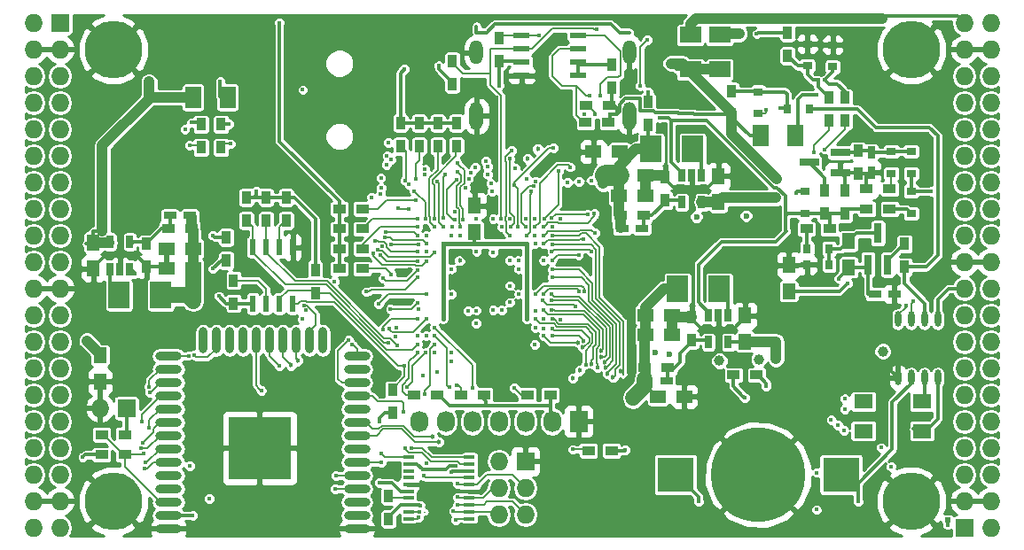
<source format=gbl>
G04 #@! TF.FileFunction,Copper,L4,Bot,Signal*
%FSLAX46Y46*%
G04 Gerber Fmt 4.6, Leading zero omitted, Abs format (unit mm)*
G04 Created by KiCad (PCBNEW 4.0.7+dfsg1-1) date Tue Oct  3 00:54:53 2017*
%MOMM*%
%LPD*%
G01*
G04 APERTURE LIST*
%ADD10C,0.100000*%
%ADD11R,0.900000X1.200000*%
%ADD12R,2.032000X1.524000*%
%ADD13R,2.000000X2.500000*%
%ADD14R,0.700000X1.200000*%
%ADD15R,1.250000X1.500000*%
%ADD16R,1.500000X1.250000*%
%ADD17R,1.524000X2.032000*%
%ADD18O,0.609600X1.473200*%
%ADD19R,0.800000X0.900000*%
%ADD20R,0.900000X0.800000*%
%ADD21R,0.800000X1.900000*%
%ADD22R,1.900000X0.800000*%
%ADD23R,1.200000X0.750000*%
%ADD24R,0.750000X1.200000*%
%ADD25R,1.200000X0.900000*%
%ADD26R,0.600000X1.550000*%
%ADD27R,1.550000X0.600000*%
%ADD28O,2.500000X0.900000*%
%ADD29O,0.900000X2.500000*%
%ADD30R,6.000000X6.000000*%
%ADD31R,1.727200X1.727200*%
%ADD32O,1.727200X1.727200*%
%ADD33C,5.500000*%
%ADD34R,1.000000X0.400000*%
%ADD35R,0.500000X0.500000*%
%ADD36R,1.727200X2.032000*%
%ADD37O,1.727200X2.032000*%
%ADD38R,3.500000X3.300000*%
%ADD39C,9.000000*%
%ADD40O,1.300000X2.700000*%
%ADD41O,1.300000X2.300000*%
%ADD42R,1.800000X1.400000*%
%ADD43C,0.400000*%
%ADD44C,1.000000*%
%ADD45C,0.600000*%
%ADD46C,0.454000*%
%ADD47C,0.300000*%
%ADD48C,0.190000*%
%ADD49C,1.000000*%
%ADD50C,2.000000*%
%ADD51C,1.500000*%
%ADD52C,0.400000*%
%ADD53C,0.200000*%
%ADD54C,0.254000*%
G04 APERTURE END LIST*
D10*
D11*
X154044000Y-72426000D03*
X154044000Y-70226000D03*
D12*
X160902000Y-63833000D03*
X160902000Y-67135000D03*
X158108000Y-67135000D03*
X158108000Y-63833000D03*
D13*
X160870000Y-88090000D03*
X156870000Y-88090000D03*
D14*
X159825000Y-90600000D03*
X160775000Y-90600000D03*
X161725000Y-90600000D03*
X161725000Y-93200000D03*
X159825000Y-93200000D03*
D13*
X158330000Y-74755000D03*
X154330000Y-74755000D03*
D14*
X157285000Y-77235000D03*
X158235000Y-77235000D03*
X159185000Y-77235000D03*
X159185000Y-79835000D03*
X157285000Y-79835000D03*
D13*
X103530000Y-88725000D03*
X107530000Y-88725000D03*
D14*
X104575000Y-86215000D03*
X103625000Y-86215000D03*
X102675000Y-86215000D03*
X102675000Y-83615000D03*
X104575000Y-83615000D03*
D15*
X101085000Y-83665000D03*
X101085000Y-86165000D03*
D16*
X153810000Y-90630000D03*
X156310000Y-90630000D03*
X153810000Y-92535000D03*
X156310000Y-92535000D03*
D15*
X163315000Y-93150000D03*
X163315000Y-90650000D03*
D16*
X151270000Y-79200000D03*
X153770000Y-79200000D03*
X151270000Y-77295000D03*
X153770000Y-77295000D03*
D15*
X160775000Y-79815000D03*
X160775000Y-77315000D03*
D16*
X110590000Y-84280000D03*
X108090000Y-84280000D03*
X110590000Y-86185000D03*
X108090000Y-86185000D03*
D17*
X110610000Y-69802000D03*
X113912000Y-69802000D03*
X168141000Y-73485000D03*
X164839000Y-73485000D03*
D18*
X181730000Y-96599000D03*
X180460000Y-96599000D03*
X179190000Y-96599000D03*
X177920000Y-96599000D03*
X177920000Y-91011000D03*
X179190000Y-91011000D03*
X180460000Y-91011000D03*
X181730000Y-91011000D03*
D15*
X173221000Y-86038000D03*
X173221000Y-83538000D03*
D19*
X169250000Y-84280000D03*
X171350000Y-84280000D03*
D20*
X179190000Y-80885000D03*
X179190000Y-78785000D03*
X177285000Y-74975000D03*
X177285000Y-77075000D03*
X169030000Y-80885000D03*
X169030000Y-78785000D03*
D21*
X176965000Y-85780000D03*
X175065000Y-85780000D03*
X176015000Y-82780000D03*
D22*
X172435000Y-75075000D03*
X172435000Y-76975000D03*
X169435000Y-76025000D03*
D23*
X153910000Y-96910000D03*
X155810000Y-96910000D03*
X151570000Y-82375000D03*
X153470000Y-82375000D03*
X110290000Y-81105000D03*
X108390000Y-81105000D03*
D24*
X175380000Y-75075000D03*
X175380000Y-76975000D03*
D25*
X169200000Y-82375000D03*
X171400000Y-82375000D03*
D11*
X172840000Y-80935000D03*
X172840000Y-78735000D03*
D25*
X177115000Y-80470000D03*
X174915000Y-80470000D03*
D11*
X174110000Y-74925000D03*
X174110000Y-77125000D03*
X178555000Y-83815000D03*
X178555000Y-86015000D03*
X113785000Y-83180000D03*
X113785000Y-85380000D03*
X170935000Y-80935000D03*
X170935000Y-78735000D03*
X129280000Y-107900000D03*
X129280000Y-110100000D03*
D25*
X150572000Y-103584000D03*
X148372000Y-103584000D03*
X177115000Y-78565000D03*
X174915000Y-78565000D03*
X153760000Y-95640000D03*
X155960000Y-95640000D03*
X110440000Y-82375000D03*
X108240000Y-82375000D03*
X151420000Y-81105000D03*
X153620000Y-81105000D03*
D11*
X158235000Y-90800000D03*
X158235000Y-93000000D03*
X106165000Y-86015000D03*
X106165000Y-83815000D03*
X155695000Y-77465000D03*
X155695000Y-79665000D03*
D25*
X126782000Y-86185000D03*
X124582000Y-86185000D03*
X126782000Y-84279000D03*
X124582000Y-84279000D03*
X126782000Y-82375000D03*
X124582000Y-82375000D03*
X126782000Y-80470000D03*
X124582000Y-80470000D03*
D11*
X130422000Y-74458000D03*
X130422000Y-72258000D03*
X132200000Y-74458000D03*
X132200000Y-72258000D03*
X133978000Y-74458000D03*
X133978000Y-72258000D03*
X135756000Y-74458000D03*
X135756000Y-72258000D03*
D26*
X116325000Y-84120000D03*
X117595000Y-84120000D03*
X118865000Y-84120000D03*
X120135000Y-84120000D03*
X120135000Y-89520000D03*
X118865000Y-89520000D03*
X117595000Y-89520000D03*
X116325000Y-89520000D03*
D23*
X175700000Y-88598000D03*
X177600000Y-88598000D03*
D27*
X141980000Y-67705000D03*
X141980000Y-66435000D03*
X141980000Y-65165000D03*
X141980000Y-63895000D03*
X147380000Y-63895000D03*
X147380000Y-65165000D03*
X147380000Y-66435000D03*
X147380000Y-67705000D03*
D19*
X171350000Y-85804000D03*
X169250000Y-85804000D03*
D20*
X179190000Y-77075000D03*
X179190000Y-74975000D03*
D28*
X126260434Y-111030338D03*
X126260434Y-109760338D03*
X126260434Y-108490338D03*
X126260434Y-107220338D03*
X126260434Y-105950338D03*
X126260434Y-104680338D03*
X126260434Y-103410338D03*
X126260434Y-102140338D03*
X126260434Y-100870338D03*
X126260434Y-99600338D03*
X126260434Y-98330338D03*
X126260434Y-97060338D03*
X126260434Y-95790338D03*
X126260434Y-94520338D03*
D29*
X122975434Y-93030338D03*
X121705434Y-93030338D03*
X120435434Y-93030338D03*
X119165434Y-93030338D03*
X117895434Y-93030338D03*
X116625434Y-93030338D03*
X115355434Y-93030338D03*
X114085434Y-93030338D03*
X112815434Y-93030338D03*
X111545434Y-93030338D03*
D28*
X108260434Y-94520338D03*
X108260434Y-95790338D03*
X108260434Y-97060338D03*
X108260434Y-98330338D03*
X108260434Y-99600338D03*
X108260434Y-100870338D03*
X108260434Y-102140338D03*
X108260434Y-103410338D03*
X108260434Y-104680338D03*
X108260434Y-105950338D03*
X108260434Y-107220338D03*
X108260434Y-108490338D03*
X108260434Y-109760338D03*
X108260434Y-111030338D03*
D30*
X116960434Y-103330338D03*
D31*
X97910000Y-62690000D03*
D32*
X95370000Y-62690000D03*
X97910000Y-65230000D03*
X95370000Y-65230000D03*
X97910000Y-67770000D03*
X95370000Y-67770000D03*
X97910000Y-70310000D03*
X95370000Y-70310000D03*
X97910000Y-72850000D03*
X95370000Y-72850000D03*
X97910000Y-75390000D03*
X95370000Y-75390000D03*
X97910000Y-77930000D03*
X95370000Y-77930000D03*
X97910000Y-80470000D03*
X95370000Y-80470000D03*
X97910000Y-83010000D03*
X95370000Y-83010000D03*
X97910000Y-85550000D03*
X95370000Y-85550000D03*
X97910000Y-88090000D03*
X95370000Y-88090000D03*
X97910000Y-90630000D03*
X95370000Y-90630000D03*
X97910000Y-93170000D03*
X95370000Y-93170000D03*
X97910000Y-95710000D03*
X95370000Y-95710000D03*
X97910000Y-98250000D03*
X95370000Y-98250000D03*
X97910000Y-100790000D03*
X95370000Y-100790000D03*
X97910000Y-103330000D03*
X95370000Y-103330000D03*
X97910000Y-105870000D03*
X95370000Y-105870000D03*
X97910000Y-108410000D03*
X95370000Y-108410000D03*
X97910000Y-110950000D03*
X95370000Y-110950000D03*
D31*
X184270000Y-110950000D03*
D32*
X186810000Y-110950000D03*
X184270000Y-108410000D03*
X186810000Y-108410000D03*
X184270000Y-105870000D03*
X186810000Y-105870000D03*
X184270000Y-103330000D03*
X186810000Y-103330000D03*
X184270000Y-100790000D03*
X186810000Y-100790000D03*
X184270000Y-98250000D03*
X186810000Y-98250000D03*
X184270000Y-95710000D03*
X186810000Y-95710000D03*
X184270000Y-93170000D03*
X186810000Y-93170000D03*
X184270000Y-90630000D03*
X186810000Y-90630000D03*
X184270000Y-88090000D03*
X186810000Y-88090000D03*
X184270000Y-85550000D03*
X186810000Y-85550000D03*
X184270000Y-83010000D03*
X186810000Y-83010000D03*
X184270000Y-80470000D03*
X186810000Y-80470000D03*
X184270000Y-77930000D03*
X186810000Y-77930000D03*
X184270000Y-75390000D03*
X186810000Y-75390000D03*
X184270000Y-72850000D03*
X186810000Y-72850000D03*
X184270000Y-70310000D03*
X186810000Y-70310000D03*
X184270000Y-67770000D03*
X186810000Y-67770000D03*
X184270000Y-65230000D03*
X186810000Y-65230000D03*
X184270000Y-62690000D03*
X186810000Y-62690000D03*
D33*
X102990000Y-108410000D03*
X179190000Y-108410000D03*
X179190000Y-65230000D03*
X102990000Y-65230000D03*
D19*
X167345000Y-70945000D03*
X169445000Y-70945000D03*
D20*
X164585000Y-69260000D03*
X164585000Y-71360000D03*
D11*
X162045000Y-71410000D03*
X162045000Y-69210000D03*
X139820000Y-66330000D03*
X139820000Y-64130000D03*
X135375000Y-68532000D03*
X135375000Y-66332000D03*
X150615000Y-68870000D03*
X150615000Y-66670000D03*
D25*
X150275000Y-72215000D03*
X148075000Y-72215000D03*
X150380000Y-70600000D03*
X148180000Y-70600000D03*
D34*
X137005000Y-104215000D03*
X137005000Y-104865000D03*
X137005000Y-105515000D03*
X137005000Y-106165000D03*
X137005000Y-106815000D03*
X137005000Y-107465000D03*
X137005000Y-108115000D03*
X137005000Y-108765000D03*
X137005000Y-109415000D03*
X137005000Y-110065000D03*
X131205000Y-110065000D03*
X131205000Y-109415000D03*
X131205000Y-108765000D03*
X131205000Y-108115000D03*
X131205000Y-107465000D03*
X131205000Y-106815000D03*
X131205000Y-106165000D03*
X131205000Y-105515000D03*
X131205000Y-104865000D03*
X131205000Y-104215000D03*
D11*
X119500000Y-79370000D03*
X119500000Y-81570000D03*
X114480000Y-89500000D03*
X114480000Y-87300000D03*
X129660000Y-99985000D03*
X129660000Y-97785000D03*
X117595000Y-79370000D03*
X117595000Y-81570000D03*
X122280000Y-86300000D03*
X122280000Y-88500000D03*
X115690000Y-79370000D03*
X115690000Y-81570000D03*
D25*
X144730000Y-98250000D03*
X142530000Y-98250000D03*
X138380000Y-98250000D03*
X136180000Y-98250000D03*
X133935000Y-98250000D03*
X131735000Y-98250000D03*
X101890000Y-103965000D03*
X104090000Y-103965000D03*
D31*
X104260000Y-99520000D03*
D32*
X101720000Y-99520000D03*
D25*
X101890000Y-102060000D03*
X104090000Y-102060000D03*
D15*
X167506000Y-88324000D03*
X167506000Y-85824000D03*
D25*
X164415000Y-96345000D03*
X162215000Y-96345000D03*
D11*
X167379000Y-65822000D03*
X167379000Y-63622000D03*
D31*
X142360000Y-104600000D03*
D32*
X139820000Y-104600000D03*
X142360000Y-107140000D03*
X139820000Y-107140000D03*
X142360000Y-109680000D03*
X139820000Y-109680000D03*
D16*
X155030000Y-98400000D03*
X157530000Y-98400000D03*
D15*
X137480000Y-82650000D03*
X137480000Y-80150000D03*
D16*
X151330000Y-75000000D03*
X148830000Y-75000000D03*
D15*
X101720000Y-94460000D03*
X101720000Y-96960000D03*
D11*
X113277000Y-74585000D03*
X113277000Y-72385000D03*
X111372000Y-74585000D03*
X111372000Y-72385000D03*
D20*
X169284000Y-66788000D03*
X169284000Y-64688000D03*
X171697000Y-66881000D03*
X171697000Y-64781000D03*
D11*
X172840000Y-72045000D03*
X172840000Y-69845000D03*
X171316000Y-72045000D03*
X171316000Y-69845000D03*
D35*
X182680000Y-110200000D03*
D36*
X147440000Y-100790000D03*
D37*
X144900000Y-100790000D03*
X142360000Y-100790000D03*
X139820000Y-100790000D03*
X137280000Y-100790000D03*
X134740000Y-100790000D03*
X132200000Y-100790000D03*
D38*
X172485000Y-105870000D03*
X156685000Y-105870000D03*
D39*
X164585000Y-105870000D03*
D40*
X152280000Y-71550000D03*
X137680000Y-71550000D03*
D41*
X137680000Y-65500000D03*
X152280000Y-65500000D03*
D42*
X180212000Y-98882000D03*
X174612000Y-98882000D03*
X174612000Y-101682000D03*
X180212000Y-101682000D03*
D43*
X175495631Y-71457432D03*
D44*
X116676077Y-65372157D03*
D43*
X139575609Y-69792857D03*
X146468970Y-70993942D03*
X144978424Y-71024054D03*
X143480350Y-71016526D03*
X142000564Y-71008511D03*
X113273209Y-99681387D03*
D44*
X165541128Y-65538825D03*
X175041608Y-65589748D03*
X107072473Y-65519920D03*
D43*
X147987361Y-71377791D03*
X144102010Y-84600000D03*
X132880424Y-84561218D03*
X135567436Y-80702302D03*
X132810347Y-82177990D03*
X145713035Y-91022010D03*
X145680000Y-94177990D03*
X177285000Y-95710000D03*
D44*
X177229911Y-82281349D03*
D43*
X170046000Y-85804000D03*
D45*
X164741832Y-81130572D03*
D43*
X120770000Y-72215000D03*
X133216000Y-109934000D03*
D45*
X161067993Y-81216119D03*
D44*
X158233687Y-94852616D03*
X162992748Y-94820185D03*
D45*
X156280000Y-81210838D03*
D43*
X131254529Y-86251357D03*
X140880000Y-81400000D03*
X136085174Y-89394826D03*
X145680000Y-81400000D03*
X120430000Y-97050000D03*
X150080000Y-81600000D03*
X131280000Y-89400000D03*
X133690245Y-94180159D03*
D46*
X139312644Y-91359700D03*
D43*
X140874194Y-91433353D03*
X145680000Y-85422010D03*
X135280000Y-95000000D03*
X135280000Y-94200000D03*
X142480000Y-94200000D03*
X140880000Y-93400000D03*
X139280000Y-93400000D03*
X137680000Y-93400000D03*
X136080000Y-93400000D03*
X136880000Y-92600000D03*
X135280000Y-92600000D03*
X132880000Y-91800000D03*
X132880000Y-93400000D03*
D46*
X141042859Y-86994997D03*
X139280000Y-87000000D03*
X136110990Y-86995403D03*
X139280000Y-88600000D03*
X137680000Y-87000000D03*
X136080000Y-84600000D03*
D44*
X166321614Y-77572282D03*
X166248957Y-79408030D03*
X156235582Y-66548363D03*
X101932065Y-82585048D03*
X106417803Y-68312483D03*
X166280000Y-94800000D03*
D43*
X112134000Y-108156000D03*
X128390000Y-106632000D03*
X150457224Y-71377791D03*
X172289562Y-87124051D03*
D44*
X162787481Y-63718486D03*
D43*
X172834633Y-99599920D03*
X172879922Y-98618650D03*
X176305593Y-103279812D03*
X165349214Y-97422919D03*
D44*
X160875897Y-94988750D03*
D43*
X164433885Y-63737451D03*
X139820000Y-68665673D03*
X148639876Y-77729346D03*
D44*
X149751640Y-78029346D03*
D43*
X134079160Y-66786153D03*
X109828000Y-72830000D03*
X116654336Y-78777990D03*
D44*
X176474303Y-94069095D03*
D43*
X173094000Y-87582000D03*
D44*
X100479904Y-93063904D03*
D45*
X163422030Y-81120665D03*
X154726292Y-94171363D03*
X156077107Y-94380779D03*
X158680000Y-81210838D03*
D43*
X112515000Y-83010000D03*
X181065000Y-78785000D03*
X128441330Y-100795881D03*
X110529662Y-109760338D03*
X110280000Y-105000000D03*
X100080000Y-104200000D03*
X113080000Y-88800000D03*
D44*
X164653770Y-94825547D03*
D43*
X137665894Y-91402446D03*
X135273306Y-88618602D03*
X139272517Y-84611349D03*
X137680556Y-84534085D03*
X141680000Y-86200000D03*
X135280000Y-86200000D03*
X132880000Y-92600000D03*
X132080000Y-92600000D03*
X141680000Y-88600000D03*
X141680000Y-85400000D03*
D44*
X152621047Y-98519969D03*
D43*
X136885174Y-90194826D03*
X140094890Y-90122990D03*
X139280000Y-90122990D03*
X140880000Y-89400000D03*
X137680000Y-90172990D03*
X140880000Y-87800000D03*
X140880000Y-85400000D03*
D46*
X136080000Y-85400000D03*
D43*
X121369010Y-90164222D03*
X130022933Y-91834237D03*
X121036481Y-91008234D03*
X129902064Y-92678248D03*
D44*
X110617371Y-89287199D03*
D43*
X142480000Y-91000000D03*
X142480000Y-83800000D03*
X134480000Y-83800000D03*
X134480000Y-91000000D03*
X105037711Y-86632990D03*
X155149360Y-71764535D03*
X121086654Y-69078528D03*
X170182962Y-69571012D03*
X174110000Y-108410000D03*
X158870000Y-108410000D03*
X135884156Y-106696010D03*
X137288700Y-97538741D03*
X133680000Y-91800000D03*
D46*
X134074414Y-102752225D03*
D43*
X135085458Y-97531790D03*
X135855186Y-108022639D03*
D46*
X133449289Y-102232615D03*
D43*
X133680000Y-92600000D03*
X132752670Y-98178920D03*
X128610113Y-104714568D03*
X132918584Y-104800000D03*
X135853254Y-108792386D03*
X133685668Y-93402482D03*
X130714529Y-99901000D03*
X131039363Y-97487286D03*
X135471949Y-109365878D03*
X132846234Y-94197073D03*
X118858690Y-62658970D03*
X130761990Y-67119621D03*
X148477832Y-69619684D03*
X149475951Y-69619684D03*
X148991194Y-71377791D03*
X153984196Y-64280063D03*
X153322343Y-68673419D03*
X143650666Y-63862520D03*
X178665908Y-89713903D03*
X149183754Y-63257114D03*
X179375977Y-89317806D03*
X140035989Y-81400000D03*
X128776655Y-87110882D03*
X132077895Y-86272150D03*
X117121665Y-97817265D03*
X118843798Y-95498222D03*
D46*
X119978162Y-95412951D03*
X120634035Y-94977604D03*
D43*
X113212238Y-68244401D03*
X166678914Y-70803555D03*
X146387166Y-77939336D03*
X147480000Y-77822010D03*
X131453853Y-103296209D03*
X144891634Y-91008466D03*
D46*
X148653935Y-95249010D03*
X149565978Y-94054788D03*
D43*
X144867244Y-90164455D03*
D46*
X150720500Y-96575802D03*
D43*
X144890381Y-83866022D03*
D46*
X151448039Y-95951686D03*
D43*
X144894101Y-83022010D03*
D46*
X150149219Y-96229829D03*
D43*
X144901285Y-86268736D03*
D46*
X150033441Y-95660469D03*
D43*
X144888562Y-86993817D03*
D46*
X149952517Y-95085120D03*
D43*
X144877648Y-88622010D03*
D46*
X149584522Y-94635504D03*
D43*
X144810610Y-89177990D03*
X144895773Y-91874444D03*
D46*
X147777713Y-93691005D03*
X147356233Y-93219138D03*
D43*
X144102010Y-92600000D03*
D46*
X147915304Y-93060979D03*
D43*
X144882352Y-92577990D03*
X130807074Y-95454141D03*
X130141304Y-93529144D03*
X132080000Y-93400000D03*
X129254670Y-93244631D03*
X133919980Y-96038729D03*
X141280000Y-97600000D03*
X132572818Y-96383863D03*
X135770000Y-97338127D03*
X132080000Y-94200000D03*
X128669601Y-84020243D03*
X105906712Y-103816552D03*
X129459184Y-90039192D03*
X132080000Y-89444020D03*
X130839486Y-103354982D03*
X128602801Y-103872537D03*
X128321313Y-89539949D03*
X132656192Y-105976192D03*
X132880000Y-88600000D03*
X127145130Y-88379076D03*
X124253981Y-105982535D03*
X132080000Y-87000000D03*
X125827283Y-93452662D03*
X124202418Y-107207639D03*
D46*
X142530990Y-75662841D03*
X143525587Y-74749772D03*
D43*
X110313517Y-74380698D03*
X132146108Y-109940263D03*
X114166000Y-74247000D03*
X132189000Y-109415000D03*
X135567436Y-81489225D03*
X135767546Y-77648547D03*
X134702010Y-77200000D03*
X134471354Y-81347908D03*
X132761172Y-77202673D03*
X132737245Y-76676207D03*
X128545566Y-77476577D03*
X127643658Y-79355564D03*
X110718734Y-94451783D03*
X128515897Y-78994176D03*
X110193102Y-94489889D03*
X128569727Y-78469921D03*
X106412639Y-97453606D03*
X131230910Y-78113843D03*
X106479997Y-97976296D03*
X131709326Y-78745875D03*
X132783332Y-81399993D03*
X129016746Y-82660638D03*
X105679715Y-100783924D03*
X132084821Y-83022010D03*
X128948848Y-83183258D03*
X106401171Y-101377901D03*
X132886504Y-83777990D03*
X129513931Y-83860979D03*
X105803161Y-102850427D03*
X132117443Y-83866021D03*
X127966259Y-83527946D03*
X105651866Y-103355255D03*
X132079996Y-84503337D03*
X128256283Y-84387285D03*
X106023598Y-104697574D03*
X133671942Y-84595200D03*
X127824162Y-84688968D03*
X105973679Y-105248709D03*
X132875802Y-85428138D03*
D46*
X146862501Y-96617499D03*
X147534467Y-95913260D03*
D43*
X148102806Y-95339021D03*
X143280000Y-91000000D03*
X149207706Y-95605291D03*
X144082424Y-90132858D03*
X143989948Y-89177990D03*
X147125926Y-89802879D03*
X143281824Y-90201951D03*
X144102010Y-85397219D03*
X147422472Y-84858593D03*
X144886544Y-85385186D03*
X144102010Y-83000000D03*
X148975652Y-82755341D03*
X144885092Y-82177990D03*
X147470668Y-88324835D03*
X144082832Y-88584510D03*
X147997681Y-88324844D03*
X143278026Y-88595030D03*
X144102010Y-82185600D03*
X148935852Y-80899014D03*
X148337768Y-80975785D03*
X144866392Y-81333979D03*
X139280000Y-81400000D03*
X139145358Y-78809170D03*
X139040624Y-78036724D03*
X138723613Y-77165705D03*
X138593844Y-75910161D03*
X138716105Y-76425854D03*
X137680000Y-81400000D03*
X137538026Y-76510532D03*
X137116016Y-76974740D03*
X136928568Y-77562978D03*
X136634118Y-78451672D03*
X135830689Y-76094515D03*
X136411444Y-81497309D03*
X148668800Y-84550385D03*
X144877691Y-84532933D03*
X144102010Y-83800000D03*
X147894174Y-83335809D03*
X142851623Y-78759750D03*
X142473549Y-82998913D03*
X143105106Y-78295223D03*
X142396423Y-82191394D03*
X145494012Y-76834828D03*
X144146021Y-81374784D03*
X143331797Y-77819457D03*
X146627648Y-76461302D03*
X143257990Y-82207154D03*
X143257990Y-81379632D03*
X145017056Y-74655847D03*
X141318978Y-78199263D03*
X141657990Y-82130345D03*
X142413979Y-81382236D03*
X140080000Y-82200000D03*
X141342967Y-76554996D03*
X141046643Y-74873804D03*
X140864029Y-83041403D03*
X140890207Y-75681941D03*
X140924011Y-82179283D03*
X129542604Y-86703515D03*
X132880000Y-83022010D03*
X132080000Y-82177990D03*
X132080000Y-81400000D03*
X131847310Y-79589886D03*
X130856828Y-77742623D03*
X131923295Y-77584853D03*
X133654358Y-82177990D03*
X133627343Y-81396408D03*
X129336756Y-91938993D03*
X132880000Y-91000000D03*
X128765088Y-92004296D03*
X132077648Y-90977990D03*
X130196821Y-80377733D03*
X131180000Y-80500000D03*
X128489708Y-84867377D03*
X132079620Y-85428138D03*
X165326966Y-71026598D03*
X134501414Y-82177578D03*
X133922194Y-77854836D03*
X135680000Y-110200000D03*
X146844288Y-103452739D03*
X132540000Y-105400000D03*
X135680000Y-105037990D03*
X132280000Y-108800000D03*
X135248000Y-105616000D03*
X112515000Y-86185000D03*
X163277422Y-98501717D03*
X170126036Y-109212466D03*
X170157734Y-105666345D03*
X169895346Y-75092988D03*
X143257990Y-83000000D03*
X168166438Y-78955336D03*
X151896383Y-103510715D03*
X114039000Y-72342000D03*
X110483000Y-72215000D03*
X177274002Y-105079115D03*
X143258015Y-93423150D03*
X172761273Y-101651681D03*
X143280000Y-91800000D03*
X172193360Y-101105663D03*
X144064831Y-91877646D03*
X171540304Y-100645743D03*
X144080000Y-91000000D03*
X154044000Y-69294000D03*
X129061632Y-76229575D03*
X135280000Y-83022010D03*
X129493343Y-75737814D03*
X136080000Y-83000000D03*
X129122249Y-75363607D03*
X135345425Y-82176814D03*
X129252218Y-74142461D03*
X135830698Y-76905381D03*
X136080000Y-82200000D03*
X170943165Y-74761464D03*
X143280000Y-83800000D03*
X142480000Y-77600000D03*
X170300000Y-68151000D03*
X170950000Y-68125562D03*
X125480000Y-93000000D03*
X121206217Y-89662983D03*
X132156079Y-90030946D03*
X182654362Y-110665838D03*
X124080000Y-87400000D03*
X124080000Y-87400000D03*
D47*
X138630000Y-63600000D02*
X139449896Y-62780104D01*
X137680000Y-63000000D02*
X137680000Y-63600000D01*
X150510104Y-62780104D02*
X151330000Y-63600000D01*
X137680000Y-63600000D02*
X138630000Y-63600000D01*
X139449896Y-62780104D02*
X150510104Y-62780104D01*
X151330000Y-63600000D02*
X152280000Y-63600000D01*
D48*
X132742351Y-109415000D02*
X132748035Y-109420684D01*
D47*
X139292767Y-69792857D02*
X139575609Y-69792857D01*
X137822857Y-69792857D02*
X139292767Y-69792857D01*
X137680000Y-69650000D02*
X137822857Y-69792857D01*
X169284000Y-64688000D02*
X166391953Y-64688000D01*
X166391953Y-64688000D02*
X165541128Y-65538825D01*
X171697000Y-64781000D02*
X174232860Y-64781000D01*
X174232860Y-64781000D02*
X175041608Y-65589748D01*
X169284000Y-64688000D02*
X171604000Y-64688000D01*
X171604000Y-64688000D02*
X171697000Y-64781000D01*
X177285000Y-95710000D02*
X177285000Y-95964000D01*
X177285000Y-95964000D02*
X177920000Y-96599000D01*
X167506000Y-85824000D02*
X169230000Y-85824000D01*
X169230000Y-85824000D02*
X169250000Y-85804000D01*
X169250000Y-85804000D02*
X170046000Y-85804000D01*
X134345000Y-107465000D02*
X133695000Y-106815000D01*
X133695000Y-106815000D02*
X131205000Y-106815000D01*
X137005000Y-107465000D02*
X134345000Y-107465000D01*
X102210000Y-84915000D02*
X103625000Y-84915000D01*
X103625000Y-84915000D02*
X105215000Y-84915000D01*
X103625000Y-86215000D02*
X103625000Y-84915000D01*
X105215000Y-84915000D02*
X106165000Y-85865000D01*
X106165000Y-85865000D02*
X106165000Y-86015000D01*
X101085000Y-86165000D02*
X101085000Y-86040000D01*
X101085000Y-86040000D02*
X102210000Y-84915000D01*
X106165000Y-86015000D02*
X107920000Y-86015000D01*
X107920000Y-86015000D02*
X108090000Y-86185000D01*
X139085645Y-91132701D02*
X139312644Y-91359700D01*
X138480000Y-89400000D02*
X138480000Y-90527056D01*
X139280000Y-88600000D02*
X138480000Y-89400000D01*
X138480000Y-90527056D02*
X139085645Y-91132701D01*
D49*
X153770000Y-77295000D02*
X155525000Y-77295000D01*
D47*
X155525000Y-77295000D02*
X155695000Y-77465000D01*
D49*
X153770000Y-79200000D02*
X153770000Y-77295000D01*
D47*
X174110000Y-77125000D02*
X174745000Y-77125000D01*
X174745000Y-77125000D02*
X175230000Y-77125000D01*
X174915000Y-78565000D02*
X174915000Y-77295000D01*
X174915000Y-77295000D02*
X174745000Y-77125000D01*
X172840000Y-78735000D02*
X172840000Y-77380000D01*
X172840000Y-77380000D02*
X172435000Y-76975000D01*
X175230000Y-77125000D02*
X175380000Y-76975000D01*
X172435000Y-76975000D02*
X173960000Y-76975000D01*
X173960000Y-76975000D02*
X174110000Y-77125000D01*
X137680000Y-86200000D02*
X137680000Y-86600000D01*
X136080000Y-84600000D02*
X137680000Y-86200000D01*
X159850000Y-78365000D02*
X158235000Y-78365000D01*
X158235000Y-78365000D02*
X156445000Y-78365000D01*
X158235000Y-77235000D02*
X158235000Y-78365000D01*
X160775000Y-77315000D02*
X160775000Y-77440000D01*
X160775000Y-77440000D02*
X159850000Y-78365000D01*
X156445000Y-78365000D02*
X155695000Y-77615000D01*
X155695000Y-77615000D02*
X155695000Y-77465000D01*
D49*
X156310000Y-90630000D02*
X156310000Y-92535000D01*
X158235000Y-90800000D02*
X156480000Y-90800000D01*
D47*
X156480000Y-90800000D02*
X156310000Y-90630000D01*
X163315000Y-90650000D02*
X163315000Y-90834602D01*
X163315000Y-90834602D02*
X162249602Y-91900000D01*
X162249602Y-91900000D02*
X160775000Y-91900000D01*
X101085000Y-86165000D02*
X101085000Y-85929893D01*
X106165000Y-85944374D02*
X106165000Y-86015000D01*
X159185000Y-91900000D02*
X160775000Y-91900000D01*
X160775000Y-90600000D02*
X160775000Y-91900000D01*
X158235000Y-90800000D02*
X158235000Y-90950000D01*
X158235000Y-90950000D02*
X159185000Y-91900000D01*
X108090000Y-84280000D02*
X108090000Y-86185000D01*
X107625000Y-84745000D02*
X108090000Y-84280000D01*
X108070000Y-84260000D02*
X108090000Y-84280000D01*
X141037856Y-87000000D02*
X141042859Y-86994997D01*
X139280000Y-87000000D02*
X141037856Y-87000000D01*
X136432016Y-86995403D02*
X136110990Y-86995403D01*
X137284597Y-86995403D02*
X136432016Y-86995403D01*
X137680000Y-86600000D02*
X137284597Y-86995403D01*
X137680000Y-86600000D02*
X137680000Y-87000000D01*
D48*
X138029000Y-66332000D02*
X138115000Y-66246000D01*
D49*
X162045000Y-73295668D02*
X165821615Y-77072283D01*
X162045000Y-71410000D02*
X162045000Y-73295668D01*
X165821615Y-77072283D02*
X166321614Y-77572282D01*
X160790000Y-79800000D02*
X161181970Y-79408030D01*
X161181970Y-79408030D02*
X165541851Y-79408030D01*
X165541851Y-79408030D02*
X166248957Y-79408030D01*
X157333363Y-66548363D02*
X156942688Y-66548363D01*
X162045000Y-71260000D02*
X157333363Y-66548363D01*
X156942688Y-66548363D02*
X156235582Y-66548363D01*
D47*
X156792000Y-67135000D02*
X156235582Y-66578582D01*
X158108000Y-67135000D02*
X156792000Y-67135000D01*
X156235582Y-66578582D02*
X156235582Y-66548363D01*
D49*
X162045000Y-71410000D02*
X162045000Y-71260000D01*
X158108000Y-67135000D02*
X160902000Y-67135000D01*
D47*
X101085000Y-82615000D02*
X101114952Y-82585048D01*
X101114952Y-82585048D02*
X101224959Y-82585048D01*
X101085000Y-83665000D02*
X101085000Y-82615000D01*
D49*
X101932065Y-81877942D02*
X101932065Y-82585048D01*
X101932065Y-74415935D02*
X101932065Y-81877942D01*
X106407114Y-69940886D02*
X101932065Y-74415935D01*
D47*
X101224959Y-82585048D02*
X101932065Y-82585048D01*
X151080000Y-71400000D02*
X151352990Y-71127010D01*
X158407951Y-71315988D02*
X158501963Y-71410000D01*
X151352990Y-71127010D02*
X151352990Y-70466020D01*
X153372399Y-71103001D02*
X154568521Y-71103001D01*
X158501963Y-71410000D02*
X162045000Y-71410000D01*
X151352990Y-70466020D02*
X151896020Y-69922990D01*
X153316999Y-69896923D02*
X153316999Y-71047601D01*
X156924522Y-71275510D02*
X156965000Y-71315988D01*
X151896020Y-69922990D02*
X152557010Y-69922990D01*
X152557010Y-69922990D02*
X152583077Y-69896923D01*
X152583077Y-69896923D02*
X153316999Y-69896923D01*
X156965000Y-71315988D02*
X158407951Y-71315988D01*
X153316999Y-71047601D02*
X153372399Y-71103001D01*
X154568521Y-71103001D02*
X154741030Y-71275510D01*
X154741030Y-71275510D02*
X156924522Y-71275510D01*
D49*
X106417803Y-69019589D02*
X106417803Y-68312483D01*
X106417803Y-69930197D02*
X106417803Y-69019589D01*
X106407114Y-69940886D02*
X106417803Y-69930197D01*
X166280000Y-93150000D02*
X166280000Y-94800000D01*
D47*
X129572000Y-106632000D02*
X128390000Y-106632000D01*
X131205000Y-107465000D02*
X130405000Y-107465000D01*
X130405000Y-107465000D02*
X129572000Y-106632000D01*
X110610000Y-69548000D02*
X110610000Y-69802000D01*
X150457224Y-71377791D02*
X150457224Y-72032776D01*
X150457224Y-72032776D02*
X150275000Y-72215000D01*
D49*
X109975000Y-69802000D02*
X106546000Y-69802000D01*
X106546000Y-69802000D02*
X106419000Y-69929000D01*
D47*
X164839000Y-73485000D02*
X163777000Y-73485000D01*
X163777000Y-73485000D02*
X162045000Y-71753000D01*
X162045000Y-71753000D02*
X162045000Y-71410000D01*
X151057791Y-71377791D02*
X150740066Y-71377791D01*
X150740066Y-71377791D02*
X150457224Y-71377791D01*
X151080000Y-71400000D02*
X151057791Y-71377791D01*
X172289562Y-87094438D02*
X172289562Y-87124051D01*
X173221000Y-86163000D02*
X172289562Y-87094438D01*
X173221000Y-86038000D02*
X173221000Y-86163000D01*
X175065000Y-88598000D02*
X175065000Y-85780000D01*
X175700000Y-88598000D02*
X175065000Y-88598000D01*
D49*
X106419000Y-69929000D02*
X106407114Y-69940886D01*
D47*
X106419000Y-69675000D02*
X106419000Y-69929000D01*
X100572432Y-83665000D02*
X100424079Y-83813353D01*
X101085000Y-83665000D02*
X100572432Y-83665000D01*
X160790000Y-79800000D02*
X160775000Y-79815000D01*
D49*
X163315000Y-93150000D02*
X166280000Y-93150000D01*
D47*
X160775000Y-79940000D02*
X160775000Y-79815000D01*
X164925000Y-93150000D02*
X164240000Y-93150000D01*
X164240000Y-93150000D02*
X163315000Y-93150000D01*
X101085000Y-83665000D02*
X101085000Y-83790000D01*
X151080000Y-71400000D02*
X151080000Y-70838120D01*
X151080000Y-70838120D02*
X150615000Y-70373120D01*
X150615000Y-70373120D02*
X150615000Y-69995990D01*
X150615000Y-69995990D02*
X150615000Y-68870000D01*
D49*
X159185000Y-79835000D02*
X160755000Y-79835000D01*
D47*
X160755000Y-79835000D02*
X160775000Y-79815000D01*
X161725000Y-93200000D02*
X163265000Y-93200000D01*
X163265000Y-93200000D02*
X163315000Y-93150000D01*
X173221000Y-86038000D02*
X174807000Y-86038000D01*
X174807000Y-86038000D02*
X175065000Y-85780000D01*
D49*
X101085000Y-83665000D02*
X102625000Y-83665000D01*
D47*
X102625000Y-83665000D02*
X102675000Y-83615000D01*
D49*
X158673826Y-62251174D02*
X163455591Y-62251174D01*
X163455591Y-62251174D02*
X176413347Y-62251174D01*
D47*
X158673826Y-62251174D02*
X158627826Y-62251174D01*
D49*
X158627826Y-62251174D02*
X158108000Y-62771000D01*
X158108000Y-62771000D02*
X158108000Y-63833000D01*
D47*
X184270000Y-62690000D02*
X183586610Y-62006610D01*
X183586610Y-62006610D02*
X176657911Y-62006610D01*
X176657911Y-62006610D02*
X176413347Y-62251174D01*
D49*
X176413347Y-62251174D02*
X176425450Y-62263277D01*
X160902000Y-63833000D02*
X161016514Y-63718486D01*
X161016514Y-63718486D02*
X162080375Y-63718486D01*
X162080375Y-63718486D02*
X162787481Y-63718486D01*
D47*
X165349214Y-97129214D02*
X165349214Y-97422919D01*
X164565000Y-96345000D02*
X165349214Y-97129214D01*
X164415000Y-96345000D02*
X164565000Y-96345000D01*
X164549336Y-63622000D02*
X164433885Y-63737451D01*
X167379000Y-63622000D02*
X164549336Y-63622000D01*
X139820000Y-66330000D02*
X139820000Y-68665673D01*
D49*
X149784145Y-77289735D02*
X149751640Y-77322240D01*
X149751640Y-77322240D02*
X149751640Y-78029346D01*
X149993577Y-77289735D02*
X149784145Y-77289735D01*
D47*
X134079160Y-67068995D02*
X134079160Y-66786153D01*
X134079160Y-67086160D02*
X134079160Y-67068995D01*
X135375000Y-68382000D02*
X134079160Y-67086160D01*
X135375000Y-68532000D02*
X135375000Y-68382000D01*
X154044000Y-72426000D02*
X154044000Y-74469000D01*
X154044000Y-74469000D02*
X154330000Y-74755000D01*
X116654336Y-79155664D02*
X116654336Y-79060832D01*
X115690000Y-79370000D02*
X116440000Y-79370000D01*
X116440000Y-79370000D02*
X116654336Y-79155664D01*
X116654336Y-79060832D02*
X116654336Y-78777990D01*
X181730000Y-89106000D02*
X182746000Y-88090000D01*
X182746000Y-88090000D02*
X184270000Y-88090000D01*
X181730000Y-91011000D02*
X181730000Y-89106000D01*
X172352000Y-88324000D02*
X173094000Y-87582000D01*
X167506000Y-88324000D02*
X172352000Y-88324000D01*
X100479904Y-93094904D02*
X100479904Y-93063904D01*
D49*
X101720000Y-94335000D02*
X100479904Y-93094904D01*
D47*
X101720000Y-94460000D02*
X101720000Y-94335000D01*
X151330000Y-75000000D02*
X151330000Y-77235000D01*
X151330000Y-77235000D02*
X151270000Y-77295000D01*
X138380000Y-98250000D02*
X138380000Y-98686358D01*
X138380000Y-98686358D02*
X138550000Y-98856358D01*
X138550000Y-98856358D02*
X138550000Y-99266000D01*
X135101000Y-99266000D02*
X138550000Y-99266000D01*
X138550000Y-99266000D02*
X144730000Y-99266000D01*
X144730000Y-98250000D02*
X144730000Y-99266000D01*
X144730000Y-99266000D02*
X144730000Y-99400000D01*
X133935000Y-98250000D02*
X134085000Y-98250000D01*
X134085000Y-98250000D02*
X135101000Y-99266000D01*
X144730000Y-99400000D02*
X144730000Y-100620000D01*
X113785000Y-83180000D02*
X112685000Y-83180000D01*
X112685000Y-83180000D02*
X112515000Y-83010000D01*
X122280000Y-86300000D02*
X122280000Y-81400000D01*
X122280000Y-81400000D02*
X120250000Y-79370000D01*
X120250000Y-79370000D02*
X119500000Y-79370000D01*
X179190000Y-78785000D02*
X181065000Y-78785000D01*
X128441330Y-100513039D02*
X128441330Y-100795881D01*
X128441330Y-100453670D02*
X128441330Y-100513039D01*
X129660000Y-99985000D02*
X128910000Y-99985000D01*
X128910000Y-99985000D02*
X128441330Y-100453670D01*
X108260434Y-109760338D02*
X110529662Y-109760338D01*
X179190000Y-77075000D02*
X179190000Y-78785000D01*
X100315000Y-103965000D02*
X100080000Y-104200000D01*
X101890000Y-103965000D02*
X100315000Y-103965000D01*
X117595000Y-79370000D02*
X119500000Y-79370000D01*
X115690000Y-79370000D02*
X117595000Y-79370000D01*
X114480000Y-89500000D02*
X113780000Y-89500000D01*
X113780000Y-89500000D02*
X113080000Y-88800000D01*
X114480000Y-89500000D02*
X116305000Y-89500000D01*
X116305000Y-89500000D02*
X116325000Y-89520000D01*
X144900000Y-98250000D02*
X144730000Y-98250000D01*
X138380000Y-98250000D02*
X138530000Y-98250000D01*
X144730000Y-100620000D02*
X144900000Y-100790000D01*
X139820000Y-66330000D02*
X141875000Y-66330000D01*
X141875000Y-66330000D02*
X141980000Y-66435000D01*
D49*
X151270000Y-77295000D02*
X151264735Y-77289735D01*
D50*
X151264735Y-77289735D02*
X149993577Y-77289735D01*
D49*
X151270000Y-77295000D02*
X151270000Y-76370000D01*
D47*
X152885000Y-74755000D02*
X153030000Y-74755000D01*
D49*
X151270000Y-76370000D02*
X152885000Y-74755000D01*
X153030000Y-74755000D02*
X154330000Y-74755000D01*
X151420000Y-81105000D02*
X151420000Y-82225000D01*
D47*
X151420000Y-82225000D02*
X151570000Y-82375000D01*
D49*
X151270000Y-79200000D02*
X151270000Y-80955000D01*
D47*
X151270000Y-80955000D02*
X151420000Y-81105000D01*
D49*
X151270000Y-77295000D02*
X151270000Y-79200000D01*
D47*
X151790000Y-76775000D02*
X151270000Y-77295000D01*
X160870000Y-88090000D02*
X161725000Y-88945000D01*
X161725000Y-88945000D02*
X161725000Y-90600000D01*
X159185000Y-77235000D02*
X159185000Y-75610000D01*
X159185000Y-75610000D02*
X158330000Y-74755000D01*
X155030000Y-98400000D02*
X154905000Y-98400000D01*
X154905000Y-98400000D02*
X153733519Y-97228519D01*
X153733519Y-97228519D02*
X153733519Y-96686345D01*
D49*
X153701005Y-95301005D02*
X153810000Y-95410000D01*
X153701005Y-92643995D02*
X153701005Y-95301005D01*
X153810000Y-92535000D02*
X153701005Y-92643995D01*
D47*
X153810000Y-95410000D02*
X154110000Y-95710000D01*
X154110000Y-95710000D02*
X154110000Y-96385000D01*
D51*
X153121046Y-98019970D02*
X152621047Y-98519969D01*
X153733519Y-97407497D02*
X153121046Y-98019970D01*
X153733519Y-96686345D02*
X153733519Y-97407497D01*
D49*
X156870000Y-88090000D02*
X155570000Y-88090000D01*
X155570000Y-88090000D02*
X153810000Y-89850000D01*
X153810000Y-89850000D02*
X153810000Y-90630000D01*
X153810000Y-92535000D02*
X153810000Y-90630000D01*
D47*
X153695000Y-90515000D02*
X153810000Y-90630000D01*
X156010000Y-95710000D02*
X156524914Y-95710000D01*
X156524914Y-95710000D02*
X157145126Y-95089788D01*
X157145126Y-95089788D02*
X157145126Y-94239874D01*
X157145126Y-94239874D02*
X158235000Y-93150000D01*
X158235000Y-93150000D02*
X158235000Y-93000000D01*
X155960000Y-95640000D02*
X155960000Y-96760000D01*
X155960000Y-96760000D02*
X155810000Y-96910000D01*
X158235000Y-93000000D02*
X159625000Y-93000000D01*
X159625000Y-93000000D02*
X159825000Y-93200000D01*
D52*
X134480000Y-83800000D02*
X137480000Y-83800000D01*
D47*
X137480000Y-82650000D02*
X137480000Y-83800000D01*
D52*
X137480000Y-83800000D02*
X142480000Y-83800000D01*
D51*
X110055172Y-88725000D02*
X107530000Y-88725000D01*
X110617371Y-89287199D02*
X110055172Y-88725000D01*
D47*
X110590000Y-89259828D02*
X110617371Y-89287199D01*
D51*
X110590000Y-86185000D02*
X110590000Y-89259828D01*
D52*
X142480000Y-83800000D02*
X142480000Y-91000000D01*
X134480000Y-91000000D02*
X134480000Y-83800000D01*
D49*
X110440000Y-82375000D02*
X110440000Y-81255000D01*
D47*
X110440000Y-81255000D02*
X110290000Y-81105000D01*
D49*
X110590000Y-84280000D02*
X110590000Y-82525000D01*
D47*
X110590000Y-82525000D02*
X110440000Y-82375000D01*
D49*
X110590000Y-86185000D02*
X110590000Y-84280000D01*
D47*
X110070000Y-86705000D02*
X110590000Y-86185000D01*
X102675000Y-86215000D02*
X102675000Y-87870000D01*
X102675000Y-87870000D02*
X103530000Y-88725000D01*
X167183550Y-79228973D02*
X167183550Y-81105000D01*
X166053633Y-78403160D02*
X166357737Y-78403160D01*
X159650473Y-72000000D02*
X166053633Y-78403160D01*
X166357737Y-78403160D02*
X167183550Y-79228973D01*
X156280000Y-72000000D02*
X159650473Y-72000000D01*
X104619721Y-86215000D02*
X104837712Y-86432991D01*
X104575000Y-86215000D02*
X104619721Y-86215000D01*
X104837712Y-86432991D02*
X105037711Y-86632990D01*
X156280000Y-72000000D02*
X156044535Y-71764535D01*
X156044535Y-71764535D02*
X155432202Y-71764535D01*
X155432202Y-71764535D02*
X155149360Y-71764535D01*
X167183550Y-81105000D02*
X167183550Y-82518550D01*
X169030000Y-80885000D02*
X167403550Y-80885000D01*
X167403550Y-80885000D02*
X167183550Y-81105000D01*
X166265000Y-83600000D02*
X167265000Y-82600000D01*
X167183550Y-82518550D02*
X167265000Y-82600000D01*
X156280000Y-75980000D02*
X156280000Y-72000000D01*
X157285000Y-77235000D02*
X157285000Y-76985000D01*
X157285000Y-76985000D02*
X156280000Y-75980000D01*
X159825000Y-90600000D02*
X159825000Y-90345000D01*
X159825000Y-90345000D02*
X158880000Y-89400000D01*
X158880000Y-89400000D02*
X158880000Y-85800000D01*
X158880000Y-85800000D02*
X161080000Y-83600000D01*
X161080000Y-83600000D02*
X166265000Y-83600000D01*
X168980000Y-80885000D02*
X169030000Y-80885000D01*
X169030000Y-80885000D02*
X170885000Y-80885000D01*
X170885000Y-80885000D02*
X170935000Y-80935000D01*
X170935000Y-80935000D02*
X171570000Y-80935000D01*
X171570000Y-80935000D02*
X172840000Y-80935000D01*
X171400000Y-82375000D02*
X171400000Y-81105000D01*
X171400000Y-81105000D02*
X171570000Y-80935000D01*
X174915000Y-80470000D02*
X173305000Y-80470000D01*
X173305000Y-80470000D02*
X172840000Y-80935000D01*
X153620000Y-81105000D02*
X154432087Y-81105000D01*
X154432087Y-81105000D02*
X155695000Y-79842087D01*
X155695000Y-79842087D02*
X155695000Y-79665000D01*
X153620000Y-81105000D02*
X153620000Y-82225000D01*
X153620000Y-82225000D02*
X153470000Y-82375000D01*
X155695000Y-79665000D02*
X157115000Y-79665000D01*
X157115000Y-79665000D02*
X157285000Y-79835000D01*
X155525000Y-79835000D02*
X155695000Y-79665000D01*
X108240000Y-82375000D02*
X107605000Y-82375000D01*
X107605000Y-82375000D02*
X106165000Y-83815000D01*
X104575000Y-83615000D02*
X105965000Y-83615000D01*
X105965000Y-83615000D02*
X106165000Y-83815000D01*
X104775000Y-83815000D02*
X104575000Y-83615000D01*
X108070000Y-82545000D02*
X108240000Y-82375000D01*
X108390000Y-81105000D02*
X108390000Y-82225000D01*
X108390000Y-82225000D02*
X108240000Y-82375000D01*
X168141000Y-73485000D02*
X168402683Y-73223317D01*
X168402683Y-73223317D02*
X168402683Y-69932420D01*
X168402683Y-69932420D02*
X168764091Y-69571012D01*
X168764091Y-69571012D02*
X169900120Y-69571012D01*
X169900120Y-69571012D02*
X170182962Y-69571012D01*
X174110000Y-108410000D02*
X174110000Y-106705962D01*
X174110000Y-106705962D02*
X177385633Y-103430329D01*
X177385633Y-103430329D02*
X177385633Y-98913976D01*
X177385633Y-98913976D02*
X179190000Y-97109609D01*
X179190000Y-97109609D02*
X179190000Y-96599000D01*
X158870000Y-108410000D02*
X158870000Y-107955000D01*
X156785000Y-105870000D02*
X156685000Y-105870000D01*
X158870000Y-107955000D02*
X156785000Y-105870000D01*
D48*
X137005000Y-106815000D02*
X137695000Y-106815000D01*
X137695000Y-106815000D02*
X138636731Y-105873269D01*
X138636731Y-105873269D02*
X141093269Y-105873269D01*
X141093269Y-105873269D02*
X142360000Y-107140000D01*
X131793914Y-102752225D02*
X133753388Y-102752225D01*
X130542027Y-101500338D02*
X131793914Y-102752225D01*
X128791195Y-101500338D02*
X130542027Y-101500338D01*
X128151195Y-102140338D02*
X128791195Y-101500338D01*
X133753388Y-102752225D02*
X134074414Y-102752225D01*
X126260434Y-102140338D02*
X128151195Y-102140338D01*
X136003146Y-106815000D02*
X135884156Y-106696010D01*
X137005000Y-106815000D02*
X136003146Y-106815000D01*
X137288700Y-97255899D02*
X137288700Y-97538741D01*
X137288700Y-95408700D02*
X137288700Y-97255899D01*
X133680000Y-91800000D02*
X137288700Y-95408700D01*
X137005000Y-108115000D02*
X138298299Y-108115000D01*
X138298299Y-108115000D02*
X139273299Y-107140000D01*
X139273299Y-107140000D02*
X139820000Y-107140000D01*
X126260434Y-100870338D02*
X127060434Y-100870338D01*
X133128263Y-102232615D02*
X133449289Y-102232615D01*
X128662889Y-101180323D02*
X130670332Y-101180323D01*
X131722624Y-102232615D02*
X133128263Y-102232615D01*
X128332874Y-101510338D02*
X128662889Y-101180323D01*
X127060434Y-100870338D02*
X127700434Y-101510338D01*
X127700434Y-101510338D02*
X128332874Y-101510338D01*
X130670332Y-101180323D02*
X131722624Y-102232615D01*
X134856098Y-97302430D02*
X134885459Y-97331791D01*
X134856098Y-93776098D02*
X134856098Y-97302430D01*
X133680000Y-92600000D02*
X134856098Y-93776098D01*
X134885459Y-97331791D02*
X135085458Y-97531790D01*
X137005000Y-108115000D02*
X135947547Y-108115000D01*
X135947547Y-108115000D02*
X135855186Y-108022639D01*
X137005000Y-108765000D02*
X138363482Y-108765000D01*
X138363482Y-108765000D02*
X138696143Y-108432339D01*
X138696143Y-108432339D02*
X141112339Y-108432339D01*
X141112339Y-108432339D02*
X141496401Y-108816401D01*
X141496401Y-108816401D02*
X142360000Y-109680000D01*
X133268244Y-97295512D02*
X132752670Y-97811086D01*
X133268244Y-93819906D02*
X133268244Y-97295512D01*
X133685668Y-93402482D02*
X133268244Y-93819906D01*
X132752670Y-97811086D02*
X132752670Y-97896078D01*
X132752670Y-97896078D02*
X132752670Y-98178920D01*
X128575883Y-104680338D02*
X128610113Y-104714568D01*
X126260434Y-104680338D02*
X128575883Y-104680338D01*
X137005000Y-108765000D02*
X135880640Y-108765000D01*
X135880640Y-108765000D02*
X135853254Y-108792386D01*
X130549000Y-98885000D02*
X130714529Y-99050529D01*
X130714529Y-99050529D02*
X130714529Y-99901000D01*
X128255096Y-98885000D02*
X130549000Y-98885000D01*
X126260434Y-98330338D02*
X127700434Y-98330338D01*
X127700434Y-98330338D02*
X128255096Y-98885000D01*
X137005000Y-109415000D02*
X139555000Y-109415000D01*
X139555000Y-109415000D02*
X139820000Y-109680000D01*
X131565180Y-96961469D02*
X131239362Y-97287287D01*
X131239362Y-97287287D02*
X131039363Y-97487286D01*
X131565180Y-95478127D02*
X131565180Y-96961469D01*
X132846234Y-94197073D02*
X131565180Y-95478127D01*
X135521071Y-109415000D02*
X135471949Y-109365878D01*
X137005000Y-109415000D02*
X135521071Y-109415000D01*
D47*
X169445000Y-70945000D02*
X174084740Y-70945000D01*
X174084740Y-70945000D02*
X175826942Y-72687202D01*
X175826942Y-72687202D02*
X180932202Y-72687202D01*
X180932202Y-72687202D02*
X181730000Y-73485000D01*
X181730000Y-73485000D02*
X181730000Y-84915000D01*
X181730000Y-84915000D02*
X180630000Y-86015000D01*
X180630000Y-86015000D02*
X178555000Y-86015000D01*
X180460000Y-91011000D02*
X180460000Y-89489868D01*
X180460000Y-89489868D02*
X178555000Y-87584868D01*
X178555000Y-87584868D02*
X178555000Y-86015000D01*
X176015000Y-82780000D02*
X173979000Y-82780000D01*
X173979000Y-82780000D02*
X173221000Y-83538000D01*
X171350000Y-84280000D02*
X172479000Y-84280000D01*
X172479000Y-84280000D02*
X173221000Y-83538000D01*
X171350000Y-84280000D02*
X171350000Y-85804000D01*
X177285000Y-74975000D02*
X179190000Y-74975000D01*
X175380000Y-75075000D02*
X177185000Y-75075000D01*
X177185000Y-75075000D02*
X177285000Y-74975000D01*
X174110000Y-74925000D02*
X175230000Y-74925000D01*
X175230000Y-74925000D02*
X175380000Y-75075000D01*
X172435000Y-75075000D02*
X173960000Y-75075000D01*
X173960000Y-75075000D02*
X174110000Y-74925000D01*
X169200000Y-82375000D02*
X169200000Y-84230000D01*
X169200000Y-84230000D02*
X169250000Y-84280000D01*
X177115000Y-80470000D02*
X178775000Y-80470000D01*
X178775000Y-80470000D02*
X179190000Y-80885000D01*
X176965000Y-85780000D02*
X176965000Y-85405000D01*
X176965000Y-85405000D02*
X178555000Y-83815000D01*
X181730000Y-100536000D02*
X180784000Y-101482000D01*
X180784000Y-101482000D02*
X179412000Y-101482000D01*
X181730000Y-96599000D02*
X181730000Y-100536000D01*
X180460000Y-96599000D02*
X180460000Y-99057757D01*
X180460000Y-99057757D02*
X180446075Y-99071682D01*
X170935000Y-78735000D02*
X170935000Y-77525000D01*
X170935000Y-77525000D02*
X169435000Y-76025000D01*
D48*
X177285000Y-77075000D02*
X177285000Y-78395000D01*
X177285000Y-78395000D02*
X177115000Y-78565000D01*
D47*
X124582000Y-80470000D02*
X124582000Y-79720000D01*
X124582000Y-79720000D02*
X118858690Y-73996690D01*
X118858690Y-62941812D02*
X118858690Y-62658970D01*
X118858690Y-73996690D02*
X118858690Y-62941812D01*
X124582000Y-84279000D02*
X124582000Y-86185000D01*
X124582000Y-82375000D02*
X124582000Y-84279000D01*
X124582000Y-80470000D02*
X124582000Y-82375000D01*
X132200000Y-72258000D02*
X130422000Y-72258000D01*
X133978000Y-72258000D02*
X132200000Y-72258000D01*
X135756000Y-72258000D02*
X133978000Y-72258000D01*
X135748350Y-72191002D02*
X135722352Y-72217000D01*
X130402940Y-67478671D02*
X130761990Y-67119621D01*
X130402940Y-72217000D02*
X130402940Y-67478671D01*
D48*
X148194990Y-69619684D02*
X148477832Y-69619684D01*
X147186000Y-68691785D02*
X148113899Y-69619684D01*
X148113899Y-69619684D02*
X148194990Y-69619684D01*
X145821785Y-68691785D02*
X147186000Y-68691785D01*
X148075000Y-72215000D02*
X147925000Y-72215000D01*
X147186000Y-71476000D02*
X147186000Y-68691785D01*
X147925000Y-72215000D02*
X147186000Y-71476000D01*
X148075000Y-72215000D02*
X148075000Y-71961000D01*
X147380000Y-65165000D02*
X145600000Y-65165000D01*
X145600000Y-65165000D02*
X144900000Y-65865000D01*
X144900000Y-65865000D02*
X144900000Y-67770000D01*
X144900000Y-67770000D02*
X145821785Y-68691785D01*
X149475951Y-68558685D02*
X149475951Y-69336842D01*
X150146475Y-67888161D02*
X149475951Y-68558685D01*
X151180315Y-67888161D02*
X150146475Y-67888161D01*
X147380000Y-63895000D02*
X149915000Y-63895000D01*
X149915000Y-63895000D02*
X151407990Y-65387990D01*
X151407990Y-67660486D02*
X151180315Y-67888161D01*
X151407990Y-65387990D02*
X151407990Y-67660486D01*
X149475951Y-69336842D02*
X149475951Y-69619684D01*
X148991194Y-71261194D02*
X148991194Y-71377791D01*
X148180000Y-70600000D02*
X148330000Y-70600000D01*
X148330000Y-70600000D02*
X148991194Y-71261194D01*
X153322343Y-64941916D02*
X153784197Y-64480062D01*
X153784197Y-64480062D02*
X153984196Y-64280063D01*
X153322343Y-68673419D02*
X153322343Y-64941916D01*
X141980000Y-63895000D02*
X143618186Y-63895000D01*
X143618186Y-63895000D02*
X143650666Y-63862520D01*
X177920000Y-91011000D02*
X177920000Y-90579200D01*
X178665908Y-89833292D02*
X178665908Y-89713903D01*
X177920000Y-90579200D02*
X178665908Y-89833292D01*
X141980000Y-63895000D02*
X140055000Y-63895000D01*
X140055000Y-63895000D02*
X139820000Y-64130000D01*
X144895940Y-63214060D02*
X148857858Y-63214060D01*
X141980000Y-65165000D02*
X142945000Y-65165000D01*
X148857858Y-63214060D02*
X148900912Y-63257114D01*
X142945000Y-65165000D02*
X144895940Y-63214060D01*
X148900912Y-63257114D02*
X149183754Y-63257114D01*
X138980000Y-68578574D02*
X138980000Y-67516000D01*
X140035989Y-69634563D02*
X138980000Y-68578574D01*
X140035989Y-81400000D02*
X140035989Y-69634563D01*
X136409000Y-67516000D02*
X138980000Y-67516000D01*
X138980000Y-67516000D02*
X138980000Y-65165000D01*
X135375000Y-66332000D02*
X135375000Y-66482000D01*
X135375000Y-66482000D02*
X136409000Y-67516000D01*
X138980000Y-65165000D02*
X141980000Y-65165000D01*
X179190000Y-89503783D02*
X179375977Y-89317806D01*
X179190000Y-91011000D02*
X179190000Y-89503783D01*
D47*
X147380000Y-67705000D02*
X147380000Y-66435000D01*
X150615000Y-66670000D02*
X147615000Y-66670000D01*
X147615000Y-66670000D02*
X147380000Y-66435000D01*
D48*
X128976654Y-87310881D02*
X128776655Y-87110882D01*
X131039164Y-87310881D02*
X128976654Y-87310881D01*
X132077895Y-86272150D02*
X131039164Y-87310881D01*
X116921666Y-97617266D02*
X117121665Y-97817265D01*
X116625434Y-97321034D02*
X116921666Y-97617266D01*
X116625434Y-93030338D02*
X116625434Y-97321034D01*
X118643799Y-95298223D02*
X118843798Y-95498222D01*
X117895434Y-94549858D02*
X118643799Y-95298223D01*
X117895434Y-93030338D02*
X117895434Y-94549858D01*
X119751163Y-95185952D02*
X119978162Y-95412951D01*
X119165434Y-93030338D02*
X119165434Y-94600223D01*
X119165434Y-94600223D02*
X119751163Y-95185952D01*
X120435434Y-93030338D02*
X120435434Y-94779003D01*
X120435434Y-94779003D02*
X120634035Y-94977604D01*
D47*
X113212238Y-69737238D02*
X113212238Y-68527243D01*
X113277000Y-69802000D02*
X113212238Y-69737238D01*
X113212238Y-68527243D02*
X113212238Y-68244401D01*
X166961756Y-70803555D02*
X166678914Y-70803555D01*
X167345000Y-70945000D02*
X167203555Y-70803555D01*
X167203555Y-70803555D02*
X166961756Y-70803555D01*
X167345000Y-70945000D02*
X167345000Y-69480000D01*
X167345000Y-69480000D02*
X167125000Y-69260000D01*
X164585000Y-69260000D02*
X167125000Y-69260000D01*
X162045000Y-69210000D02*
X164535000Y-69210000D01*
X164535000Y-69210000D02*
X164585000Y-69260000D01*
D48*
X131205000Y-108115000D02*
X129495000Y-108115000D01*
X129495000Y-108115000D02*
X129280000Y-107900000D01*
X131736695Y-103296209D02*
X131453853Y-103296209D01*
X132487676Y-103296209D02*
X131736695Y-103296209D01*
X133406467Y-104215000D02*
X132487676Y-103296209D01*
X137005000Y-104215000D02*
X133406467Y-104215000D01*
X137005000Y-104215000D02*
X136705000Y-104215000D01*
X148799966Y-93707957D02*
X149087633Y-93420290D01*
X148317277Y-91444011D02*
X145510474Y-91444011D01*
X149087633Y-93420290D02*
X149087633Y-92214367D01*
X149087633Y-92214367D02*
X148317277Y-91444011D01*
X148653935Y-95249010D02*
X148653935Y-94927984D01*
X145074929Y-91008466D02*
X144891634Y-91008466D01*
X148799966Y-94781953D02*
X148799966Y-93707957D01*
X148653935Y-94927984D02*
X148799966Y-94781953D01*
X145510474Y-91444011D02*
X145074929Y-91008466D01*
X145210512Y-90224881D02*
X147994787Y-90224881D01*
X149751857Y-91981951D02*
X149751857Y-93868909D01*
X145150086Y-90164455D02*
X145210512Y-90224881D01*
X144867244Y-90164455D02*
X145150086Y-90164455D01*
X147994787Y-90224881D02*
X149751857Y-91981951D01*
X149751857Y-93868909D02*
X149565978Y-94054788D01*
X149053712Y-84789964D02*
X149053712Y-89042202D01*
X149090802Y-84347750D02*
X149090802Y-84752874D01*
X148609074Y-83866022D02*
X149090802Y-84347750D01*
X149053712Y-89042202D02*
X151336912Y-91325401D01*
X151336912Y-91325401D02*
X151336912Y-95410204D01*
X149090802Y-84752874D02*
X149053712Y-84789964D01*
X150972914Y-95774202D02*
X150972914Y-96325685D01*
X144890381Y-83866022D02*
X148609074Y-83866022D01*
X151336912Y-95410204D02*
X150972914Y-95774202D01*
D53*
X150947499Y-96348803D02*
X150720500Y-96575802D01*
X150970617Y-96325685D02*
X150947499Y-96348803D01*
X150972914Y-96325685D02*
X150970617Y-96325685D01*
D48*
X151675038Y-96277077D02*
X151675038Y-96178685D01*
X151675038Y-96178685D02*
X151448039Y-95951686D01*
X151653923Y-96298192D02*
X151675038Y-96277077D01*
X145176943Y-83022010D02*
X144894101Y-83022010D01*
X149407813Y-84884184D02*
X149407813Y-84086266D01*
X147701551Y-82785128D02*
X147464669Y-83022010D01*
X147464669Y-83022010D02*
X145176943Y-83022010D01*
X148106675Y-82785128D02*
X147701551Y-82785128D01*
X149370723Y-84921274D02*
X149407813Y-84884184D01*
X149370723Y-88910892D02*
X149370723Y-84921274D01*
X149407813Y-84086266D02*
X148106675Y-82785128D01*
X151653923Y-91194091D02*
X149370723Y-88910892D01*
X151653923Y-96298192D02*
X151653923Y-91194091D01*
X151693951Y-96258164D02*
X151653923Y-96298192D01*
X148736701Y-87583818D02*
X148736701Y-89173512D01*
X151019901Y-91456711D02*
X151019901Y-95278894D01*
X150376218Y-95952360D02*
X150376218Y-96002830D01*
X150376218Y-96002830D02*
X150149219Y-96229829D01*
X150682027Y-95616768D02*
X150682027Y-95646551D01*
X144901285Y-86268736D02*
X147421619Y-86268736D01*
X148736701Y-89173512D02*
X151019901Y-91456711D01*
X147421619Y-86268736D02*
X148736701Y-87583818D01*
X151019901Y-95278894D02*
X150682027Y-95616768D01*
X150682027Y-95646551D02*
X150376218Y-95952360D01*
X150702890Y-91588021D02*
X150702890Y-94991020D01*
X148419690Y-89304822D02*
X150702890Y-91588021D01*
X147698379Y-86993817D02*
X148419690Y-87715128D01*
X144888562Y-86993817D02*
X147698379Y-86993817D01*
X150260440Y-95433470D02*
X150033441Y-95660469D01*
X150702890Y-94991020D02*
X150260440Y-95433470D01*
X148419690Y-87715128D02*
X148419690Y-89304822D01*
X150385879Y-94651758D02*
X150179516Y-94858121D01*
X144877648Y-88622010D02*
X145077647Y-88822009D01*
X150179516Y-94858121D02*
X149952517Y-95085120D01*
X145077647Y-88822009D02*
X147488557Y-88822009D01*
X147488557Y-88822009D02*
X150385879Y-91719331D01*
X150385879Y-91719331D02*
X150385879Y-94651758D01*
X149905548Y-94635504D02*
X149584522Y-94635504D01*
X150068868Y-94472184D02*
X149905548Y-94635504D01*
X150068868Y-91850641D02*
X150068868Y-94472184D01*
X144810610Y-89177990D02*
X147396217Y-89177990D01*
X147396217Y-89177990D02*
X150068868Y-91850641D01*
X148453611Y-92835414D02*
X147696230Y-92078033D01*
X148453611Y-93157671D02*
X148453611Y-92835414D01*
X145099362Y-92078033D02*
X145095772Y-92074443D01*
X147777713Y-93691005D02*
X147920277Y-93691005D01*
X147920277Y-93691005D02*
X148453611Y-93157671D01*
X145095772Y-92074443D02*
X144895773Y-91874444D01*
X147696230Y-92078033D02*
X145099362Y-92078033D01*
X147035207Y-93219138D02*
X147356233Y-93219138D01*
X144721148Y-93219138D02*
X147035207Y-93219138D01*
X144102010Y-92600000D02*
X144721148Y-93219138D01*
X147688305Y-92833980D02*
X147915304Y-93060979D01*
X144882352Y-92577990D02*
X147432315Y-92577990D01*
X147432315Y-92577990D02*
X147688305Y-92833980D01*
X118865000Y-84120000D02*
X118865000Y-82205000D01*
X118865000Y-82205000D02*
X119500000Y-81570000D01*
X116780000Y-87300000D02*
X117595000Y-88115000D01*
X117595000Y-88115000D02*
X117595000Y-89520000D01*
X114480000Y-87300000D02*
X116780000Y-87300000D01*
X120904019Y-89240981D02*
X120625000Y-89520000D01*
X124071493Y-89340544D02*
X121508342Y-89340544D01*
X130185090Y-95454141D02*
X124071493Y-89340544D01*
X121408779Y-89240981D02*
X120904019Y-89240981D01*
X120625000Y-89520000D02*
X120135000Y-89520000D01*
X121508342Y-89340544D02*
X121408779Y-89240981D01*
X130807074Y-95454141D02*
X130185090Y-95454141D01*
X130807074Y-95736983D02*
X130807074Y-95454141D01*
X130807074Y-95799957D02*
X130807074Y-95736983D01*
X130807475Y-95800358D02*
X130807074Y-95799957D01*
X129660000Y-97785000D02*
X129660000Y-97635000D01*
X129660000Y-97635000D02*
X130807475Y-96487525D01*
X130807475Y-96487525D02*
X130807475Y-95800358D01*
X129941305Y-93329145D02*
X130141304Y-93529144D01*
X120360988Y-87360988D02*
X123436900Y-87360988D01*
X129406820Y-92794660D02*
X129941305Y-93329145D01*
X123436900Y-87360988D02*
X128870572Y-92794660D01*
X117595000Y-84595000D02*
X120360988Y-87360988D01*
X128870572Y-92794660D02*
X129406820Y-92794660D01*
X117595000Y-84120000D02*
X117595000Y-84595000D01*
X117595000Y-84120000D02*
X117595000Y-81570000D01*
X123679270Y-88500000D02*
X122920000Y-88500000D01*
X131528854Y-93951146D02*
X129130416Y-93951146D01*
X132080000Y-93400000D02*
X131528854Y-93951146D01*
X129130416Y-93951146D02*
X123679270Y-88500000D01*
X122920000Y-88500000D02*
X122280000Y-88500000D01*
X122280000Y-88500000D02*
X122031234Y-88251234D01*
X122031234Y-88251234D02*
X119658766Y-88251234D01*
X119658766Y-88251234D02*
X118865000Y-89045000D01*
X118865000Y-89045000D02*
X118865000Y-89520000D01*
X116325000Y-84595000D02*
X119407999Y-87677999D01*
X116325000Y-84120000D02*
X116325000Y-84595000D01*
X128872222Y-93244631D02*
X128971828Y-93244631D01*
X119407999Y-87677999D02*
X123305590Y-87677999D01*
X128971828Y-93244631D02*
X129254670Y-93244631D01*
X123305590Y-87677999D02*
X128872222Y-93244631D01*
X116325000Y-84120000D02*
X116325000Y-82205000D01*
X116325000Y-82205000D02*
X115690000Y-81570000D01*
X142530000Y-98250000D02*
X141930000Y-98250000D01*
X141930000Y-98250000D02*
X141280000Y-97600000D01*
X136180000Y-98250000D02*
X136180000Y-97610000D01*
X135908127Y-97338127D02*
X135770000Y-97338127D01*
X136180000Y-97610000D02*
X135908127Y-97338127D01*
X131242159Y-96675564D02*
X131242159Y-95037841D01*
X131242159Y-95037841D02*
X131880001Y-94399999D01*
X130945000Y-98250000D02*
X130607138Y-97912138D01*
X131880001Y-94399999D02*
X132080000Y-94200000D01*
X131735000Y-98250000D02*
X130945000Y-98250000D01*
X130607138Y-97912138D02*
X130607138Y-97310585D01*
X130607138Y-97310585D02*
X131242159Y-96675564D01*
X104090000Y-103965000D02*
X105758264Y-103965000D01*
X105758264Y-103965000D02*
X105906712Y-103816552D01*
X107460434Y-108490338D02*
X108260434Y-108490338D01*
X104090000Y-105119904D02*
X107460434Y-108490338D01*
X104090000Y-103965000D02*
X104090000Y-105119904D01*
X109060434Y-108490338D02*
X108260434Y-108490338D01*
X101890000Y-102060000D02*
X102040000Y-102060000D01*
X102040000Y-102060000D02*
X103945000Y-103965000D01*
X103945000Y-103965000D02*
X104090000Y-103965000D01*
X132080000Y-89444020D02*
X131484828Y-90039192D01*
X129742026Y-90039192D02*
X129459184Y-90039192D01*
X131484828Y-90039192D02*
X129742026Y-90039192D01*
X131039485Y-103554981D02*
X130839486Y-103354982D01*
X131202714Y-103718210D02*
X131039485Y-103554981D01*
X137005000Y-104865000D02*
X136131574Y-104865000D01*
X135882562Y-104615988D02*
X133359134Y-104615988D01*
X136131574Y-104865000D02*
X135882562Y-104615988D01*
X133359134Y-104615988D02*
X132461356Y-103718210D01*
X132461356Y-103718210D02*
X131202714Y-103718210D01*
X137005000Y-104865000D02*
X136315000Y-104865000D01*
X131205000Y-104215000D02*
X128945264Y-104215000D01*
X128802800Y-104072536D02*
X128602801Y-103872537D01*
X128945264Y-104215000D02*
X128802800Y-104072536D01*
X132880000Y-88600000D02*
X129261262Y-88600000D01*
X128521312Y-89339950D02*
X128321313Y-89539949D01*
X129261262Y-88600000D02*
X128521312Y-89339950D01*
X137005000Y-106165000D02*
X132845000Y-106165000D01*
X132845000Y-106165000D02*
X132656192Y-105976192D01*
X136940000Y-106100000D02*
X137005000Y-106165000D01*
X127609071Y-88197977D02*
X127427972Y-88379076D01*
X127427972Y-88379076D02*
X127145130Y-88379076D01*
X132080000Y-87000000D02*
X130882023Y-88197977D01*
X130882023Y-88197977D02*
X127609071Y-88197977D01*
X126260434Y-105950338D02*
X124286178Y-105950338D01*
X124286178Y-105950338D02*
X124253981Y-105982535D01*
X126260434Y-94520338D02*
X126260434Y-93880338D01*
X125832758Y-93452662D02*
X125827283Y-93452662D01*
X126260434Y-93880338D02*
X125832758Y-93452662D01*
X126260434Y-107220338D02*
X124215117Y-107220338D01*
X124215117Y-107220338D02*
X124202418Y-107207639D01*
X110313517Y-74380698D02*
X111167698Y-74380698D01*
X111167698Y-74380698D02*
X111372000Y-74585000D01*
X131205000Y-110065000D02*
X132021371Y-110065000D01*
X132021371Y-110065000D02*
X132146108Y-109940263D01*
X114166000Y-74247000D02*
X113615000Y-74247000D01*
X113615000Y-74247000D02*
X113277000Y-74585000D01*
X131205000Y-109415000D02*
X132189000Y-109415000D01*
X135389847Y-81409667D02*
X135469405Y-81489225D01*
X135469405Y-81489225D02*
X135567436Y-81489225D01*
X134832853Y-78583240D02*
X134832853Y-80852673D01*
X135767546Y-77648547D02*
X134832853Y-78583240D01*
X134832853Y-80852673D02*
X135389847Y-81409667D01*
X134471354Y-77430656D02*
X134502011Y-77399999D01*
X134502011Y-77399999D02*
X134702010Y-77200000D01*
X134471354Y-81347908D02*
X134471354Y-77430656D01*
X112815434Y-93030338D02*
X112815434Y-93830338D01*
X112815434Y-93830338D02*
X111993990Y-94651782D01*
X110918733Y-94651782D02*
X110718734Y-94451783D01*
X111993990Y-94651782D02*
X110918733Y-94651782D01*
X110162653Y-94520338D02*
X110193102Y-94489889D01*
X108260434Y-94520338D02*
X110162653Y-94520338D01*
X108260434Y-95790338D02*
X107460434Y-95790338D01*
X106412639Y-97170764D02*
X106412639Y-97453606D01*
X107460434Y-95790338D02*
X106412639Y-96838133D01*
X106412639Y-96838133D02*
X106412639Y-97170764D01*
X106544476Y-97976296D02*
X106479997Y-97976296D01*
X107460434Y-97060338D02*
X106544476Y-97976296D01*
X108260434Y-97060338D02*
X107460434Y-97060338D01*
X132783332Y-81399993D02*
X132783332Y-79819881D01*
X132783332Y-79819881D02*
X131909325Y-78945874D01*
X131909325Y-78945874D02*
X131709326Y-78745875D01*
X129299588Y-82660638D02*
X129016746Y-82660638D01*
X132084821Y-83022010D02*
X131723449Y-82660638D01*
X131723449Y-82660638D02*
X129299588Y-82660638D01*
X107460434Y-98330338D02*
X105679715Y-100111057D01*
X105679715Y-100111057D02*
X105679715Y-100501082D01*
X108260434Y-98330338D02*
X107460434Y-98330338D01*
X105679715Y-100501082D02*
X105679715Y-100783924D01*
X132552525Y-83444011D02*
X129716733Y-83444011D01*
X129455980Y-83183258D02*
X129231690Y-83183258D01*
X132886504Y-83777990D02*
X132552525Y-83444011D01*
X129716733Y-83444011D02*
X129455980Y-83183258D01*
X129231690Y-83183258D02*
X128948848Y-83183258D01*
X106401171Y-100659601D02*
X106401171Y-101095059D01*
X107460434Y-99600338D02*
X106401171Y-100659601D01*
X108260434Y-99600338D02*
X107460434Y-99600338D01*
X106401171Y-101095059D02*
X106401171Y-101377901D01*
X129518973Y-83866021D02*
X129513931Y-83860979D01*
X132117443Y-83866021D02*
X129518973Y-83866021D01*
X106003160Y-102650428D02*
X105803161Y-102850427D01*
X108260434Y-100870338D02*
X107460434Y-100870338D01*
X107460434Y-100870338D02*
X106820434Y-101510338D01*
X106820434Y-101833154D02*
X106003160Y-102650428D01*
X106820434Y-101510338D02*
X106820434Y-101833154D01*
X129515681Y-84503337D02*
X129091602Y-84079258D01*
X129091602Y-83817682D02*
X128872162Y-83598242D01*
X128319397Y-83598242D02*
X128249101Y-83527946D01*
X129091602Y-84079258D02*
X129091602Y-83817682D01*
X128249101Y-83527946D02*
X127966259Y-83527946D01*
X132079996Y-84503337D02*
X129515681Y-84503337D01*
X128872162Y-83598242D02*
X128319397Y-83598242D01*
X105934708Y-103355255D02*
X105651866Y-103355255D01*
X106245517Y-103355255D02*
X105934708Y-103355255D01*
X108260434Y-102140338D02*
X107460434Y-102140338D01*
X107460434Y-102140338D02*
X106245517Y-103355255D01*
X128692270Y-84445375D02*
X128314373Y-84445375D01*
X129253022Y-85006128D02*
X128692270Y-84445375D01*
X128314373Y-84445375D02*
X128256283Y-84387285D01*
X133671942Y-84595200D02*
X133261014Y-85006128D01*
X133261014Y-85006128D02*
X129253022Y-85006128D01*
X106173198Y-104697574D02*
X106023598Y-104697574D01*
X107460434Y-103410338D02*
X106173198Y-104697574D01*
X108260434Y-103410338D02*
X107460434Y-103410338D01*
X127824162Y-84971810D02*
X127824162Y-84688968D01*
X128623285Y-85770933D02*
X127824162Y-84971810D01*
X131877058Y-85850140D02*
X131797851Y-85770933D01*
X131797851Y-85770933D02*
X128623285Y-85770933D01*
X132875802Y-85428138D02*
X132453800Y-85850140D01*
X132453800Y-85850140D02*
X131877058Y-85850140D01*
X106252063Y-105248709D02*
X105973679Y-105248709D01*
X106820434Y-104680338D02*
X106252063Y-105248709D01*
X108260434Y-104680338D02*
X106820434Y-104680338D01*
X143280000Y-91000000D02*
X143710467Y-91430467D01*
X148770622Y-93288981D02*
X148482955Y-93576647D01*
X148102806Y-95056179D02*
X148102806Y-95339021D01*
X145379164Y-91761022D02*
X148141025Y-91761022D01*
X148141025Y-91761022D02*
X148770622Y-92390619D01*
X145048609Y-91430467D02*
X145379164Y-91761022D01*
X148770622Y-92390619D02*
X148770622Y-93288981D01*
X148102806Y-94009016D02*
X148102806Y-95056179D01*
X143710467Y-91430467D02*
X145048609Y-91430467D01*
X148482955Y-93576647D02*
X148482955Y-93628867D01*
X148482955Y-93628867D02*
X148102806Y-94009016D01*
X149404644Y-93551600D02*
X149116977Y-93839267D01*
X149116977Y-95231720D02*
X149207706Y-95322449D01*
X147908042Y-90586456D02*
X149404644Y-92083058D01*
X149207706Y-95322449D02*
X149207706Y-95605291D01*
X149116977Y-93839267D02*
X149116977Y-95231720D01*
X144536022Y-90586456D02*
X147908042Y-90586456D01*
X144082424Y-90132858D02*
X144536022Y-90586456D01*
X149404644Y-92083058D02*
X149404644Y-93551600D01*
X144414838Y-89602880D02*
X144189947Y-89377989D01*
X146925927Y-89602880D02*
X144414838Y-89602880D01*
X144189947Y-89377989D02*
X143989948Y-89177990D01*
X147125926Y-89802879D02*
X146925927Y-89602880D01*
X147139630Y-84858593D02*
X147422472Y-84858593D01*
X145413137Y-84858593D02*
X147139630Y-84858593D01*
X144886544Y-85385186D02*
X145413137Y-84858593D01*
X144302009Y-82800001D02*
X144102010Y-83000000D01*
X144502010Y-82600000D02*
X144302009Y-82800001D01*
X147438358Y-82600000D02*
X144502010Y-82600000D01*
X147570241Y-82468117D02*
X147438358Y-82600000D01*
X148975652Y-82755341D02*
X148688428Y-82468117D01*
X148688428Y-82468117D02*
X147570241Y-82468117D01*
X144082832Y-88584510D02*
X144542506Y-88124836D01*
X147270669Y-88124836D02*
X147470668Y-88324835D01*
X144542506Y-88124836D02*
X147270669Y-88124836D01*
X147755679Y-87800000D02*
X147997681Y-88042002D01*
X147997681Y-88042002D02*
X147997681Y-88324844D01*
X144073056Y-87800000D02*
X147755679Y-87800000D01*
X143278026Y-88595030D02*
X144073056Y-87800000D01*
X144531621Y-81755989D02*
X144302009Y-81985601D01*
X145411427Y-81755989D02*
X144531621Y-81755989D01*
X148295707Y-81822001D02*
X145477439Y-81822001D01*
X145477439Y-81822001D02*
X145411427Y-81755989D01*
X148935852Y-81181856D02*
X148295707Y-81822001D01*
X148935852Y-80899014D02*
X148935852Y-81181856D01*
X144302009Y-81985601D02*
X144102010Y-82185600D01*
X148054926Y-80975785D02*
X148337768Y-80975785D01*
X145224586Y-80975785D02*
X148054926Y-80975785D01*
X144866392Y-81333979D02*
X145224586Y-80975785D01*
X136411444Y-80473428D02*
X136103859Y-80165843D01*
X136103859Y-80165843D02*
X136103859Y-78385117D01*
X136103859Y-78385117D02*
X136506558Y-77982418D01*
X136030688Y-76294514D02*
X135830689Y-76094515D01*
X136506558Y-77982418D02*
X136506558Y-76770384D01*
X136411444Y-81497309D02*
X136411444Y-80473428D01*
X136506558Y-76770384D02*
X136030688Y-76294514D01*
X148468801Y-84350386D02*
X148668800Y-84550385D01*
X145077690Y-84332934D02*
X148451349Y-84332934D01*
X148451349Y-84332934D02*
X148468801Y-84350386D01*
X144877691Y-84532933D02*
X145077690Y-84332934D01*
X144457998Y-83444012D02*
X144302009Y-83600001D01*
X144302009Y-83600001D02*
X144102010Y-83800000D01*
X147611332Y-83335809D02*
X147503129Y-83444012D01*
X147503129Y-83444012D02*
X144457998Y-83444012D01*
X147894174Y-83335809D02*
X147611332Y-83335809D01*
X142851623Y-79042592D02*
X142851623Y-78759750D01*
X142835989Y-82636473D02*
X142835989Y-79058226D01*
X142835989Y-79058226D02*
X142851623Y-79042592D01*
X142473549Y-82998913D02*
X142835989Y-82636473D01*
X142396423Y-82191394D02*
X141980034Y-81775005D01*
X141980034Y-79023485D02*
X142708296Y-78295223D01*
X142708296Y-78295223D02*
X142822264Y-78295223D01*
X142822264Y-78295223D02*
X143105106Y-78295223D01*
X141980034Y-81775005D02*
X141980034Y-79023485D01*
X145494012Y-77117670D02*
X145494012Y-76834828D01*
X145494012Y-80026793D02*
X145494012Y-77117670D01*
X144146021Y-81374784D02*
X145494012Y-80026793D01*
X145464513Y-76261303D02*
X146427649Y-76261303D01*
X146427649Y-76261303D02*
X146627648Y-76461302D01*
X143724011Y-81741133D02*
X143724011Y-78001805D01*
X143257990Y-82207154D02*
X143724011Y-81741133D01*
X143724011Y-78001805D02*
X145464513Y-76261303D01*
X144734214Y-74655847D02*
X145017056Y-74655847D01*
X141318978Y-78199263D02*
X141318978Y-77916421D01*
X144579552Y-74655847D02*
X144734214Y-74655847D01*
X141318978Y-77916421D02*
X144579552Y-74655847D01*
X141657990Y-78538275D02*
X141518977Y-78399262D01*
X141657990Y-82130345D02*
X141657990Y-78538275D01*
X141518977Y-78399262D02*
X141318978Y-78199263D01*
X140502001Y-81646563D02*
X140457999Y-81602561D01*
X140846644Y-75073803D02*
X141046643Y-74873804D01*
X140440226Y-75480221D02*
X140846644Y-75073803D01*
X140502001Y-75946277D02*
X140440226Y-75884502D01*
X140864029Y-83041403D02*
X140502001Y-82679375D01*
X140457999Y-81602561D02*
X140457999Y-81197439D01*
X140440226Y-75884502D02*
X140440226Y-75480221D01*
X140502001Y-81153437D02*
X140502001Y-75946277D01*
X140502001Y-82679375D02*
X140502001Y-81646563D01*
X140457999Y-81197439D02*
X140502001Y-81153437D01*
X140890207Y-80785645D02*
X140890207Y-75964783D01*
X141302001Y-81801293D02*
X141302001Y-81197439D01*
X140924011Y-82179283D02*
X141302001Y-81801293D01*
X141302001Y-81197439D02*
X140890207Y-80785645D01*
X140890207Y-75964783D02*
X140890207Y-75681941D01*
X126782000Y-86185000D02*
X129024089Y-86185000D01*
X129024089Y-86185000D02*
X129342605Y-86503516D01*
X129342605Y-86503516D02*
X129542604Y-86703515D01*
X126782000Y-83888542D02*
X128492552Y-82177990D01*
X131797158Y-82177990D02*
X132080000Y-82177990D01*
X126782000Y-84279000D02*
X126782000Y-83888542D01*
X128492552Y-82177990D02*
X131797158Y-82177990D01*
X132080000Y-81400000D02*
X127757000Y-81400000D01*
X127757000Y-81400000D02*
X126782000Y-82375000D01*
X131564468Y-79589886D02*
X131847310Y-79589886D01*
X129090114Y-79589886D02*
X131564468Y-79589886D01*
X128210000Y-80470000D02*
X129090114Y-79589886D01*
X126782000Y-80470000D02*
X128210000Y-80470000D01*
X130406165Y-74452378D02*
X130930000Y-74976213D01*
X130930000Y-74976213D02*
X130930000Y-77669451D01*
X130930000Y-77669451D02*
X130856828Y-77742623D01*
X132187803Y-74438238D02*
X132187803Y-75854197D01*
X132187803Y-75854197D02*
X131923295Y-76118705D01*
X131923295Y-76118705D02*
X131923295Y-77302011D01*
X131923295Y-77302011D02*
X131923295Y-77584853D01*
X133976510Y-74417028D02*
X133976510Y-76727635D01*
X133976510Y-76727635D02*
X133183181Y-77520964D01*
X133183181Y-77520964D02*
X133183181Y-81175285D01*
X133205338Y-81728970D02*
X133454359Y-81977991D01*
X133454359Y-81977991D02*
X133654358Y-82177990D01*
X133183181Y-81175285D02*
X133205338Y-81197442D01*
X133205338Y-81197442D02*
X133205338Y-81728970D01*
X135708658Y-74438238D02*
X135729868Y-74459448D01*
X135729868Y-74459448D02*
X135729868Y-75422598D01*
X135729868Y-75422598D02*
X133500192Y-77652274D01*
X133500192Y-77652274D02*
X133500192Y-78057398D01*
X133500192Y-78057398D02*
X133627343Y-78184549D01*
X133627343Y-78184549D02*
X133627343Y-81113566D01*
X133627343Y-81113566D02*
X133627343Y-81396408D01*
X129536755Y-92138992D02*
X129336756Y-91938993D01*
X131623762Y-92256238D02*
X129654001Y-92256238D01*
X132880000Y-91000000D02*
X131623762Y-92256238D01*
X129654001Y-92256238D02*
X129536755Y-92138992D01*
X129508552Y-90977990D02*
X128765088Y-91721454D01*
X132077648Y-90977990D02*
X129508552Y-90977990D01*
X128765088Y-91721454D02*
X128765088Y-92004296D01*
X130319088Y-80500000D02*
X130196821Y-80377733D01*
X131180000Y-80500000D02*
X130319088Y-80500000D01*
X128689707Y-85067376D02*
X128489708Y-84867377D01*
X132079620Y-85428138D02*
X129050469Y-85428138D01*
X129050469Y-85428138D02*
X128689707Y-85067376D01*
X165326966Y-71258034D02*
X165326966Y-71026598D01*
X165225000Y-71360000D02*
X165326966Y-71258034D01*
X164585000Y-71360000D02*
X165225000Y-71360000D01*
X134501414Y-82177578D02*
X134049344Y-81725508D01*
X134049344Y-77981986D02*
X133922194Y-77854836D01*
X134049344Y-81725508D02*
X134049344Y-77981986D01*
D47*
X104260000Y-99520000D02*
X104260000Y-101890000D01*
X104260000Y-101890000D02*
X104090000Y-102060000D01*
D48*
X137005000Y-110065000D02*
X135815000Y-110065000D01*
X135815000Y-110065000D02*
X135680000Y-110200000D01*
X146844288Y-103452739D02*
X148240739Y-103452739D01*
X148240739Y-103452739D02*
X148372000Y-103584000D01*
D47*
X135133008Y-105037990D02*
X135397158Y-105037990D01*
X134770998Y-105400000D02*
X135133008Y-105037990D01*
X132540000Y-105400000D02*
X134770998Y-105400000D01*
X131205000Y-104865000D02*
X132005000Y-104865000D01*
X132005000Y-104865000D02*
X132540000Y-105400000D01*
X135397158Y-105037990D02*
X135680000Y-105037990D01*
X131205000Y-108765000D02*
X132245000Y-108765000D01*
X132245000Y-108765000D02*
X132280000Y-108800000D01*
X130465000Y-108765000D02*
X131205000Y-108765000D01*
X137005000Y-105515000D02*
X135349000Y-105515000D01*
X135349000Y-105515000D02*
X135248000Y-105616000D01*
X129280000Y-110100000D02*
X129280000Y-109950000D01*
X129280000Y-109950000D02*
X130465000Y-108765000D01*
X113785000Y-85380000D02*
X113320000Y-85380000D01*
X113320000Y-85380000D02*
X112515000Y-86185000D01*
X163077423Y-98301718D02*
X163277422Y-98501717D01*
X162215000Y-96345000D02*
X162215000Y-97439295D01*
X162215000Y-97439295D02*
X163077423Y-98301718D01*
D48*
X169895346Y-74397654D02*
X171316000Y-72977000D01*
X171316000Y-72977000D02*
X171316000Y-72045000D01*
X169895346Y-75092988D02*
X169895346Y-74397654D01*
D47*
X168166438Y-78898562D02*
X168166438Y-78955336D01*
X168280000Y-78785000D02*
X168166438Y-78898562D01*
X169030000Y-78785000D02*
X168280000Y-78785000D01*
X150572000Y-103584000D02*
X151823098Y-103584000D01*
X151823098Y-103584000D02*
X151896383Y-103510715D01*
X114039000Y-72342000D02*
X113320000Y-72342000D01*
X113320000Y-72342000D02*
X113277000Y-72385000D01*
X110483000Y-72215000D02*
X111202000Y-72215000D01*
X111202000Y-72215000D02*
X111372000Y-72385000D01*
X154044000Y-70226000D02*
X154044000Y-69294000D01*
D48*
X136030697Y-77105380D02*
X135830698Y-76905381D01*
X136189547Y-77264230D02*
X136030697Y-77105380D01*
X135786848Y-78253807D02*
X136189547Y-77851108D01*
X135989437Y-81826595D02*
X135989437Y-80499741D01*
X136189547Y-77851108D02*
X136189547Y-77264230D01*
X136080000Y-82200000D02*
X136080000Y-81917158D01*
X135989437Y-80499741D02*
X135786848Y-80297152D01*
X136080000Y-81917158D02*
X135989437Y-81826595D01*
X135786848Y-80297152D02*
X135786848Y-78253807D01*
X172840000Y-72045000D02*
X172840000Y-72864629D01*
X171143164Y-74561465D02*
X170943165Y-74761464D01*
X172840000Y-72864629D02*
X171143164Y-74561465D01*
D47*
X169284000Y-66788000D02*
X168345000Y-66788000D01*
X168345000Y-66788000D02*
X167379000Y-65822000D01*
X167379000Y-65822000D02*
X167379000Y-65972000D01*
X169792000Y-68151000D02*
X169284000Y-67643000D01*
X169284000Y-67643000D02*
X169284000Y-66788000D01*
X170300000Y-68151000D02*
X169792000Y-68151000D01*
X170300000Y-68151000D02*
X170300000Y-68829000D01*
X170300000Y-68829000D02*
X171316000Y-69845000D01*
X171697000Y-66881000D02*
X171697000Y-67378562D01*
X171697000Y-67378562D02*
X170950000Y-68125562D01*
X170950000Y-68125562D02*
X171321817Y-68497379D01*
X172840000Y-69221505D02*
X172840000Y-69845000D01*
X171321817Y-68497379D02*
X172115874Y-68497379D01*
X172115874Y-68497379D02*
X172840000Y-69221505D01*
D48*
X125480000Y-93000000D02*
X124455554Y-94024446D01*
X124455554Y-94024446D02*
X124455554Y-96695458D01*
X124455554Y-96695458D02*
X124820434Y-97060338D01*
X124820434Y-97060338D02*
X126260434Y-97060338D01*
X121705434Y-93030338D02*
X121705434Y-92230338D01*
X121705434Y-92230338D02*
X122345434Y-91590338D01*
X121489059Y-89662983D02*
X121206217Y-89662983D01*
X122345434Y-91590338D02*
X122345434Y-90519358D01*
X122345434Y-90519358D02*
X121489059Y-89662983D01*
D47*
X182654362Y-110665838D02*
X182654362Y-110225638D01*
X182654362Y-110225638D02*
X182680000Y-110200000D01*
D54*
G36*
X101079629Y-62355620D02*
X101065487Y-62365068D01*
X100753339Y-62813734D01*
X102990000Y-65050395D01*
X105226661Y-62813734D01*
X104914513Y-62365068D01*
X103921789Y-61951000D01*
X157682078Y-61951000D01*
X157485039Y-62148039D01*
X157294062Y-62433856D01*
X157244597Y-62682536D01*
X157092000Y-62682536D01*
X156950810Y-62709103D01*
X156821135Y-62792546D01*
X156734141Y-62919866D01*
X156703536Y-63071000D01*
X156703536Y-64595000D01*
X156730103Y-64736190D01*
X156813546Y-64865865D01*
X156940866Y-64952859D01*
X157092000Y-64983464D01*
X159124000Y-64983464D01*
X159265190Y-64956897D01*
X159394865Y-64873454D01*
X159481859Y-64746134D01*
X159504726Y-64633212D01*
X159524103Y-64736190D01*
X159607546Y-64865865D01*
X159734866Y-64952859D01*
X159886000Y-64983464D01*
X161918000Y-64983464D01*
X162059190Y-64956897D01*
X162188865Y-64873454D01*
X162275859Y-64746134D01*
X162305556Y-64599486D01*
X162786712Y-64599486D01*
X162961954Y-64599639D01*
X163285876Y-64465797D01*
X163533921Y-64218184D01*
X163668328Y-63894497D01*
X163668634Y-63544013D01*
X163534792Y-63220091D01*
X163447028Y-63132174D01*
X164345003Y-63132174D01*
X164292607Y-63167184D01*
X164105205Y-63244616D01*
X163941625Y-63407911D01*
X163852987Y-63621376D01*
X163852785Y-63852512D01*
X163941050Y-64066131D01*
X164104345Y-64229711D01*
X164317810Y-64318349D01*
X164548946Y-64318551D01*
X164762565Y-64230286D01*
X164839986Y-64153000D01*
X166540536Y-64153000D01*
X166540536Y-64222000D01*
X166567103Y-64363190D01*
X166650546Y-64492865D01*
X166777866Y-64579859D01*
X166929000Y-64610464D01*
X167829000Y-64610464D01*
X167970190Y-64583897D01*
X168099865Y-64500454D01*
X168186859Y-64373134D01*
X168199000Y-64313179D01*
X168199000Y-64402250D01*
X168357750Y-64561000D01*
X169157000Y-64561000D01*
X169157000Y-63811750D01*
X169411000Y-63811750D01*
X169411000Y-64561000D01*
X170210250Y-64561000D01*
X170369000Y-64402250D01*
X170369000Y-64254691D01*
X170612000Y-64254691D01*
X170612000Y-64495250D01*
X170770750Y-64654000D01*
X171570000Y-64654000D01*
X171570000Y-63904750D01*
X171824000Y-63904750D01*
X171824000Y-64654000D01*
X172623250Y-64654000D01*
X172782000Y-64495250D01*
X172782000Y-64254691D01*
X172685327Y-64021302D01*
X172506699Y-63842673D01*
X172273310Y-63746000D01*
X171982750Y-63746000D01*
X171824000Y-63904750D01*
X171570000Y-63904750D01*
X171411250Y-63746000D01*
X171120690Y-63746000D01*
X170887301Y-63842673D01*
X170708673Y-64021302D01*
X170612000Y-64254691D01*
X170369000Y-64254691D01*
X170369000Y-64161691D01*
X170272327Y-63928302D01*
X170093699Y-63749673D01*
X169860310Y-63653000D01*
X169569750Y-63653000D01*
X169411000Y-63811750D01*
X169157000Y-63811750D01*
X168998250Y-63653000D01*
X168707690Y-63653000D01*
X168474301Y-63749673D01*
X168295673Y-63928302D01*
X168217464Y-64117115D01*
X168217464Y-63132174D01*
X176364604Y-63132174D01*
X176425450Y-63144277D01*
X176609366Y-63107694D01*
X176325068Y-63305487D01*
X175806669Y-64548343D01*
X175803352Y-65894976D01*
X176315620Y-67140371D01*
X176325068Y-67154513D01*
X176773734Y-67466661D01*
X179010395Y-65230000D01*
X179369605Y-65230000D01*
X181606266Y-67466661D01*
X182054932Y-67154513D01*
X182573331Y-65911657D01*
X182576648Y-64565024D01*
X182064380Y-63319629D01*
X182054932Y-63305487D01*
X181606266Y-62993339D01*
X179369605Y-65230000D01*
X179010395Y-65230000D01*
X178996253Y-65215858D01*
X179175858Y-65036253D01*
X179190000Y-65050395D01*
X181426661Y-62813734D01*
X181234555Y-62537610D01*
X183050862Y-62537610D01*
X183025400Y-62665617D01*
X183025400Y-62714383D01*
X183120140Y-63190671D01*
X183389935Y-63594448D01*
X183756172Y-63839159D01*
X183495053Y-63947312D01*
X183063179Y-64341510D01*
X182815032Y-64870973D01*
X182935531Y-65103000D01*
X184143000Y-65103000D01*
X184143000Y-65083000D01*
X184397000Y-65083000D01*
X184397000Y-65103000D01*
X186683000Y-65103000D01*
X186683000Y-65083000D01*
X186937000Y-65083000D01*
X186937000Y-65103000D01*
X186957000Y-65103000D01*
X186957000Y-65357000D01*
X186937000Y-65357000D01*
X186937000Y-65377000D01*
X186683000Y-65377000D01*
X186683000Y-65357000D01*
X184397000Y-65357000D01*
X184397000Y-65377000D01*
X184143000Y-65377000D01*
X184143000Y-65357000D01*
X182935531Y-65357000D01*
X182815032Y-65589027D01*
X183063179Y-66118490D01*
X183495053Y-66512688D01*
X183756172Y-66620841D01*
X183389935Y-66865552D01*
X183120140Y-67269329D01*
X183025400Y-67745617D01*
X183025400Y-67794383D01*
X183120140Y-68270671D01*
X183389935Y-68674448D01*
X183793712Y-68944243D01*
X184270000Y-69038983D01*
X184746288Y-68944243D01*
X185150065Y-68674448D01*
X185419860Y-68270671D01*
X185514600Y-67794383D01*
X185514600Y-67745617D01*
X185419860Y-67269329D01*
X185150065Y-66865552D01*
X184783828Y-66620841D01*
X185044947Y-66512688D01*
X185476821Y-66118490D01*
X185540000Y-65983687D01*
X185603179Y-66118490D01*
X186035053Y-66512688D01*
X186296172Y-66620841D01*
X185929935Y-66865552D01*
X185660140Y-67269329D01*
X185565400Y-67745617D01*
X185565400Y-67794383D01*
X185660140Y-68270671D01*
X185929935Y-68674448D01*
X186333712Y-68944243D01*
X186810000Y-69038983D01*
X187286288Y-68944243D01*
X187549000Y-68768705D01*
X187549000Y-69311295D01*
X187286288Y-69135757D01*
X186810000Y-69041017D01*
X186333712Y-69135757D01*
X185929935Y-69405552D01*
X185660140Y-69809329D01*
X185565400Y-70285617D01*
X185565400Y-70334383D01*
X185660140Y-70810671D01*
X185929935Y-71214448D01*
X186333712Y-71484243D01*
X186810000Y-71578983D01*
X187286288Y-71484243D01*
X187549000Y-71308705D01*
X187549000Y-71851295D01*
X187286288Y-71675757D01*
X186810000Y-71581017D01*
X186333712Y-71675757D01*
X185929935Y-71945552D01*
X185660140Y-72349329D01*
X185565400Y-72825617D01*
X185565400Y-72874383D01*
X185660140Y-73350671D01*
X185929935Y-73754448D01*
X186333712Y-74024243D01*
X186810000Y-74118983D01*
X187286288Y-74024243D01*
X187549000Y-73848705D01*
X187549000Y-74391295D01*
X187286288Y-74215757D01*
X186810000Y-74121017D01*
X186333712Y-74215757D01*
X185929935Y-74485552D01*
X185660140Y-74889329D01*
X185565400Y-75365617D01*
X185565400Y-75414383D01*
X185660140Y-75890671D01*
X185929935Y-76294448D01*
X186333712Y-76564243D01*
X186810000Y-76658983D01*
X187286288Y-76564243D01*
X187549000Y-76388705D01*
X187549000Y-76931295D01*
X187286288Y-76755757D01*
X186810000Y-76661017D01*
X186333712Y-76755757D01*
X185929935Y-77025552D01*
X185660140Y-77429329D01*
X185565400Y-77905617D01*
X185565400Y-77954383D01*
X185660140Y-78430671D01*
X185929935Y-78834448D01*
X186333712Y-79104243D01*
X186810000Y-79198983D01*
X187286288Y-79104243D01*
X187549000Y-78928705D01*
X187549000Y-79471295D01*
X187286288Y-79295757D01*
X186810000Y-79201017D01*
X186333712Y-79295757D01*
X185929935Y-79565552D01*
X185660140Y-79969329D01*
X185565400Y-80445617D01*
X185565400Y-80494383D01*
X185660140Y-80970671D01*
X185929935Y-81374448D01*
X186333712Y-81644243D01*
X186810000Y-81738983D01*
X187286288Y-81644243D01*
X187549000Y-81468705D01*
X187549000Y-82011295D01*
X187286288Y-81835757D01*
X186810000Y-81741017D01*
X186333712Y-81835757D01*
X185929935Y-82105552D01*
X185660140Y-82509329D01*
X185565400Y-82985617D01*
X185565400Y-83034383D01*
X185660140Y-83510671D01*
X185929935Y-83914448D01*
X186296172Y-84159159D01*
X186035053Y-84267312D01*
X185603179Y-84661510D01*
X185540000Y-84796313D01*
X185476821Y-84661510D01*
X185044947Y-84267312D01*
X184783828Y-84159159D01*
X185150065Y-83914448D01*
X185419860Y-83510671D01*
X185514600Y-83034383D01*
X185514600Y-82985617D01*
X185419860Y-82509329D01*
X185150065Y-82105552D01*
X184746288Y-81835757D01*
X184270000Y-81741017D01*
X183793712Y-81835757D01*
X183389935Y-82105552D01*
X183120140Y-82509329D01*
X183025400Y-82985617D01*
X183025400Y-83034383D01*
X183120140Y-83510671D01*
X183389935Y-83914448D01*
X183756172Y-84159159D01*
X183495053Y-84267312D01*
X183063179Y-84661510D01*
X182815032Y-85190973D01*
X182935531Y-85423000D01*
X184143000Y-85423000D01*
X184143000Y-85403000D01*
X184397000Y-85403000D01*
X184397000Y-85423000D01*
X186683000Y-85423000D01*
X186683000Y-85403000D01*
X186937000Y-85403000D01*
X186937000Y-85423000D01*
X186957000Y-85423000D01*
X186957000Y-85677000D01*
X186937000Y-85677000D01*
X186937000Y-85697000D01*
X186683000Y-85697000D01*
X186683000Y-85677000D01*
X184397000Y-85677000D01*
X184397000Y-85697000D01*
X184143000Y-85697000D01*
X184143000Y-85677000D01*
X182935531Y-85677000D01*
X182815032Y-85909027D01*
X183063179Y-86438490D01*
X183495053Y-86832688D01*
X183756172Y-86940841D01*
X183389935Y-87185552D01*
X183140405Y-87559000D01*
X182746000Y-87559000D01*
X182542795Y-87599420D01*
X182370526Y-87714526D01*
X181354526Y-88730526D01*
X181239420Y-88902795D01*
X181199000Y-89106000D01*
X181199000Y-90141314D01*
X181096403Y-90294861D01*
X181095000Y-90301914D01*
X181093597Y-90294861D01*
X180991000Y-90141314D01*
X180991000Y-89489873D01*
X180991001Y-89489868D01*
X180950580Y-89286663D01*
X180835474Y-89114394D01*
X179086000Y-87364920D01*
X179086000Y-86988223D01*
X179146190Y-86976897D01*
X179275865Y-86893454D01*
X179362859Y-86766134D01*
X179393464Y-86615000D01*
X179393464Y-86546000D01*
X180630000Y-86546000D01*
X180833205Y-86505580D01*
X181005474Y-86390474D01*
X182105474Y-85290474D01*
X182220580Y-85118205D01*
X182261000Y-84915000D01*
X182261000Y-80445617D01*
X183025400Y-80445617D01*
X183025400Y-80494383D01*
X183120140Y-80970671D01*
X183389935Y-81374448D01*
X183793712Y-81644243D01*
X184270000Y-81738983D01*
X184746288Y-81644243D01*
X185150065Y-81374448D01*
X185419860Y-80970671D01*
X185514600Y-80494383D01*
X185514600Y-80445617D01*
X185419860Y-79969329D01*
X185150065Y-79565552D01*
X184746288Y-79295757D01*
X184270000Y-79201017D01*
X183793712Y-79295757D01*
X183389935Y-79565552D01*
X183120140Y-79969329D01*
X183025400Y-80445617D01*
X182261000Y-80445617D01*
X182261000Y-77905617D01*
X183025400Y-77905617D01*
X183025400Y-77954383D01*
X183120140Y-78430671D01*
X183389935Y-78834448D01*
X183793712Y-79104243D01*
X184270000Y-79198983D01*
X184746288Y-79104243D01*
X185150065Y-78834448D01*
X185419860Y-78430671D01*
X185514600Y-77954383D01*
X185514600Y-77905617D01*
X185419860Y-77429329D01*
X185150065Y-77025552D01*
X184746288Y-76755757D01*
X184270000Y-76661017D01*
X183793712Y-76755757D01*
X183389935Y-77025552D01*
X183120140Y-77429329D01*
X183025400Y-77905617D01*
X182261000Y-77905617D01*
X182261000Y-75365617D01*
X183025400Y-75365617D01*
X183025400Y-75414383D01*
X183120140Y-75890671D01*
X183389935Y-76294448D01*
X183793712Y-76564243D01*
X184270000Y-76658983D01*
X184746288Y-76564243D01*
X185150065Y-76294448D01*
X185419860Y-75890671D01*
X185514600Y-75414383D01*
X185514600Y-75365617D01*
X185419860Y-74889329D01*
X185150065Y-74485552D01*
X184746288Y-74215757D01*
X184270000Y-74121017D01*
X183793712Y-74215757D01*
X183389935Y-74485552D01*
X183120140Y-74889329D01*
X183025400Y-75365617D01*
X182261000Y-75365617D01*
X182261000Y-73485005D01*
X182261001Y-73485000D01*
X182220580Y-73281795D01*
X182105474Y-73109526D01*
X181821565Y-72825617D01*
X183025400Y-72825617D01*
X183025400Y-72874383D01*
X183120140Y-73350671D01*
X183389935Y-73754448D01*
X183793712Y-74024243D01*
X184270000Y-74118983D01*
X184746288Y-74024243D01*
X185150065Y-73754448D01*
X185419860Y-73350671D01*
X185514600Y-72874383D01*
X185514600Y-72825617D01*
X185419860Y-72349329D01*
X185150065Y-71945552D01*
X184746288Y-71675757D01*
X184270000Y-71581017D01*
X183793712Y-71675757D01*
X183389935Y-71945552D01*
X183120140Y-72349329D01*
X183025400Y-72825617D01*
X181821565Y-72825617D01*
X181307676Y-72311728D01*
X181135407Y-72196622D01*
X180932202Y-72156202D01*
X176046889Y-72156202D01*
X174460214Y-70569526D01*
X174287945Y-70454420D01*
X174084740Y-70414000D01*
X173678464Y-70414000D01*
X173678464Y-70285617D01*
X183025400Y-70285617D01*
X183025400Y-70334383D01*
X183120140Y-70810671D01*
X183389935Y-71214448D01*
X183793712Y-71484243D01*
X184270000Y-71578983D01*
X184746288Y-71484243D01*
X185150065Y-71214448D01*
X185419860Y-70810671D01*
X185514600Y-70334383D01*
X185514600Y-70285617D01*
X185419860Y-69809329D01*
X185150065Y-69405552D01*
X184746288Y-69135757D01*
X184270000Y-69041017D01*
X183793712Y-69135757D01*
X183389935Y-69405552D01*
X183120140Y-69809329D01*
X183025400Y-70285617D01*
X173678464Y-70285617D01*
X173678464Y-69245000D01*
X173651897Y-69103810D01*
X173568454Y-68974135D01*
X173441134Y-68887141D01*
X173290000Y-68856536D01*
X173222493Y-68856536D01*
X173215474Y-68846031D01*
X172491348Y-68121905D01*
X172319079Y-68006799D01*
X172115874Y-67966379D01*
X171860130Y-67966379D01*
X172072471Y-67754038D01*
X172072474Y-67754036D01*
X172128983Y-67669464D01*
X172147000Y-67669464D01*
X172270285Y-67646266D01*
X176953339Y-67646266D01*
X177265487Y-68094932D01*
X178508343Y-68613331D01*
X179854976Y-68616648D01*
X181100371Y-68104380D01*
X181114513Y-68094932D01*
X181426661Y-67646266D01*
X179190000Y-65409605D01*
X176953339Y-67646266D01*
X172270285Y-67646266D01*
X172288190Y-67642897D01*
X172417865Y-67559454D01*
X172504859Y-67432134D01*
X172535464Y-67281000D01*
X172535464Y-66481000D01*
X172508897Y-66339810D01*
X172425454Y-66210135D01*
X172298134Y-66123141D01*
X172147000Y-66092536D01*
X171247000Y-66092536D01*
X171105810Y-66119103D01*
X170976135Y-66202546D01*
X170889141Y-66329866D01*
X170858536Y-66481000D01*
X170858536Y-67281000D01*
X170885103Y-67422190D01*
X170891885Y-67432729D01*
X170741575Y-67583039D01*
X170621320Y-67632727D01*
X170605331Y-67648688D01*
X170416075Y-67570102D01*
X170184939Y-67569900D01*
X170063687Y-67620000D01*
X170011947Y-67620000D01*
X169915747Y-67523799D01*
X170004865Y-67466454D01*
X170091859Y-67339134D01*
X170122464Y-67188000D01*
X170122464Y-66388000D01*
X170095897Y-66246810D01*
X170012454Y-66117135D01*
X169885134Y-66030141D01*
X169734000Y-65999536D01*
X168834000Y-65999536D01*
X168692810Y-66026103D01*
X168563135Y-66109546D01*
X168504016Y-66196069D01*
X168217464Y-65909516D01*
X168217464Y-65258885D01*
X168295673Y-65447698D01*
X168474301Y-65626327D01*
X168707690Y-65723000D01*
X168998250Y-65723000D01*
X169157000Y-65564250D01*
X169157000Y-64815000D01*
X169411000Y-64815000D01*
X169411000Y-65564250D01*
X169569750Y-65723000D01*
X169860310Y-65723000D01*
X170093699Y-65626327D01*
X170272327Y-65447698D01*
X170369000Y-65214309D01*
X170369000Y-65066750D01*
X170612000Y-65066750D01*
X170612000Y-65307309D01*
X170708673Y-65540698D01*
X170887301Y-65719327D01*
X171120690Y-65816000D01*
X171411250Y-65816000D01*
X171570000Y-65657250D01*
X171570000Y-64908000D01*
X171824000Y-64908000D01*
X171824000Y-65657250D01*
X171982750Y-65816000D01*
X172273310Y-65816000D01*
X172506699Y-65719327D01*
X172685327Y-65540698D01*
X172782000Y-65307309D01*
X172782000Y-65066750D01*
X172623250Y-64908000D01*
X171824000Y-64908000D01*
X171570000Y-64908000D01*
X170770750Y-64908000D01*
X170612000Y-65066750D01*
X170369000Y-65066750D01*
X170369000Y-64973750D01*
X170210250Y-64815000D01*
X169411000Y-64815000D01*
X169157000Y-64815000D01*
X168357750Y-64815000D01*
X168199000Y-64973750D01*
X168199000Y-65123873D01*
X168190897Y-65080810D01*
X168107454Y-64951135D01*
X167980134Y-64864141D01*
X167829000Y-64833536D01*
X166929000Y-64833536D01*
X166787810Y-64860103D01*
X166658135Y-64943546D01*
X166571141Y-65070866D01*
X166540536Y-65222000D01*
X166540536Y-66422000D01*
X166567103Y-66563190D01*
X166650546Y-66692865D01*
X166777866Y-66779859D01*
X166929000Y-66810464D01*
X167616517Y-66810464D01*
X167969524Y-67163471D01*
X167969526Y-67163474D01*
X168141795Y-67278580D01*
X168345000Y-67319000D01*
X168470186Y-67319000D01*
X168472103Y-67329190D01*
X168555546Y-67458865D01*
X168682866Y-67545859D01*
X168753000Y-67560061D01*
X168753000Y-67643000D01*
X168793420Y-67846205D01*
X168908526Y-68018474D01*
X169416524Y-68526471D01*
X169416526Y-68526474D01*
X169554099Y-68618397D01*
X169588795Y-68641580D01*
X169769000Y-68677425D01*
X169769000Y-68829000D01*
X169809420Y-69032205D01*
X169814636Y-69040012D01*
X168764091Y-69040012D01*
X168560886Y-69080432D01*
X168388617Y-69195538D01*
X168027209Y-69556946D01*
X167912103Y-69729215D01*
X167876000Y-69910717D01*
X167876000Y-69480000D01*
X167835580Y-69276795D01*
X167720474Y-69104526D01*
X167500474Y-68884526D01*
X167328205Y-68769420D01*
X167125000Y-68729000D01*
X165398814Y-68729000D01*
X165396897Y-68718810D01*
X165313454Y-68589135D01*
X165186134Y-68502141D01*
X165035000Y-68471536D01*
X164135000Y-68471536D01*
X163993810Y-68498103D01*
X163864135Y-68581546D01*
X163797548Y-68679000D01*
X162883464Y-68679000D01*
X162883464Y-68610000D01*
X162856897Y-68468810D01*
X162773454Y-68339135D01*
X162646134Y-68252141D01*
X162495000Y-68221536D01*
X162117251Y-68221536D01*
X162188865Y-68175454D01*
X162275859Y-68048134D01*
X162306464Y-67897000D01*
X162306464Y-66373000D01*
X162279897Y-66231810D01*
X162196454Y-66102135D01*
X162069134Y-66015141D01*
X161918000Y-65984536D01*
X159886000Y-65984536D01*
X159744810Y-66011103D01*
X159615135Y-66094546D01*
X159528141Y-66221866D01*
X159521634Y-66254000D01*
X159490072Y-66254000D01*
X159485897Y-66231810D01*
X159402454Y-66102135D01*
X159275134Y-66015141D01*
X159124000Y-65984536D01*
X158015458Y-65984536D01*
X157956324Y-65925402D01*
X157670507Y-65734425D01*
X157333363Y-65667363D01*
X156236351Y-65667363D01*
X156061109Y-65667210D01*
X155737187Y-65801052D01*
X155489142Y-66048665D01*
X155354735Y-66372352D01*
X155354429Y-66722836D01*
X155488271Y-67046758D01*
X155735884Y-67294803D01*
X156059571Y-67429210D01*
X156335503Y-67429451D01*
X156416526Y-67510474D01*
X156588795Y-67625580D01*
X156703536Y-67648404D01*
X156703536Y-67897000D01*
X156730103Y-68038190D01*
X156813546Y-68167865D01*
X156940866Y-68254859D01*
X157092000Y-68285464D01*
X157824542Y-68285464D01*
X160418078Y-70879000D01*
X158691362Y-70879000D01*
X158611156Y-70825408D01*
X158407951Y-70784988D01*
X157127814Y-70784988D01*
X157127727Y-70784930D01*
X156924522Y-70744510D01*
X154960978Y-70744510D01*
X154943995Y-70727527D01*
X154882464Y-70686413D01*
X154882464Y-69626000D01*
X154855897Y-69484810D01*
X154772454Y-69355135D01*
X154645134Y-69268141D01*
X154625026Y-69264069D01*
X154625100Y-69178939D01*
X154536835Y-68965320D01*
X154373540Y-68801740D01*
X154160075Y-68713102D01*
X153928939Y-68712900D01*
X153903299Y-68723494D01*
X153903443Y-68558358D01*
X153815178Y-68344739D01*
X153798343Y-68327875D01*
X153798343Y-65139082D01*
X154076282Y-64861143D01*
X154099257Y-64861163D01*
X154312876Y-64772898D01*
X154476456Y-64609603D01*
X154565094Y-64396138D01*
X154565296Y-64165002D01*
X154477031Y-63951383D01*
X154313736Y-63787803D01*
X154100271Y-63699165D01*
X153869135Y-63698963D01*
X153655516Y-63787228D01*
X153491936Y-63950523D01*
X153403298Y-64163988D01*
X153403277Y-64187816D01*
X153320097Y-64270996D01*
X153098829Y-64001565D01*
X152759229Y-63820193D01*
X152770580Y-63803205D01*
X152811000Y-63600000D01*
X152770580Y-63396795D01*
X152655474Y-63224526D01*
X152483205Y-63109420D01*
X152280000Y-63069000D01*
X151549948Y-63069000D01*
X150885578Y-62404630D01*
X150713309Y-62289524D01*
X150510104Y-62249104D01*
X139449896Y-62249104D01*
X139246691Y-62289524D01*
X139074422Y-62404630D01*
X138410052Y-63069000D01*
X138211000Y-63069000D01*
X138211000Y-63000000D01*
X138170580Y-62796795D01*
X138055474Y-62624526D01*
X137883205Y-62509420D01*
X137680000Y-62469000D01*
X137476795Y-62509420D01*
X137304526Y-62624526D01*
X137189420Y-62796795D01*
X137149000Y-63000000D01*
X137149000Y-63600000D01*
X137189420Y-63803205D01*
X137200771Y-63820193D01*
X136861171Y-64001565D01*
X136541416Y-64390919D01*
X136395000Y-64873000D01*
X136395000Y-65373000D01*
X137553000Y-65373000D01*
X137553000Y-65353000D01*
X137807000Y-65353000D01*
X137807000Y-65373000D01*
X137827000Y-65373000D01*
X137827000Y-65627000D01*
X137807000Y-65627000D01*
X137807000Y-65647000D01*
X137553000Y-65647000D01*
X137553000Y-65627000D01*
X136395000Y-65627000D01*
X136395000Y-66127000D01*
X136541416Y-66609081D01*
X136861171Y-66998435D01*
X136938997Y-67040000D01*
X136606166Y-67040000D01*
X136213464Y-66647298D01*
X136213464Y-65732000D01*
X136186897Y-65590810D01*
X136103454Y-65461135D01*
X135976134Y-65374141D01*
X135825000Y-65343536D01*
X134925000Y-65343536D01*
X134783810Y-65370103D01*
X134654135Y-65453546D01*
X134567141Y-65580866D01*
X134536536Y-65732000D01*
X134536536Y-66421952D01*
X134408700Y-66293893D01*
X134195235Y-66205255D01*
X133964099Y-66205053D01*
X133750480Y-66293318D01*
X133586900Y-66456613D01*
X133498262Y-66670078D01*
X133498060Y-66901214D01*
X133548160Y-67022466D01*
X133548160Y-67086160D01*
X133588580Y-67289365D01*
X133703686Y-67461634D01*
X134536536Y-68294483D01*
X134536536Y-69132000D01*
X134563103Y-69273190D01*
X134646546Y-69402865D01*
X134773866Y-69489859D01*
X134925000Y-69520464D01*
X135825000Y-69520464D01*
X135966190Y-69493897D01*
X136095865Y-69410454D01*
X136182859Y-69283134D01*
X136213464Y-69132000D01*
X136213464Y-67946828D01*
X136226842Y-67955767D01*
X136409000Y-67992000D01*
X138504000Y-67992000D01*
X138504000Y-68578574D01*
X138540233Y-68760732D01*
X138643417Y-68915157D01*
X139559989Y-69831729D01*
X139559989Y-77772252D01*
X139533459Y-77708044D01*
X139370164Y-77544464D01*
X139221132Y-77482581D01*
X139304511Y-77281780D01*
X139304713Y-77050644D01*
X139216448Y-76837025D01*
X139171598Y-76792097D01*
X139208365Y-76755394D01*
X139297003Y-76541929D01*
X139297205Y-76310793D01*
X139208940Y-76097174D01*
X139163985Y-76052141D01*
X139174742Y-76026236D01*
X139174944Y-75795100D01*
X139086679Y-75581481D01*
X138923384Y-75417901D01*
X138709919Y-75329263D01*
X138478783Y-75329061D01*
X138265164Y-75417326D01*
X138101584Y-75580621D01*
X138012946Y-75794086D01*
X138012744Y-76025222D01*
X138101009Y-76238841D01*
X138145964Y-76283874D01*
X138135207Y-76309779D01*
X138135005Y-76540915D01*
X138223270Y-76754534D01*
X138268120Y-76799462D01*
X138231353Y-76836165D01*
X138142715Y-77049630D01*
X138142513Y-77280766D01*
X138230778Y-77494385D01*
X138394073Y-77657965D01*
X138543105Y-77719848D01*
X138459726Y-77920649D01*
X138459524Y-78151785D01*
X138547789Y-78365404D01*
X138657465Y-78475271D01*
X138653098Y-78479630D01*
X138564460Y-78693095D01*
X138564258Y-78924231D01*
X138590312Y-78987287D01*
X138464699Y-78861673D01*
X138231310Y-78765000D01*
X137765750Y-78765000D01*
X137607000Y-78923750D01*
X137607000Y-80023000D01*
X138581250Y-80023000D01*
X138740000Y-79864250D01*
X138740000Y-79273691D01*
X138705867Y-79191287D01*
X138815818Y-79301430D01*
X139029283Y-79390068D01*
X139260419Y-79390270D01*
X139474038Y-79302005D01*
X139559989Y-79216204D01*
X139559989Y-80887165D01*
X139396075Y-80819102D01*
X139164939Y-80818900D01*
X138951320Y-80907165D01*
X138787740Y-81070460D01*
X138699102Y-81283925D01*
X138698900Y-81515061D01*
X138787165Y-81728680D01*
X138950460Y-81892260D01*
X139163925Y-81980898D01*
X139395061Y-81981100D01*
X139572188Y-81907913D01*
X139499102Y-82083925D01*
X139498900Y-82315061D01*
X139587165Y-82528680D01*
X139750460Y-82692260D01*
X139963925Y-82780898D01*
X140046209Y-82780970D01*
X140062234Y-82861533D01*
X140165418Y-83015958D01*
X140282949Y-83133489D01*
X140282929Y-83156464D01*
X140308768Y-83219000D01*
X138493464Y-83219000D01*
X138493464Y-81900000D01*
X138466897Y-81758810D01*
X138383454Y-81629135D01*
X138256134Y-81542141D01*
X138250544Y-81541009D01*
X138257553Y-81524130D01*
X138464699Y-81438327D01*
X138643327Y-81259698D01*
X138740000Y-81026309D01*
X138740000Y-80435750D01*
X138581250Y-80277000D01*
X137607000Y-80277000D01*
X137607000Y-80297000D01*
X137353000Y-80297000D01*
X137353000Y-80277000D01*
X137333000Y-80277000D01*
X137333000Y-80023000D01*
X137353000Y-80023000D01*
X137353000Y-78923750D01*
X137194250Y-78765000D01*
X137133110Y-78765000D01*
X137215016Y-78567747D01*
X137215218Y-78336611D01*
X137126953Y-78122992D01*
X137117523Y-78113546D01*
X137257248Y-78055813D01*
X137420828Y-77892518D01*
X137509466Y-77679053D01*
X137509668Y-77447917D01*
X137496445Y-77415916D01*
X137608276Y-77304280D01*
X137696914Y-77090815D01*
X137696929Y-77073517D01*
X137866706Y-77003367D01*
X138030286Y-76840072D01*
X138118924Y-76626607D01*
X138119126Y-76395471D01*
X138030861Y-76181852D01*
X137867566Y-76018272D01*
X137654101Y-75929634D01*
X137422965Y-75929432D01*
X137209346Y-76017697D01*
X137045766Y-76180992D01*
X136957128Y-76394457D01*
X136957113Y-76411755D01*
X136856256Y-76453428D01*
X136843141Y-76433801D01*
X136411769Y-76002429D01*
X136411789Y-75979454D01*
X136323524Y-75765835D01*
X136166865Y-75608902D01*
X136169635Y-75604756D01*
X136201121Y-75446464D01*
X136206000Y-75446464D01*
X136347190Y-75419897D01*
X136476865Y-75336454D01*
X136563859Y-75209134D01*
X136594464Y-75058000D01*
X136594464Y-73858000D01*
X136567897Y-73716810D01*
X136484454Y-73587135D01*
X136357134Y-73500141D01*
X136206000Y-73469536D01*
X135306000Y-73469536D01*
X135164810Y-73496103D01*
X135035135Y-73579546D01*
X134948141Y-73706866D01*
X134917536Y-73858000D01*
X134917536Y-75058000D01*
X134944103Y-75199190D01*
X135027546Y-75328865D01*
X135100552Y-75378748D01*
X134452510Y-76026790D01*
X134452510Y-75441852D01*
X134569190Y-75419897D01*
X134698865Y-75336454D01*
X134785859Y-75209134D01*
X134816464Y-75058000D01*
X134816464Y-73858000D01*
X134789897Y-73716810D01*
X134706454Y-73587135D01*
X134579134Y-73500141D01*
X134428000Y-73469536D01*
X133528000Y-73469536D01*
X133386810Y-73496103D01*
X133257135Y-73579546D01*
X133170141Y-73706866D01*
X133139536Y-73858000D01*
X133139536Y-75058000D01*
X133166103Y-75199190D01*
X133249546Y-75328865D01*
X133376866Y-75415859D01*
X133500510Y-75440897D01*
X133500510Y-76530469D01*
X133318212Y-76712767D01*
X133318345Y-76561146D01*
X133230080Y-76347527D01*
X133066785Y-76183947D01*
X132853320Y-76095309D01*
X132622184Y-76095107D01*
X132575395Y-76114440D01*
X132627570Y-76036355D01*
X132663803Y-75854197D01*
X132663803Y-75443867D01*
X132791190Y-75419897D01*
X132920865Y-75336454D01*
X133007859Y-75209134D01*
X133038464Y-75058000D01*
X133038464Y-73858000D01*
X133011897Y-73716810D01*
X132928454Y-73587135D01*
X132801134Y-73500141D01*
X132650000Y-73469536D01*
X131750000Y-73469536D01*
X131608810Y-73496103D01*
X131479135Y-73579546D01*
X131392141Y-73706866D01*
X131361536Y-73858000D01*
X131361536Y-74781737D01*
X131266583Y-74639630D01*
X131260464Y-74633511D01*
X131260464Y-73858000D01*
X131233897Y-73716810D01*
X131150454Y-73587135D01*
X131023134Y-73500141D01*
X130872000Y-73469536D01*
X129972000Y-73469536D01*
X129830810Y-73496103D01*
X129701135Y-73579546D01*
X129623968Y-73692484D01*
X129581758Y-73650201D01*
X129368293Y-73561563D01*
X129137157Y-73561361D01*
X128923538Y-73649626D01*
X128759958Y-73812921D01*
X128671320Y-74026386D01*
X128671118Y-74257522D01*
X128759383Y-74471141D01*
X128922678Y-74634721D01*
X129136143Y-74723359D01*
X129367279Y-74723561D01*
X129580898Y-74635296D01*
X129583536Y-74632663D01*
X129583536Y-75003324D01*
X129451789Y-74871347D01*
X129238324Y-74782709D01*
X129007188Y-74782507D01*
X128793569Y-74870772D01*
X128629989Y-75034067D01*
X128541351Y-75247532D01*
X128541149Y-75478668D01*
X128629414Y-75692287D01*
X128703319Y-75766321D01*
X128569372Y-75900035D01*
X128480734Y-76113500D01*
X128480532Y-76344636D01*
X128568797Y-76558255D01*
X128732092Y-76721835D01*
X128945557Y-76810473D01*
X129176693Y-76810675D01*
X129390312Y-76722410D01*
X129553892Y-76559115D01*
X129642530Y-76345650D01*
X129642566Y-76304799D01*
X129822023Y-76230649D01*
X129985603Y-76067354D01*
X130074241Y-75853889D01*
X130074443Y-75622753D01*
X130001602Y-75446464D01*
X130454000Y-75446464D01*
X130454000Y-77323807D01*
X130364568Y-77413083D01*
X130275930Y-77626548D01*
X130275728Y-77857684D01*
X130363993Y-78071303D01*
X130527288Y-78234883D01*
X130678167Y-78297533D01*
X130738075Y-78442523D01*
X130901370Y-78606103D01*
X131114835Y-78694741D01*
X131128371Y-78694753D01*
X131128226Y-78860936D01*
X131216491Y-79074555D01*
X131255753Y-79113886D01*
X129095286Y-79113886D01*
X129096795Y-79110251D01*
X129096997Y-78879115D01*
X129063039Y-78796929D01*
X129150625Y-78585996D01*
X129150827Y-78354860D01*
X129062562Y-78141241D01*
X128899267Y-77977661D01*
X128875760Y-77967900D01*
X129037826Y-77806117D01*
X129126464Y-77592652D01*
X129126666Y-77361516D01*
X129038401Y-77147897D01*
X128875106Y-76984317D01*
X128661641Y-76895679D01*
X128430505Y-76895477D01*
X128216886Y-76983742D01*
X128053306Y-77147037D01*
X127964668Y-77360502D01*
X127964466Y-77591638D01*
X128052731Y-77805257D01*
X128216026Y-77968837D01*
X128239533Y-77978598D01*
X128077467Y-78140381D01*
X127988829Y-78353846D01*
X127988627Y-78584982D01*
X128022585Y-78667168D01*
X127945857Y-78851951D01*
X127759733Y-78774666D01*
X127528597Y-78774464D01*
X127314978Y-78862729D01*
X127151398Y-79026024D01*
X127062760Y-79239489D01*
X127062558Y-79470625D01*
X127129045Y-79631536D01*
X126182000Y-79631536D01*
X126040810Y-79658103D01*
X125911135Y-79741546D01*
X125824141Y-79868866D01*
X125793536Y-80020000D01*
X125793536Y-80920000D01*
X125820103Y-81061190D01*
X125903546Y-81190865D01*
X126030866Y-81277859D01*
X126182000Y-81308464D01*
X127175370Y-81308464D01*
X126947298Y-81536536D01*
X126182000Y-81536536D01*
X126040810Y-81563103D01*
X125911135Y-81646546D01*
X125824141Y-81773866D01*
X125793536Y-81925000D01*
X125793536Y-82825000D01*
X125820103Y-82966190D01*
X125903546Y-83095865D01*
X126030866Y-83182859D01*
X126182000Y-83213464D01*
X126783912Y-83213464D01*
X126556840Y-83440536D01*
X126182000Y-83440536D01*
X126040810Y-83467103D01*
X125911135Y-83550546D01*
X125824141Y-83677866D01*
X125793536Y-83829000D01*
X125793536Y-84729000D01*
X125820103Y-84870190D01*
X125903546Y-84999865D01*
X126030866Y-85086859D01*
X126182000Y-85117464D01*
X127377134Y-85117464D01*
X127384395Y-85153968D01*
X127487579Y-85308393D01*
X127606361Y-85427175D01*
X127533134Y-85377141D01*
X127382000Y-85346536D01*
X126182000Y-85346536D01*
X126040810Y-85373103D01*
X125911135Y-85456546D01*
X125824141Y-85583866D01*
X125793536Y-85735000D01*
X125793536Y-86635000D01*
X125820103Y-86776190D01*
X125903546Y-86905865D01*
X126030866Y-86992859D01*
X126182000Y-87023464D01*
X127382000Y-87023464D01*
X127523190Y-86996897D01*
X127652865Y-86913454D01*
X127739859Y-86786134D01*
X127765199Y-86661000D01*
X128404947Y-86661000D01*
X128284395Y-86781342D01*
X128195757Y-86994807D01*
X128195555Y-87225943D01*
X128283820Y-87439562D01*
X128447115Y-87603142D01*
X128660580Y-87691780D01*
X128706455Y-87691820D01*
X128751588Y-87721977D01*
X127609071Y-87721977D01*
X127426913Y-87758210D01*
X127326512Y-87825296D01*
X127261205Y-87798178D01*
X127030069Y-87797976D01*
X126816450Y-87886241D01*
X126652870Y-88049536D01*
X126564232Y-88263001D01*
X126564030Y-88494137D01*
X126652295Y-88707756D01*
X126815590Y-88871336D01*
X127029055Y-88959974D01*
X127260191Y-88960176D01*
X127473810Y-88871911D01*
X127506277Y-88839500D01*
X127610130Y-88818843D01*
X127764555Y-88715659D01*
X127806237Y-88673977D01*
X128514119Y-88673977D01*
X128229227Y-88958869D01*
X128206252Y-88958849D01*
X127992633Y-89047114D01*
X127829053Y-89210409D01*
X127740415Y-89423874D01*
X127740213Y-89655010D01*
X127828478Y-89868629D01*
X127991773Y-90032209D01*
X128205238Y-90120847D01*
X128436374Y-90121049D01*
X128649993Y-90032784D01*
X128813573Y-89869489D01*
X128902211Y-89656024D01*
X128902232Y-89632196D01*
X129458428Y-89076000D01*
X131626287Y-89076000D01*
X131587740Y-89114480D01*
X131499102Y-89327945D01*
X131499081Y-89351773D01*
X131287662Y-89563192D01*
X129804956Y-89563192D01*
X129788724Y-89546932D01*
X129575259Y-89458294D01*
X129344123Y-89458092D01*
X129130504Y-89546357D01*
X128966924Y-89709652D01*
X128878286Y-89923117D01*
X128878084Y-90154253D01*
X128966349Y-90367872D01*
X129129644Y-90531452D01*
X129257237Y-90584433D01*
X129171969Y-90641407D01*
X128428505Y-91384871D01*
X128325321Y-91539296D01*
X128319191Y-91570113D01*
X124525398Y-87776320D01*
X124572260Y-87729540D01*
X124660898Y-87516075D01*
X124661100Y-87284939D01*
X124572835Y-87071320D01*
X124525062Y-87023464D01*
X125182000Y-87023464D01*
X125323190Y-86996897D01*
X125452865Y-86913454D01*
X125539859Y-86786134D01*
X125570464Y-86635000D01*
X125570464Y-85735000D01*
X125543897Y-85593810D01*
X125460454Y-85464135D01*
X125333134Y-85377141D01*
X125182000Y-85346536D01*
X125113000Y-85346536D01*
X125113000Y-85117464D01*
X125182000Y-85117464D01*
X125323190Y-85090897D01*
X125452865Y-85007454D01*
X125539859Y-84880134D01*
X125570464Y-84729000D01*
X125570464Y-83829000D01*
X125543897Y-83687810D01*
X125460454Y-83558135D01*
X125333134Y-83471141D01*
X125182000Y-83440536D01*
X125113000Y-83440536D01*
X125113000Y-83213464D01*
X125182000Y-83213464D01*
X125323190Y-83186897D01*
X125452865Y-83103454D01*
X125539859Y-82976134D01*
X125570464Y-82825000D01*
X125570464Y-81925000D01*
X125543897Y-81783810D01*
X125460454Y-81654135D01*
X125333134Y-81567141D01*
X125182000Y-81536536D01*
X125113000Y-81536536D01*
X125113000Y-81308464D01*
X125182000Y-81308464D01*
X125323190Y-81281897D01*
X125452865Y-81198454D01*
X125539859Y-81071134D01*
X125570464Y-80920000D01*
X125570464Y-80020000D01*
X125543897Y-79878810D01*
X125460454Y-79749135D01*
X125333134Y-79662141D01*
X125182000Y-79631536D01*
X125095404Y-79631536D01*
X125072580Y-79516795D01*
X125045449Y-79476190D01*
X124957474Y-79344526D01*
X124957471Y-79344524D01*
X119425649Y-73812701D01*
X123202762Y-73812701D01*
X123411956Y-74318989D01*
X123798974Y-74706683D01*
X124304896Y-74916760D01*
X124852701Y-74917238D01*
X125358989Y-74708044D01*
X125746683Y-74321026D01*
X125956760Y-73815104D01*
X125957238Y-73267299D01*
X125748044Y-72761011D01*
X125361026Y-72373317D01*
X124855104Y-72163240D01*
X124307299Y-72162762D01*
X123801011Y-72371956D01*
X123413317Y-72758974D01*
X123203240Y-73264896D01*
X123202762Y-73812701D01*
X119425649Y-73812701D01*
X119389690Y-73776742D01*
X119389690Y-71658000D01*
X129583536Y-71658000D01*
X129583536Y-72858000D01*
X129610103Y-72999190D01*
X129693546Y-73128865D01*
X129820866Y-73215859D01*
X129972000Y-73246464D01*
X130872000Y-73246464D01*
X131013190Y-73219897D01*
X131142865Y-73136454D01*
X131229859Y-73009134D01*
X131260464Y-72858000D01*
X131260464Y-72789000D01*
X131361536Y-72789000D01*
X131361536Y-72858000D01*
X131388103Y-72999190D01*
X131471546Y-73128865D01*
X131598866Y-73215859D01*
X131750000Y-73246464D01*
X132650000Y-73246464D01*
X132791190Y-73219897D01*
X132920865Y-73136454D01*
X133007859Y-73009134D01*
X133038464Y-72858000D01*
X133038464Y-72789000D01*
X133139536Y-72789000D01*
X133139536Y-72858000D01*
X133166103Y-72999190D01*
X133249546Y-73128865D01*
X133376866Y-73215859D01*
X133528000Y-73246464D01*
X134428000Y-73246464D01*
X134569190Y-73219897D01*
X134698865Y-73136454D01*
X134785859Y-73009134D01*
X134816464Y-72858000D01*
X134816464Y-72789000D01*
X134917536Y-72789000D01*
X134917536Y-72858000D01*
X134944103Y-72999190D01*
X135027546Y-73128865D01*
X135154866Y-73215859D01*
X135306000Y-73246464D01*
X136206000Y-73246464D01*
X136347190Y-73219897D01*
X136476865Y-73136454D01*
X136563859Y-73009134D01*
X136583795Y-72910685D01*
X136861171Y-73248435D01*
X137305585Y-73485786D01*
X137354529Y-73493099D01*
X137553000Y-73369067D01*
X137553000Y-71677000D01*
X137807000Y-71677000D01*
X137807000Y-73369067D01*
X138005471Y-73493099D01*
X138054415Y-73485786D01*
X138498829Y-73248435D01*
X138818584Y-72859081D01*
X138965000Y-72377000D01*
X138965000Y-71677000D01*
X137807000Y-71677000D01*
X137553000Y-71677000D01*
X137533000Y-71677000D01*
X137533000Y-71423000D01*
X137553000Y-71423000D01*
X137553000Y-69730933D01*
X137807000Y-69730933D01*
X137807000Y-71423000D01*
X138965000Y-71423000D01*
X138965000Y-70723000D01*
X138818584Y-70240919D01*
X138498829Y-69851565D01*
X138054415Y-69614214D01*
X138005471Y-69606901D01*
X137807000Y-69730933D01*
X137553000Y-69730933D01*
X137354529Y-69606901D01*
X137305585Y-69614214D01*
X136861171Y-69851565D01*
X136541416Y-70240919D01*
X136395000Y-70723000D01*
X136395000Y-71326014D01*
X136357134Y-71300141D01*
X136206000Y-71269536D01*
X135306000Y-71269536D01*
X135164810Y-71296103D01*
X135035135Y-71379546D01*
X134948141Y-71506866D01*
X134917536Y-71658000D01*
X134917536Y-71727000D01*
X134816464Y-71727000D01*
X134816464Y-71658000D01*
X134789897Y-71516810D01*
X134706454Y-71387135D01*
X134579134Y-71300141D01*
X134428000Y-71269536D01*
X133528000Y-71269536D01*
X133386810Y-71296103D01*
X133257135Y-71379546D01*
X133170141Y-71506866D01*
X133139536Y-71658000D01*
X133139536Y-71727000D01*
X133038464Y-71727000D01*
X133038464Y-71658000D01*
X133011897Y-71516810D01*
X132928454Y-71387135D01*
X132801134Y-71300141D01*
X132650000Y-71269536D01*
X131750000Y-71269536D01*
X131608810Y-71296103D01*
X131479135Y-71379546D01*
X131392141Y-71506866D01*
X131361536Y-71658000D01*
X131361536Y-71727000D01*
X131260464Y-71727000D01*
X131260464Y-71658000D01*
X131233897Y-71516810D01*
X131150454Y-71387135D01*
X131023134Y-71300141D01*
X130933940Y-71282079D01*
X130933940Y-67698619D01*
X130970414Y-67662144D01*
X131090670Y-67612456D01*
X131254250Y-67449161D01*
X131342888Y-67235696D01*
X131343090Y-67004560D01*
X131254825Y-66790941D01*
X131091530Y-66627361D01*
X130878065Y-66538723D01*
X130646929Y-66538521D01*
X130433310Y-66626786D01*
X130269730Y-66790081D01*
X130219419Y-66911245D01*
X130027466Y-67103197D01*
X129912360Y-67275466D01*
X129871940Y-67478671D01*
X129871940Y-71288364D01*
X129830810Y-71296103D01*
X129701135Y-71379546D01*
X129614141Y-71506866D01*
X129583536Y-71658000D01*
X119389690Y-71658000D01*
X119389690Y-69193589D01*
X120505554Y-69193589D01*
X120593819Y-69407208D01*
X120757114Y-69570788D01*
X120970579Y-69659426D01*
X121201715Y-69659628D01*
X121415334Y-69571363D01*
X121578914Y-69408068D01*
X121667552Y-69194603D01*
X121667754Y-68963467D01*
X121579489Y-68749848D01*
X121416194Y-68586268D01*
X121202729Y-68497630D01*
X120971593Y-68497428D01*
X120757974Y-68585693D01*
X120594394Y-68748988D01*
X120505756Y-68962453D01*
X120505554Y-69193589D01*
X119389690Y-69193589D01*
X119389690Y-66812701D01*
X123202762Y-66812701D01*
X123411956Y-67318989D01*
X123798974Y-67706683D01*
X124304896Y-67916760D01*
X124852701Y-67917238D01*
X125358989Y-67708044D01*
X125746683Y-67321026D01*
X125956760Y-66815104D01*
X125957238Y-66267299D01*
X125748044Y-65761011D01*
X125361026Y-65373317D01*
X124855104Y-65163240D01*
X124307299Y-65162762D01*
X123801011Y-65371956D01*
X123413317Y-65758974D01*
X123203240Y-66264896D01*
X123202762Y-66812701D01*
X119389690Y-66812701D01*
X119389690Y-62895213D01*
X119439588Y-62775045D01*
X119439790Y-62543909D01*
X119351525Y-62330290D01*
X119188230Y-62166710D01*
X118974765Y-62078072D01*
X118743629Y-62077870D01*
X118530010Y-62166135D01*
X118366430Y-62329430D01*
X118277792Y-62542895D01*
X118277590Y-62774031D01*
X118327690Y-62895283D01*
X118327690Y-73996690D01*
X118368110Y-74199895D01*
X118483216Y-74372164D01*
X123797211Y-79686158D01*
X123711135Y-79741546D01*
X123624141Y-79868866D01*
X123593536Y-80020000D01*
X123593536Y-80920000D01*
X123620103Y-81061190D01*
X123703546Y-81190865D01*
X123830866Y-81277859D01*
X123982000Y-81308464D01*
X124051000Y-81308464D01*
X124051000Y-81536536D01*
X123982000Y-81536536D01*
X123840810Y-81563103D01*
X123711135Y-81646546D01*
X123624141Y-81773866D01*
X123593536Y-81925000D01*
X123593536Y-82825000D01*
X123620103Y-82966190D01*
X123703546Y-83095865D01*
X123830866Y-83182859D01*
X123982000Y-83213464D01*
X124051000Y-83213464D01*
X124051000Y-83440536D01*
X123982000Y-83440536D01*
X123840810Y-83467103D01*
X123711135Y-83550546D01*
X123624141Y-83677866D01*
X123593536Y-83829000D01*
X123593536Y-84729000D01*
X123620103Y-84870190D01*
X123703546Y-84999865D01*
X123830866Y-85086859D01*
X123982000Y-85117464D01*
X124051000Y-85117464D01*
X124051000Y-85346536D01*
X123982000Y-85346536D01*
X123840810Y-85373103D01*
X123711135Y-85456546D01*
X123624141Y-85583866D01*
X123593536Y-85735000D01*
X123593536Y-86635000D01*
X123620103Y-86776190D01*
X123703546Y-86905865D01*
X123732681Y-86925772D01*
X123689853Y-86968525D01*
X123619058Y-86921221D01*
X123436900Y-86884988D01*
X123118464Y-86884988D01*
X123118464Y-85700000D01*
X123091897Y-85558810D01*
X123008454Y-85429135D01*
X122881134Y-85342141D01*
X122811000Y-85327939D01*
X122811000Y-81400005D01*
X122811001Y-81400000D01*
X122776272Y-81225412D01*
X122770580Y-81196795D01*
X122655474Y-81024526D01*
X122655471Y-81024524D01*
X120625474Y-78994526D01*
X120453205Y-78879420D01*
X120338464Y-78856597D01*
X120338464Y-78770000D01*
X120311897Y-78628810D01*
X120228454Y-78499135D01*
X120101134Y-78412141D01*
X119950000Y-78381536D01*
X119050000Y-78381536D01*
X118908810Y-78408103D01*
X118779135Y-78491546D01*
X118692141Y-78618866D01*
X118661536Y-78770000D01*
X118661536Y-78839000D01*
X118433464Y-78839000D01*
X118433464Y-78770000D01*
X118406897Y-78628810D01*
X118323454Y-78499135D01*
X118196134Y-78412141D01*
X118045000Y-78381536D01*
X117145000Y-78381536D01*
X117089870Y-78391909D01*
X116983876Y-78285730D01*
X116770411Y-78197092D01*
X116539275Y-78196890D01*
X116325656Y-78285155D01*
X116214079Y-78396537D01*
X116140000Y-78381536D01*
X115240000Y-78381536D01*
X115098810Y-78408103D01*
X114969135Y-78491546D01*
X114882141Y-78618866D01*
X114851536Y-78770000D01*
X114851536Y-79970000D01*
X114878103Y-80111190D01*
X114961546Y-80240865D01*
X115088866Y-80327859D01*
X115240000Y-80358464D01*
X116140000Y-80358464D01*
X116281190Y-80331897D01*
X116410865Y-80248454D01*
X116497859Y-80121134D01*
X116528464Y-79970000D01*
X116528464Y-79901000D01*
X116756536Y-79901000D01*
X116756536Y-79970000D01*
X116783103Y-80111190D01*
X116866546Y-80240865D01*
X116993866Y-80327859D01*
X117145000Y-80358464D01*
X118045000Y-80358464D01*
X118186190Y-80331897D01*
X118315865Y-80248454D01*
X118402859Y-80121134D01*
X118433464Y-79970000D01*
X118433464Y-79901000D01*
X118661536Y-79901000D01*
X118661536Y-79970000D01*
X118688103Y-80111190D01*
X118771546Y-80240865D01*
X118898866Y-80327859D01*
X119050000Y-80358464D01*
X119950000Y-80358464D01*
X120091190Y-80331897D01*
X120220865Y-80248454D01*
X120284449Y-80155396D01*
X121749000Y-81619947D01*
X121749000Y-85326777D01*
X121688810Y-85338103D01*
X121559135Y-85421546D01*
X121472141Y-85548866D01*
X121441536Y-85700000D01*
X121441536Y-86884988D01*
X120558154Y-86884988D01*
X118956630Y-85283464D01*
X119165000Y-85283464D01*
X119300031Y-85258056D01*
X119475301Y-85433327D01*
X119708690Y-85530000D01*
X119849250Y-85530000D01*
X120008000Y-85371250D01*
X120008000Y-84247000D01*
X120262000Y-84247000D01*
X120262000Y-85371250D01*
X120420750Y-85530000D01*
X120561310Y-85530000D01*
X120794699Y-85433327D01*
X120973327Y-85254698D01*
X121070000Y-85021309D01*
X121070000Y-84405750D01*
X120911250Y-84247000D01*
X120262000Y-84247000D01*
X120008000Y-84247000D01*
X119988000Y-84247000D01*
X119988000Y-83993000D01*
X120008000Y-83993000D01*
X120008000Y-82868750D01*
X120262000Y-82868750D01*
X120262000Y-83993000D01*
X120911250Y-83993000D01*
X121070000Y-83834250D01*
X121070000Y-83218691D01*
X120973327Y-82985302D01*
X120794699Y-82806673D01*
X120561310Y-82710000D01*
X120420750Y-82710000D01*
X120262000Y-82868750D01*
X120008000Y-82868750D01*
X119849250Y-82710000D01*
X119708690Y-82710000D01*
X119475301Y-82806673D01*
X119341000Y-82940975D01*
X119341000Y-82558464D01*
X119950000Y-82558464D01*
X120091190Y-82531897D01*
X120220865Y-82448454D01*
X120307859Y-82321134D01*
X120338464Y-82170000D01*
X120338464Y-80970000D01*
X120311897Y-80828810D01*
X120228454Y-80699135D01*
X120101134Y-80612141D01*
X119950000Y-80581536D01*
X119050000Y-80581536D01*
X118908810Y-80608103D01*
X118779135Y-80691546D01*
X118692141Y-80818866D01*
X118661536Y-80970000D01*
X118661536Y-81735298D01*
X118528417Y-81868417D01*
X118433464Y-82010523D01*
X118433464Y-80970000D01*
X118406897Y-80828810D01*
X118323454Y-80699135D01*
X118196134Y-80612141D01*
X118045000Y-80581536D01*
X117145000Y-80581536D01*
X117003810Y-80608103D01*
X116874135Y-80691546D01*
X116787141Y-80818866D01*
X116756536Y-80970000D01*
X116756536Y-82010523D01*
X116661583Y-81868417D01*
X116528464Y-81735298D01*
X116528464Y-80970000D01*
X116501897Y-80828810D01*
X116418454Y-80699135D01*
X116291134Y-80612141D01*
X116140000Y-80581536D01*
X115240000Y-80581536D01*
X115098810Y-80608103D01*
X114969135Y-80691546D01*
X114882141Y-80818866D01*
X114851536Y-80970000D01*
X114851536Y-82170000D01*
X114878103Y-82311190D01*
X114961546Y-82440865D01*
X115088866Y-82527859D01*
X115240000Y-82558464D01*
X115849000Y-82558464D01*
X115849000Y-83005502D01*
X115754135Y-83066546D01*
X115667141Y-83193866D01*
X115636536Y-83345000D01*
X115636536Y-84895000D01*
X115663103Y-85036190D01*
X115746546Y-85165865D01*
X115873866Y-85252859D01*
X116025000Y-85283464D01*
X116340298Y-85283464D01*
X119071416Y-88014582D01*
X119161835Y-88074999D01*
X118880298Y-88356536D01*
X118565000Y-88356536D01*
X118423810Y-88383103D01*
X118294135Y-88466546D01*
X118229470Y-88561187D01*
X118173454Y-88474135D01*
X118071000Y-88404131D01*
X118071000Y-88115000D01*
X118047362Y-87996164D01*
X118034767Y-87932842D01*
X117931583Y-87778417D01*
X117116583Y-86963417D01*
X116962158Y-86860233D01*
X116780000Y-86824000D01*
X115318464Y-86824000D01*
X115318464Y-86700000D01*
X115291897Y-86558810D01*
X115208454Y-86429135D01*
X115081134Y-86342141D01*
X114930000Y-86311536D01*
X114423373Y-86311536D01*
X114505865Y-86258454D01*
X114592859Y-86131134D01*
X114623464Y-85980000D01*
X114623464Y-84780000D01*
X114596897Y-84638810D01*
X114513454Y-84509135D01*
X114386134Y-84422141D01*
X114235000Y-84391536D01*
X113335000Y-84391536D01*
X113193810Y-84418103D01*
X113064135Y-84501546D01*
X112977141Y-84628866D01*
X112946536Y-84780000D01*
X112946536Y-85003183D01*
X112944526Y-85004526D01*
X112306575Y-85642477D01*
X112186320Y-85692165D01*
X112022740Y-85855460D01*
X111934102Y-86068925D01*
X111933900Y-86300061D01*
X112022165Y-86513680D01*
X112185460Y-86677260D01*
X112398925Y-86765898D01*
X112630061Y-86766100D01*
X112843680Y-86677835D01*
X113007260Y-86514540D01*
X113057571Y-86393377D01*
X113141819Y-86309129D01*
X113183866Y-86337859D01*
X113335000Y-86368464D01*
X113841627Y-86368464D01*
X113759135Y-86421546D01*
X113672141Y-86548866D01*
X113641536Y-86700000D01*
X113641536Y-87900000D01*
X113668103Y-88041190D01*
X113751546Y-88170865D01*
X113878866Y-88257859D01*
X114030000Y-88288464D01*
X114930000Y-88288464D01*
X115071190Y-88261897D01*
X115200865Y-88178454D01*
X115287859Y-88051134D01*
X115318464Y-87900000D01*
X115318464Y-87776000D01*
X116582834Y-87776000D01*
X117119000Y-88312166D01*
X117119000Y-88405502D01*
X117024135Y-88466546D01*
X116959470Y-88561187D01*
X116903454Y-88474135D01*
X116776134Y-88387141D01*
X116625000Y-88356536D01*
X116025000Y-88356536D01*
X115883810Y-88383103D01*
X115754135Y-88466546D01*
X115667141Y-88593866D01*
X115636536Y-88745000D01*
X115636536Y-88969000D01*
X115318464Y-88969000D01*
X115318464Y-88900000D01*
X115291897Y-88758810D01*
X115208454Y-88629135D01*
X115081134Y-88542141D01*
X114930000Y-88511536D01*
X114030000Y-88511536D01*
X113888810Y-88538103D01*
X113759135Y-88621546D01*
X113715847Y-88684900D01*
X113622523Y-88591575D01*
X113572835Y-88471320D01*
X113409540Y-88307740D01*
X113196075Y-88219102D01*
X112964939Y-88218900D01*
X112751320Y-88307165D01*
X112587740Y-88470460D01*
X112499102Y-88683925D01*
X112498900Y-88915061D01*
X112587165Y-89128680D01*
X112750460Y-89292260D01*
X112871623Y-89342571D01*
X113404524Y-89875471D01*
X113404526Y-89875474D01*
X113576795Y-89990580D01*
X113641536Y-90003458D01*
X113641536Y-90100000D01*
X113668103Y-90241190D01*
X113751546Y-90370865D01*
X113878866Y-90457859D01*
X114030000Y-90488464D01*
X114930000Y-90488464D01*
X115071190Y-90461897D01*
X115200865Y-90378454D01*
X115287859Y-90251134D01*
X115318464Y-90100000D01*
X115318464Y-90031000D01*
X115636536Y-90031000D01*
X115636536Y-90295000D01*
X115663103Y-90436190D01*
X115746546Y-90565865D01*
X115873866Y-90652859D01*
X116025000Y-90683464D01*
X116625000Y-90683464D01*
X116766190Y-90656897D01*
X116895865Y-90573454D01*
X116960530Y-90478813D01*
X117016546Y-90565865D01*
X117143866Y-90652859D01*
X117295000Y-90683464D01*
X117895000Y-90683464D01*
X118036190Y-90656897D01*
X118165865Y-90573454D01*
X118230530Y-90478813D01*
X118286546Y-90565865D01*
X118413866Y-90652859D01*
X118565000Y-90683464D01*
X119165000Y-90683464D01*
X119306190Y-90656897D01*
X119435865Y-90573454D01*
X119500530Y-90478813D01*
X119556546Y-90565865D01*
X119683866Y-90652859D01*
X119835000Y-90683464D01*
X120435000Y-90683464D01*
X120563702Y-90659247D01*
X120544221Y-90678694D01*
X120455583Y-90892159D01*
X120455381Y-91123295D01*
X120543646Y-91336914D01*
X120608411Y-91401792D01*
X120435434Y-91367385D01*
X120117424Y-91430641D01*
X119847828Y-91610779D01*
X119800434Y-91681709D01*
X119753040Y-91610779D01*
X119483444Y-91430641D01*
X119165434Y-91367385D01*
X118847424Y-91430641D01*
X118577828Y-91610779D01*
X118530434Y-91681709D01*
X118483040Y-91610779D01*
X118213444Y-91430641D01*
X117895434Y-91367385D01*
X117577424Y-91430641D01*
X117307828Y-91610779D01*
X117260434Y-91681709D01*
X117213040Y-91610779D01*
X116943444Y-91430641D01*
X116625434Y-91367385D01*
X116307424Y-91430641D01*
X116037828Y-91610779D01*
X115990434Y-91681709D01*
X115943040Y-91610779D01*
X115673444Y-91430641D01*
X115355434Y-91367385D01*
X115037424Y-91430641D01*
X114767828Y-91610779D01*
X114720434Y-91681709D01*
X114673040Y-91610779D01*
X114403444Y-91430641D01*
X114085434Y-91367385D01*
X113767424Y-91430641D01*
X113497828Y-91610779D01*
X113450434Y-91681709D01*
X113403040Y-91610779D01*
X113133444Y-91430641D01*
X112815434Y-91367385D01*
X112497424Y-91430641D01*
X112227828Y-91610779D01*
X112180434Y-91681709D01*
X112133040Y-91610779D01*
X111863444Y-91430641D01*
X111545434Y-91367385D01*
X111227424Y-91430641D01*
X110957828Y-91610779D01*
X110777690Y-91880375D01*
X110714434Y-92198385D01*
X110714434Y-93862291D01*
X110716123Y-93870781D01*
X110603673Y-93870683D01*
X110409819Y-93950781D01*
X110309177Y-93908991D01*
X110078041Y-93908789D01*
X109864422Y-93997054D01*
X109817055Y-94044338D01*
X109754566Y-94044338D01*
X109679993Y-93932732D01*
X109410397Y-93752594D01*
X109092387Y-93689338D01*
X107428481Y-93689338D01*
X107110471Y-93752594D01*
X106840875Y-93932732D01*
X106660737Y-94202328D01*
X106597481Y-94520338D01*
X106660737Y-94838348D01*
X106840875Y-95107944D01*
X106911805Y-95155338D01*
X106840875Y-95202732D01*
X106660737Y-95472328D01*
X106597481Y-95790338D01*
X106628969Y-95948637D01*
X106076056Y-96501550D01*
X105972872Y-96655975D01*
X105948339Y-96779311D01*
X105936639Y-96838133D01*
X105936639Y-97107834D01*
X105920379Y-97124066D01*
X105831741Y-97337531D01*
X105831539Y-97568667D01*
X105919804Y-97782286D01*
X105928036Y-97790532D01*
X105899099Y-97860221D01*
X105898897Y-98091357D01*
X105987162Y-98304976D01*
X106150457Y-98468556D01*
X106363922Y-98557194D01*
X106560240Y-98557366D01*
X105512064Y-99605542D01*
X105512064Y-98656400D01*
X105485497Y-98515210D01*
X105402054Y-98385535D01*
X105274734Y-98298541D01*
X105123600Y-98267936D01*
X103396400Y-98267936D01*
X103255210Y-98294503D01*
X103125535Y-98377946D01*
X103038541Y-98505266D01*
X103007936Y-98656400D01*
X103007936Y-98804582D01*
X102926821Y-98631510D01*
X102568722Y-98304651D01*
X102704699Y-98248327D01*
X102883327Y-98069698D01*
X102980000Y-97836309D01*
X102980000Y-97245750D01*
X102821250Y-97087000D01*
X101847000Y-97087000D01*
X101847000Y-99393000D01*
X101867000Y-99393000D01*
X101867000Y-99647000D01*
X101847000Y-99647000D01*
X101847000Y-100853817D01*
X102079026Y-100974958D01*
X102494947Y-100802688D01*
X102926821Y-100408490D01*
X103007936Y-100235418D01*
X103007936Y-100383600D01*
X103034503Y-100524790D01*
X103117946Y-100654465D01*
X103245266Y-100741459D01*
X103396400Y-100772064D01*
X103729000Y-100772064D01*
X103729000Y-101221536D01*
X103490000Y-101221536D01*
X103348810Y-101248103D01*
X103219135Y-101331546D01*
X103132141Y-101458866D01*
X103101536Y-101610000D01*
X103101536Y-102448370D01*
X102878464Y-102225298D01*
X102878464Y-101610000D01*
X102851897Y-101468810D01*
X102768454Y-101339135D01*
X102641134Y-101252141D01*
X102490000Y-101221536D01*
X101290000Y-101221536D01*
X101148810Y-101248103D01*
X101019135Y-101331546D01*
X100932141Y-101458866D01*
X100901536Y-101610000D01*
X100901536Y-102510000D01*
X100928103Y-102651190D01*
X101011546Y-102780865D01*
X101138866Y-102867859D01*
X101290000Y-102898464D01*
X102205298Y-102898464D01*
X102433370Y-103126536D01*
X101290000Y-103126536D01*
X101148810Y-103153103D01*
X101019135Y-103236546D01*
X100932141Y-103363866D01*
X100917939Y-103434000D01*
X100315000Y-103434000D01*
X100111795Y-103474420D01*
X99939526Y-103589526D01*
X99871575Y-103657477D01*
X99751320Y-103707165D01*
X99587740Y-103870460D01*
X99499102Y-104083925D01*
X99498900Y-104315061D01*
X99587165Y-104528680D01*
X99750460Y-104692260D01*
X99963925Y-104780898D01*
X100195061Y-104781100D01*
X100408680Y-104692835D01*
X100572260Y-104529540D01*
X100586187Y-104496000D01*
X100916777Y-104496000D01*
X100928103Y-104556190D01*
X101011546Y-104685865D01*
X101138866Y-104772859D01*
X101290000Y-104803464D01*
X102490000Y-104803464D01*
X102631190Y-104776897D01*
X102760865Y-104693454D01*
X102847859Y-104566134D01*
X102878464Y-104415000D01*
X102878464Y-103571630D01*
X103101536Y-103794702D01*
X103101536Y-104415000D01*
X103128103Y-104556190D01*
X103211546Y-104685865D01*
X103338866Y-104772859D01*
X103490000Y-104803464D01*
X103614000Y-104803464D01*
X103614000Y-105026527D01*
X102325024Y-105023352D01*
X101079629Y-105535620D01*
X101065487Y-105545068D01*
X100753339Y-105993734D01*
X102990000Y-108230395D01*
X103004143Y-108216253D01*
X103183748Y-108395858D01*
X103169605Y-108410000D01*
X105406266Y-110646661D01*
X105854932Y-110334513D01*
X106373331Y-109091657D01*
X106375826Y-108078895D01*
X106628969Y-108332038D01*
X106597481Y-108490338D01*
X106660737Y-108808348D01*
X106840875Y-109077944D01*
X106911805Y-109125338D01*
X106840875Y-109172732D01*
X106660737Y-109442328D01*
X106597481Y-109760338D01*
X106660737Y-110078348D01*
X106756867Y-110222217D01*
X106603421Y-110352930D01*
X106416026Y-110736337D01*
X106542932Y-110903338D01*
X108133434Y-110903338D01*
X108133434Y-110883338D01*
X108387434Y-110883338D01*
X108387434Y-110903338D01*
X109977936Y-110903338D01*
X110104842Y-110736337D01*
X109917447Y-110352930D01*
X109845143Y-110291338D01*
X110293419Y-110291338D01*
X110413587Y-110341236D01*
X110644723Y-110341438D01*
X110858342Y-110253173D01*
X111021922Y-110089878D01*
X111110560Y-109876413D01*
X111110762Y-109645277D01*
X111022497Y-109431658D01*
X110859202Y-109268078D01*
X110645737Y-109179440D01*
X110414601Y-109179238D01*
X110293349Y-109229338D01*
X109717816Y-109229338D01*
X109679993Y-109172732D01*
X109609063Y-109125338D01*
X109679993Y-109077944D01*
X109860131Y-108808348D01*
X109923387Y-108490338D01*
X109879771Y-108271061D01*
X111552900Y-108271061D01*
X111641165Y-108484680D01*
X111804460Y-108648260D01*
X112017925Y-108736898D01*
X112249061Y-108737100D01*
X112462680Y-108648835D01*
X112626260Y-108485540D01*
X112714898Y-108272075D01*
X112715100Y-108040939D01*
X112626835Y-107827320D01*
X112463540Y-107663740D01*
X112250075Y-107575102D01*
X112018939Y-107574900D01*
X111805320Y-107663165D01*
X111641740Y-107826460D01*
X111553102Y-108039925D01*
X111552900Y-108271061D01*
X109879771Y-108271061D01*
X109860131Y-108172328D01*
X109679993Y-107902732D01*
X109609063Y-107855338D01*
X109679993Y-107807944D01*
X109860131Y-107538348D01*
X109923387Y-107220338D01*
X109860131Y-106902328D01*
X109679993Y-106632732D01*
X109609063Y-106585338D01*
X109679993Y-106537944D01*
X109860131Y-106268348D01*
X109923387Y-105950338D01*
X109860131Y-105632328D01*
X109679993Y-105362732D01*
X109609063Y-105315338D01*
X109679993Y-105267944D01*
X109730708Y-105192043D01*
X109787165Y-105328680D01*
X109950460Y-105492260D01*
X110163925Y-105580898D01*
X110395061Y-105581100D01*
X110608680Y-105492835D01*
X110772260Y-105329540D01*
X110860898Y-105116075D01*
X110861100Y-104884939D01*
X110772835Y-104671320D01*
X110609540Y-104507740D01*
X110396075Y-104419102D01*
X110164939Y-104418900D01*
X109951320Y-104507165D01*
X109899275Y-104559119D01*
X109860131Y-104362328D01*
X109679993Y-104092732D01*
X109609063Y-104045338D01*
X109679993Y-103997944D01*
X109860131Y-103728348D01*
X109882460Y-103616088D01*
X113325434Y-103616088D01*
X113325434Y-106456648D01*
X113422107Y-106690037D01*
X113600736Y-106868665D01*
X113834125Y-106965338D01*
X116674684Y-106965338D01*
X116833434Y-106806588D01*
X116833434Y-103457338D01*
X117087434Y-103457338D01*
X117087434Y-106806588D01*
X117246184Y-106965338D01*
X120086743Y-106965338D01*
X120320132Y-106868665D01*
X120498761Y-106690037D01*
X120595434Y-106456648D01*
X120595434Y-103616088D01*
X120436684Y-103457338D01*
X117087434Y-103457338D01*
X116833434Y-103457338D01*
X113484184Y-103457338D01*
X113325434Y-103616088D01*
X109882460Y-103616088D01*
X109923387Y-103410338D01*
X109860131Y-103092328D01*
X109679993Y-102822732D01*
X109609063Y-102775338D01*
X109679993Y-102727944D01*
X109860131Y-102458348D01*
X109923387Y-102140338D01*
X109860131Y-101822328D01*
X109679993Y-101552732D01*
X109609063Y-101505338D01*
X109679993Y-101457944D01*
X109860131Y-101188348D01*
X109923387Y-100870338D01*
X109860131Y-100552328D01*
X109679993Y-100282732D01*
X109609063Y-100235338D01*
X109655921Y-100204028D01*
X113325434Y-100204028D01*
X113325434Y-103044588D01*
X113484184Y-103203338D01*
X116833434Y-103203338D01*
X116833434Y-99854088D01*
X117087434Y-99854088D01*
X117087434Y-103203338D01*
X120436684Y-103203338D01*
X120595434Y-103044588D01*
X120595434Y-100204028D01*
X120498761Y-99970639D01*
X120320132Y-99792011D01*
X120086743Y-99695338D01*
X117246184Y-99695338D01*
X117087434Y-99854088D01*
X116833434Y-99854088D01*
X116674684Y-99695338D01*
X113834125Y-99695338D01*
X113600736Y-99792011D01*
X113422107Y-99970639D01*
X113325434Y-100204028D01*
X109655921Y-100204028D01*
X109679993Y-100187944D01*
X109860131Y-99918348D01*
X109923387Y-99600338D01*
X109860131Y-99282328D01*
X109679993Y-99012732D01*
X109609063Y-98965338D01*
X109679993Y-98917944D01*
X109860131Y-98648348D01*
X109923387Y-98330338D01*
X109860131Y-98012328D01*
X109679993Y-97742732D01*
X109609063Y-97695338D01*
X109679993Y-97647944D01*
X109860131Y-97378348D01*
X109923387Y-97060338D01*
X109860131Y-96742328D01*
X109679993Y-96472732D01*
X109609063Y-96425338D01*
X109679993Y-96377944D01*
X109860131Y-96108348D01*
X109923387Y-95790338D01*
X109860131Y-95472328D01*
X109679993Y-95202732D01*
X109609063Y-95155338D01*
X109679993Y-95107944D01*
X109754566Y-94996338D01*
X109897733Y-94996338D01*
X110077027Y-95070787D01*
X110308163Y-95070989D01*
X110502017Y-94990891D01*
X110602659Y-95032681D01*
X110648534Y-95032721D01*
X110736576Y-95091549D01*
X110918733Y-95127782D01*
X111993990Y-95127782D01*
X112176148Y-95091549D01*
X112330573Y-94988365D01*
X112657135Y-94661803D01*
X112815434Y-94693291D01*
X113133444Y-94630035D01*
X113403040Y-94449897D01*
X113450434Y-94378967D01*
X113497828Y-94449897D01*
X113767424Y-94630035D01*
X114085434Y-94693291D01*
X114403444Y-94630035D01*
X114673040Y-94449897D01*
X114720434Y-94378967D01*
X114767828Y-94449897D01*
X115037424Y-94630035D01*
X115355434Y-94693291D01*
X115673444Y-94630035D01*
X115943040Y-94449897D01*
X115990434Y-94378967D01*
X116037828Y-94449897D01*
X116149434Y-94524470D01*
X116149434Y-97321034D01*
X116185667Y-97503192D01*
X116288851Y-97657617D01*
X116540585Y-97909351D01*
X116540565Y-97932326D01*
X116628830Y-98145945D01*
X116792125Y-98309525D01*
X117005590Y-98398163D01*
X117236726Y-98398365D01*
X117450345Y-98310100D01*
X117613925Y-98146805D01*
X117702563Y-97933340D01*
X117702765Y-97702204D01*
X117614500Y-97488585D01*
X117451205Y-97325005D01*
X117237740Y-97236367D01*
X117213912Y-97236346D01*
X117101434Y-97123868D01*
X117101434Y-94524470D01*
X117213040Y-94449897D01*
X117260434Y-94378967D01*
X117307828Y-94449897D01*
X117419434Y-94524470D01*
X117419434Y-94549858D01*
X117455667Y-94732016D01*
X117558851Y-94886441D01*
X118262718Y-95590308D01*
X118262698Y-95613283D01*
X118350963Y-95826902D01*
X118514258Y-95990482D01*
X118727723Y-96079120D01*
X118958859Y-96079322D01*
X119172478Y-95991057D01*
X119336058Y-95827762D01*
X119414072Y-95639883D01*
X119462424Y-95756905D01*
X119633308Y-95928087D01*
X119856693Y-96020845D01*
X120098570Y-96021056D01*
X120322116Y-95928689D01*
X120493298Y-95757805D01*
X120564828Y-95585544D01*
X120754443Y-95585709D01*
X120977989Y-95493342D01*
X121149171Y-95322458D01*
X121241929Y-95099073D01*
X121242140Y-94857196D01*
X121149773Y-94633650D01*
X120989027Y-94472624D01*
X121023040Y-94449897D01*
X121070434Y-94378967D01*
X121117828Y-94449897D01*
X121387424Y-94630035D01*
X121705434Y-94693291D01*
X122023444Y-94630035D01*
X122293040Y-94449897D01*
X122340434Y-94378967D01*
X122387828Y-94449897D01*
X122657424Y-94630035D01*
X122975434Y-94693291D01*
X123293444Y-94630035D01*
X123563040Y-94449897D01*
X123743178Y-94180301D01*
X123806434Y-93862291D01*
X123806434Y-92198385D01*
X123743178Y-91880375D01*
X123563040Y-91610779D01*
X123293444Y-91430641D01*
X122975434Y-91367385D01*
X122821434Y-91398017D01*
X122821434Y-90519358D01*
X122803090Y-90427134D01*
X122785201Y-90337200D01*
X122682017Y-90182775D01*
X122315786Y-89816544D01*
X123874327Y-89816544D01*
X129848507Y-95790724D01*
X130002932Y-95893908D01*
X130185090Y-95930141D01*
X130331475Y-95930141D01*
X130331475Y-96290359D01*
X129825298Y-96796536D01*
X129210000Y-96796536D01*
X129068810Y-96823103D01*
X128939135Y-96906546D01*
X128852141Y-97033866D01*
X128821536Y-97185000D01*
X128821536Y-98385000D01*
X128826052Y-98409000D01*
X128452261Y-98409000D01*
X128037017Y-97993755D01*
X127882592Y-97890571D01*
X127762863Y-97866756D01*
X127679993Y-97742732D01*
X127609063Y-97695338D01*
X127679993Y-97647944D01*
X127860131Y-97378348D01*
X127923387Y-97060338D01*
X127860131Y-96742328D01*
X127679993Y-96472732D01*
X127609063Y-96425338D01*
X127679993Y-96377944D01*
X127860131Y-96108348D01*
X127923387Y-95790338D01*
X127860131Y-95472328D01*
X127679993Y-95202732D01*
X127609063Y-95155338D01*
X127679993Y-95107944D01*
X127860131Y-94838348D01*
X127923387Y-94520338D01*
X127860131Y-94202328D01*
X127679993Y-93932732D01*
X127410397Y-93752594D01*
X127092387Y-93689338D01*
X126694293Y-93689338D01*
X126597017Y-93543755D01*
X126408368Y-93355106D01*
X126408383Y-93337601D01*
X126320118Y-93123982D01*
X126156823Y-92960402D01*
X126061069Y-92920642D01*
X126061100Y-92884939D01*
X125972835Y-92671320D01*
X125809540Y-92507740D01*
X125596075Y-92419102D01*
X125364939Y-92418900D01*
X125151320Y-92507165D01*
X124987740Y-92670460D01*
X124899102Y-92883925D01*
X124899081Y-92907753D01*
X124118971Y-93687863D01*
X124015787Y-93842288D01*
X123994134Y-93951146D01*
X123979554Y-94024446D01*
X123979554Y-96695458D01*
X124015787Y-96877616D01*
X124118971Y-97032041D01*
X124483851Y-97396921D01*
X124638276Y-97500105D01*
X124758005Y-97523920D01*
X124840875Y-97647944D01*
X124911805Y-97695338D01*
X124840875Y-97742732D01*
X124660737Y-98012328D01*
X124597481Y-98330338D01*
X124660737Y-98648348D01*
X124840875Y-98917944D01*
X124911805Y-98965338D01*
X124840875Y-99012732D01*
X124660737Y-99282328D01*
X124597481Y-99600338D01*
X124660737Y-99918348D01*
X124840875Y-100187944D01*
X124911805Y-100235338D01*
X124840875Y-100282732D01*
X124660737Y-100552328D01*
X124597481Y-100870338D01*
X124660737Y-101188348D01*
X124840875Y-101457944D01*
X124911805Y-101505338D01*
X124840875Y-101552732D01*
X124660737Y-101822328D01*
X124597481Y-102140338D01*
X124660737Y-102458348D01*
X124840875Y-102727944D01*
X124911805Y-102775338D01*
X124840875Y-102822732D01*
X124660737Y-103092328D01*
X124597481Y-103410338D01*
X124660737Y-103728348D01*
X124840875Y-103997944D01*
X124911805Y-104045338D01*
X124840875Y-104092732D01*
X124660737Y-104362328D01*
X124597481Y-104680338D01*
X124660737Y-104998348D01*
X124840875Y-105267944D01*
X124911805Y-105315338D01*
X124840875Y-105362732D01*
X124766302Y-105474338D01*
X124545140Y-105474338D01*
X124370056Y-105401637D01*
X124138920Y-105401435D01*
X123925301Y-105489700D01*
X123761721Y-105652995D01*
X123673083Y-105866460D01*
X123672881Y-106097596D01*
X123761146Y-106311215D01*
X123924441Y-106474795D01*
X124137906Y-106563433D01*
X124369042Y-106563635D01*
X124582661Y-106475370D01*
X124631779Y-106426338D01*
X124766302Y-106426338D01*
X124840875Y-106537944D01*
X124911805Y-106585338D01*
X124840875Y-106632732D01*
X124766302Y-106744338D01*
X124560867Y-106744338D01*
X124531958Y-106715379D01*
X124318493Y-106626741D01*
X124087357Y-106626539D01*
X123873738Y-106714804D01*
X123710158Y-106878099D01*
X123621520Y-107091564D01*
X123621318Y-107322700D01*
X123709583Y-107536319D01*
X123872878Y-107699899D01*
X124086343Y-107788537D01*
X124317479Y-107788739D01*
X124531098Y-107700474D01*
X124535241Y-107696338D01*
X124766302Y-107696338D01*
X124840875Y-107807944D01*
X124911805Y-107855338D01*
X124840875Y-107902732D01*
X124660737Y-108172328D01*
X124597481Y-108490338D01*
X124660737Y-108808348D01*
X124840875Y-109077944D01*
X124911805Y-109125338D01*
X124840875Y-109172732D01*
X124660737Y-109442328D01*
X124597481Y-109760338D01*
X124660737Y-110078348D01*
X124756867Y-110222217D01*
X124603421Y-110352930D01*
X124416026Y-110736337D01*
X124542932Y-110903338D01*
X126133434Y-110903338D01*
X126133434Y-110883338D01*
X126387434Y-110883338D01*
X126387434Y-110903338D01*
X127977936Y-110903338D01*
X128104842Y-110736337D01*
X127917447Y-110352930D01*
X127764001Y-110222217D01*
X127860131Y-110078348D01*
X127923387Y-109760338D01*
X127860131Y-109442328D01*
X127679993Y-109172732D01*
X127609063Y-109125338D01*
X127679993Y-109077944D01*
X127860131Y-108808348D01*
X127923387Y-108490338D01*
X127860131Y-108172328D01*
X127679993Y-107902732D01*
X127609063Y-107855338D01*
X127679993Y-107807944D01*
X127860131Y-107538348D01*
X127923387Y-107220338D01*
X127860131Y-106902328D01*
X127679993Y-106632732D01*
X127609063Y-106585338D01*
X127679993Y-106537944D01*
X127860131Y-106268348D01*
X127923387Y-105950338D01*
X127860131Y-105632328D01*
X127679993Y-105362732D01*
X127609063Y-105315338D01*
X127679993Y-105267944D01*
X127754566Y-105156338D01*
X128230171Y-105156338D01*
X128280573Y-105206828D01*
X128494038Y-105295466D01*
X128725174Y-105295668D01*
X128938793Y-105207403D01*
X129102373Y-105044108D01*
X129191011Y-104830643D01*
X129191133Y-104691000D01*
X130316536Y-104691000D01*
X130316536Y-105065000D01*
X130340920Y-105194588D01*
X130316536Y-105315000D01*
X130316536Y-105715000D01*
X130340920Y-105844588D01*
X130316536Y-105965000D01*
X130316536Y-106105439D01*
X130166673Y-106255301D01*
X130102112Y-106411164D01*
X129947474Y-106256526D01*
X129775205Y-106141420D01*
X129572000Y-106101000D01*
X128626243Y-106101000D01*
X128506075Y-106051102D01*
X128274939Y-106050900D01*
X128061320Y-106139165D01*
X127897740Y-106302460D01*
X127809102Y-106515925D01*
X127808900Y-106747061D01*
X127897165Y-106960680D01*
X128060460Y-107124260D01*
X128273925Y-107212898D01*
X128459142Y-107213060D01*
X128441536Y-107300000D01*
X128441536Y-108500000D01*
X128468103Y-108641190D01*
X128551546Y-108770865D01*
X128678866Y-108857859D01*
X128830000Y-108888464D01*
X129590588Y-108888464D01*
X129367516Y-109111536D01*
X128830000Y-109111536D01*
X128688810Y-109138103D01*
X128559135Y-109221546D01*
X128472141Y-109348866D01*
X128441536Y-109500000D01*
X128441536Y-110700000D01*
X128468103Y-110841190D01*
X128551546Y-110970865D01*
X128678866Y-111057859D01*
X128830000Y-111088464D01*
X129730000Y-111088464D01*
X129871190Y-111061897D01*
X130000865Y-110978454D01*
X130087859Y-110851134D01*
X130118464Y-110700000D01*
X130118464Y-109862484D01*
X130324361Y-109656587D01*
X130340920Y-109744588D01*
X130316536Y-109865000D01*
X130316536Y-110265000D01*
X130343103Y-110406190D01*
X130426546Y-110535865D01*
X130553866Y-110622859D01*
X130705000Y-110653464D01*
X131705000Y-110653464D01*
X131846190Y-110626897D01*
X131975865Y-110543454D01*
X131977542Y-110541000D01*
X132021371Y-110541000D01*
X132120711Y-110521240D01*
X132261169Y-110521363D01*
X132474788Y-110433098D01*
X132638368Y-110269803D01*
X132727006Y-110056338D01*
X132727149Y-109892529D01*
X132748035Y-109896684D01*
X132930193Y-109860450D01*
X133084618Y-109757267D01*
X133187801Y-109602842D01*
X133224035Y-109420684D01*
X133187801Y-109238526D01*
X133084618Y-109084101D01*
X133078934Y-109078417D01*
X132924509Y-108975233D01*
X132843061Y-108959032D01*
X132860898Y-108916075D01*
X132861100Y-108684939D01*
X132772835Y-108471320D01*
X132609540Y-108307740D01*
X132396075Y-108219102D01*
X132164939Y-108218900D01*
X132128394Y-108234000D01*
X132093464Y-108234000D01*
X132093464Y-107915000D01*
X132069080Y-107785412D01*
X132093464Y-107665000D01*
X132093464Y-107524561D01*
X132243327Y-107374699D01*
X132340000Y-107141310D01*
X132340000Y-107073750D01*
X132181250Y-106915000D01*
X131867636Y-106915000D01*
X131856134Y-106907141D01*
X131705000Y-106876536D01*
X131058000Y-106876536D01*
X131058000Y-106753464D01*
X131705000Y-106753464D01*
X131846190Y-106726897D01*
X131864679Y-106715000D01*
X132181250Y-106715000D01*
X132340000Y-106556250D01*
X132340000Y-106488690D01*
X132332649Y-106470942D01*
X132540117Y-106557090D01*
X132591556Y-106557135D01*
X132662842Y-106604767D01*
X132845000Y-106641000D01*
X135303205Y-106641000D01*
X135303056Y-106811071D01*
X135391321Y-107024690D01*
X135554616Y-107188270D01*
X135768081Y-107276908D01*
X135933025Y-107277052D01*
X135942733Y-107278983D01*
X136001748Y-107337998D01*
X135870000Y-107337998D01*
X135870000Y-107441653D01*
X135740125Y-107441539D01*
X135526506Y-107529804D01*
X135362926Y-107693099D01*
X135274288Y-107906564D01*
X135274086Y-108137700D01*
X135362351Y-108351319D01*
X135417437Y-108406501D01*
X135360994Y-108462846D01*
X135272356Y-108676311D01*
X135272231Y-108819757D01*
X135143269Y-108873043D01*
X134979689Y-109036338D01*
X134891051Y-109249803D01*
X134890849Y-109480939D01*
X134979114Y-109694558D01*
X135142409Y-109858138D01*
X135185438Y-109876005D01*
X135099102Y-110083925D01*
X135098900Y-110315061D01*
X135187165Y-110528680D01*
X135350460Y-110692260D01*
X135563925Y-110780898D01*
X135795061Y-110781100D01*
X136008680Y-110692835D01*
X136160780Y-110541000D01*
X136234061Y-110541000D01*
X136353866Y-110622859D01*
X136505000Y-110653464D01*
X137505000Y-110653464D01*
X137646190Y-110626897D01*
X137775865Y-110543454D01*
X137862859Y-110416134D01*
X137893464Y-110265000D01*
X137893464Y-109891000D01*
X138612521Y-109891000D01*
X138670140Y-110180671D01*
X138939935Y-110584448D01*
X139343712Y-110854243D01*
X139820000Y-110948983D01*
X140296288Y-110854243D01*
X140700065Y-110584448D01*
X140969860Y-110180671D01*
X141064600Y-109704383D01*
X141064600Y-109655617D01*
X140969860Y-109179329D01*
X140788790Y-108908339D01*
X140915173Y-108908339D01*
X141206162Y-109199328D01*
X141115400Y-109655617D01*
X141115400Y-109704383D01*
X141210140Y-110180671D01*
X141479935Y-110584448D01*
X141883712Y-110854243D01*
X142360000Y-110948983D01*
X142836288Y-110854243D01*
X143240065Y-110584448D01*
X143509860Y-110180671D01*
X143604600Y-109704383D01*
X143604600Y-109655617D01*
X143583304Y-109548555D01*
X161086050Y-109548555D01*
X161611242Y-110179092D01*
X163486623Y-110989090D01*
X165529223Y-111019753D01*
X167428073Y-110266413D01*
X167558758Y-110179092D01*
X168083950Y-109548555D01*
X164585000Y-106049605D01*
X161086050Y-109548555D01*
X143583304Y-109548555D01*
X143509860Y-109179329D01*
X143240065Y-108775552D01*
X142836288Y-108505757D01*
X142360000Y-108411017D01*
X141883712Y-108505757D01*
X141868852Y-108515686D01*
X141448922Y-108095756D01*
X141294497Y-107992572D01*
X141112339Y-107956339D01*
X140758938Y-107956339D01*
X140969860Y-107640671D01*
X141064600Y-107164383D01*
X141064600Y-107115617D01*
X140969860Y-106639329D01*
X140776048Y-106349269D01*
X140896103Y-106349269D01*
X141206162Y-106659328D01*
X141115400Y-107115617D01*
X141115400Y-107164383D01*
X141210140Y-107640671D01*
X141479935Y-108044448D01*
X141883712Y-108314243D01*
X142360000Y-108408983D01*
X142836288Y-108314243D01*
X143240065Y-108044448D01*
X143509860Y-107640671D01*
X143604600Y-107164383D01*
X143604600Y-107115617D01*
X143509860Y-106639329D01*
X143240065Y-106235552D01*
X143035102Y-106098600D01*
X143349910Y-106098600D01*
X143583299Y-106001927D01*
X143761927Y-105823298D01*
X143858600Y-105589909D01*
X143858600Y-104885750D01*
X143699850Y-104727000D01*
X142487000Y-104727000D01*
X142487000Y-104747000D01*
X142233000Y-104747000D01*
X142233000Y-104727000D01*
X142213000Y-104727000D01*
X142213000Y-104473000D01*
X142233000Y-104473000D01*
X142233000Y-103260150D01*
X142487000Y-103260150D01*
X142487000Y-104473000D01*
X143699850Y-104473000D01*
X143858600Y-104314250D01*
X143858600Y-103610091D01*
X143841083Y-103567800D01*
X146263188Y-103567800D01*
X146351453Y-103781419D01*
X146514748Y-103944999D01*
X146728213Y-104033637D01*
X146959349Y-104033839D01*
X147172968Y-103945574D01*
X147189832Y-103928739D01*
X147383536Y-103928739D01*
X147383536Y-104034000D01*
X147410103Y-104175190D01*
X147493546Y-104304865D01*
X147620866Y-104391859D01*
X147772000Y-104422464D01*
X148972000Y-104422464D01*
X149113190Y-104395897D01*
X149242865Y-104312454D01*
X149329859Y-104185134D01*
X149360464Y-104034000D01*
X149360464Y-103134000D01*
X149583536Y-103134000D01*
X149583536Y-104034000D01*
X149610103Y-104175190D01*
X149693546Y-104304865D01*
X149820866Y-104391859D01*
X149972000Y-104422464D01*
X151172000Y-104422464D01*
X151313190Y-104395897D01*
X151442865Y-104312454D01*
X151506036Y-104220000D01*
X154546536Y-104220000D01*
X154546536Y-107520000D01*
X154573103Y-107661190D01*
X154656546Y-107790865D01*
X154783866Y-107877859D01*
X154935000Y-107908464D01*
X158072516Y-107908464D01*
X158338650Y-108174598D01*
X158289102Y-108293925D01*
X158288900Y-108525061D01*
X158377165Y-108738680D01*
X158540460Y-108902260D01*
X158753925Y-108990898D01*
X158985061Y-108991100D01*
X159198680Y-108902835D01*
X159362260Y-108739540D01*
X159450898Y-108526075D01*
X159451100Y-108294939D01*
X159401000Y-108173687D01*
X159401000Y-107955000D01*
X159360580Y-107751795D01*
X159245474Y-107579526D01*
X158823464Y-107157516D01*
X158823464Y-106814223D01*
X159435247Y-106814223D01*
X160188587Y-108713073D01*
X160275908Y-108843758D01*
X160906445Y-109368950D01*
X164405395Y-105870000D01*
X164764605Y-105870000D01*
X168263555Y-109368950D01*
X168313286Y-109327527D01*
X169544936Y-109327527D01*
X169633201Y-109541146D01*
X169796496Y-109704726D01*
X170009961Y-109793364D01*
X170241097Y-109793566D01*
X170454716Y-109705301D01*
X170618296Y-109542006D01*
X170706934Y-109328541D01*
X170707136Y-109097405D01*
X170697869Y-109074976D01*
X175803352Y-109074976D01*
X176315620Y-110320371D01*
X176325068Y-110334513D01*
X176773734Y-110646661D01*
X179010395Y-108410000D01*
X176773734Y-106173339D01*
X176325068Y-106485487D01*
X175806669Y-107728343D01*
X175803352Y-109074976D01*
X170697869Y-109074976D01*
X170618871Y-108883786D01*
X170455576Y-108720206D01*
X170242111Y-108631568D01*
X170010975Y-108631366D01*
X169797356Y-108719631D01*
X169633776Y-108882926D01*
X169545138Y-109096391D01*
X169544936Y-109327527D01*
X168313286Y-109327527D01*
X168894092Y-108843758D01*
X169704090Y-106968377D01*
X169717905Y-106048123D01*
X169828194Y-106158605D01*
X170041659Y-106247243D01*
X170272795Y-106247445D01*
X170346536Y-106216976D01*
X170346536Y-107520000D01*
X170373103Y-107661190D01*
X170456546Y-107790865D01*
X170583866Y-107877859D01*
X170735000Y-107908464D01*
X173579000Y-107908464D01*
X173579000Y-108173757D01*
X173529102Y-108293925D01*
X173528900Y-108525061D01*
X173617165Y-108738680D01*
X173780460Y-108902260D01*
X173993925Y-108990898D01*
X174225061Y-108991100D01*
X174438680Y-108902835D01*
X174602260Y-108739540D01*
X174690898Y-108526075D01*
X174691100Y-108294939D01*
X174641000Y-108173687D01*
X174641000Y-106925910D01*
X176756468Y-104810441D01*
X176693104Y-104963040D01*
X176692902Y-105194176D01*
X176781167Y-105407795D01*
X176944462Y-105571375D01*
X177157927Y-105660013D01*
X177185500Y-105660037D01*
X176953339Y-105993734D01*
X179190000Y-108230395D01*
X181426661Y-105993734D01*
X181114513Y-105545068D01*
X179871657Y-105026669D01*
X178525024Y-105023352D01*
X177802919Y-105320375D01*
X177854900Y-105195190D01*
X177855102Y-104964054D01*
X177766837Y-104750435D01*
X177603542Y-104586855D01*
X177390077Y-104498217D01*
X177158941Y-104498015D01*
X177005490Y-104561419D01*
X177761104Y-103805805D01*
X177761107Y-103805803D01*
X177876213Y-103633534D01*
X177881194Y-103608492D01*
X177916634Y-103430329D01*
X177916633Y-103430324D01*
X177916633Y-103305617D01*
X183025400Y-103305617D01*
X183025400Y-103354383D01*
X183120140Y-103830671D01*
X183389935Y-104234448D01*
X183793712Y-104504243D01*
X184270000Y-104598983D01*
X184746288Y-104504243D01*
X185150065Y-104234448D01*
X185419860Y-103830671D01*
X185514600Y-103354383D01*
X185514600Y-103305617D01*
X185419860Y-102829329D01*
X185150065Y-102425552D01*
X184746288Y-102155757D01*
X184270000Y-102061017D01*
X183793712Y-102155757D01*
X183389935Y-102425552D01*
X183120140Y-102829329D01*
X183025400Y-103305617D01*
X177916633Y-103305617D01*
X177916633Y-99133924D01*
X178937496Y-98113061D01*
X178923536Y-98182000D01*
X178923536Y-99582000D01*
X178950103Y-99723190D01*
X179033546Y-99852865D01*
X179160866Y-99939859D01*
X179312000Y-99970464D01*
X181112000Y-99970464D01*
X181199000Y-99954094D01*
X181199000Y-100316052D01*
X180921516Y-100593536D01*
X179312000Y-100593536D01*
X179170810Y-100620103D01*
X179041135Y-100703546D01*
X178954141Y-100830866D01*
X178923536Y-100982000D01*
X178923536Y-101275628D01*
X178921420Y-101278795D01*
X178881000Y-101482000D01*
X178921420Y-101685205D01*
X178923536Y-101688372D01*
X178923536Y-102382000D01*
X178950103Y-102523190D01*
X179033546Y-102652865D01*
X179160866Y-102739859D01*
X179312000Y-102770464D01*
X181112000Y-102770464D01*
X181253190Y-102743897D01*
X181382865Y-102660454D01*
X181469859Y-102533134D01*
X181500464Y-102382000D01*
X181500464Y-101516484D01*
X182105474Y-100911474D01*
X182202932Y-100765617D01*
X183025400Y-100765617D01*
X183025400Y-100814383D01*
X183120140Y-101290671D01*
X183389935Y-101694448D01*
X183793712Y-101964243D01*
X184270000Y-102058983D01*
X184746288Y-101964243D01*
X185150065Y-101694448D01*
X185419860Y-101290671D01*
X185514600Y-100814383D01*
X185514600Y-100765617D01*
X185419860Y-100289329D01*
X185150065Y-99885552D01*
X184746288Y-99615757D01*
X184270000Y-99521017D01*
X183793712Y-99615757D01*
X183389935Y-99885552D01*
X183120140Y-100289329D01*
X183025400Y-100765617D01*
X182202932Y-100765617D01*
X182220580Y-100739205D01*
X182261000Y-100536000D01*
X182261000Y-98225617D01*
X183025400Y-98225617D01*
X183025400Y-98274383D01*
X183120140Y-98750671D01*
X183389935Y-99154448D01*
X183793712Y-99424243D01*
X184270000Y-99518983D01*
X184746288Y-99424243D01*
X185150065Y-99154448D01*
X185419860Y-98750671D01*
X185514600Y-98274383D01*
X185514600Y-98225617D01*
X185419860Y-97749329D01*
X185150065Y-97345552D01*
X184746288Y-97075757D01*
X184270000Y-96981017D01*
X183793712Y-97075757D01*
X183389935Y-97345552D01*
X183120140Y-97749329D01*
X183025400Y-98225617D01*
X182261000Y-98225617D01*
X182261000Y-97468686D01*
X182363597Y-97315139D01*
X182415800Y-97052695D01*
X182415800Y-96145305D01*
X182363597Y-95882861D01*
X182231803Y-95685617D01*
X183025400Y-95685617D01*
X183025400Y-95734383D01*
X183120140Y-96210671D01*
X183389935Y-96614448D01*
X183793712Y-96884243D01*
X184270000Y-96978983D01*
X184746288Y-96884243D01*
X185150065Y-96614448D01*
X185419860Y-96210671D01*
X185514600Y-95734383D01*
X185514600Y-95685617D01*
X185419860Y-95209329D01*
X185150065Y-94805552D01*
X184746288Y-94535757D01*
X184270000Y-94441017D01*
X183793712Y-94535757D01*
X183389935Y-94805552D01*
X183120140Y-95209329D01*
X183025400Y-95685617D01*
X182231803Y-95685617D01*
X182214934Y-95660371D01*
X181992444Y-95511708D01*
X181730000Y-95459505D01*
X181467556Y-95511708D01*
X181245066Y-95660371D01*
X181096403Y-95882861D01*
X181095000Y-95889914D01*
X181093597Y-95882861D01*
X180944934Y-95660371D01*
X180722444Y-95511708D01*
X180460000Y-95459505D01*
X180197556Y-95511708D01*
X179975066Y-95660371D01*
X179826403Y-95882861D01*
X179825000Y-95889914D01*
X179823597Y-95882861D01*
X179674934Y-95660371D01*
X179452444Y-95511708D01*
X179190000Y-95459505D01*
X178927556Y-95511708D01*
X178710246Y-95656910D01*
X178494736Y-95412858D01*
X178191105Y-95267353D01*
X178047000Y-95396544D01*
X178047000Y-96472000D01*
X178067000Y-96472000D01*
X178067000Y-96726000D01*
X178047000Y-96726000D01*
X178047000Y-96746000D01*
X177793000Y-96746000D01*
X177793000Y-96726000D01*
X176980200Y-96726000D01*
X176980200Y-97157800D01*
X177100339Y-97507779D01*
X177345264Y-97785142D01*
X177628018Y-97920643D01*
X177010159Y-98538502D01*
X176895053Y-98710771D01*
X176854633Y-98913976D01*
X176854633Y-103087159D01*
X176798428Y-102951132D01*
X176635133Y-102787552D01*
X176421668Y-102698914D01*
X176190532Y-102698712D01*
X175976913Y-102786977D01*
X175813333Y-102950272D01*
X175724695Y-103163737D01*
X175724493Y-103394873D01*
X175812758Y-103608492D01*
X175976053Y-103772072D01*
X176189518Y-103860710D01*
X176204292Y-103860723D01*
X174623464Y-105441550D01*
X174623464Y-104220000D01*
X174596897Y-104078810D01*
X174513454Y-103949135D01*
X174386134Y-103862141D01*
X174235000Y-103831536D01*
X170735000Y-103831536D01*
X170593810Y-103858103D01*
X170464135Y-103941546D01*
X170377141Y-104068866D01*
X170346536Y-104220000D01*
X170346536Y-105115646D01*
X170273809Y-105085447D01*
X170042673Y-105085245D01*
X169829054Y-105173510D01*
X169729543Y-105272848D01*
X169734753Y-104925777D01*
X168981413Y-103026927D01*
X168894092Y-102896242D01*
X168263555Y-102371050D01*
X164764605Y-105870000D01*
X164405395Y-105870000D01*
X160906445Y-102371050D01*
X160275908Y-102896242D01*
X159465910Y-104771623D01*
X159435247Y-106814223D01*
X158823464Y-106814223D01*
X158823464Y-104220000D01*
X158796897Y-104078810D01*
X158713454Y-103949135D01*
X158586134Y-103862141D01*
X158435000Y-103831536D01*
X154935000Y-103831536D01*
X154793810Y-103858103D01*
X154664135Y-103941546D01*
X154577141Y-104068866D01*
X154546536Y-104220000D01*
X151506036Y-104220000D01*
X151529859Y-104185134D01*
X151544061Y-104115000D01*
X151823098Y-104115000D01*
X151939971Y-104091753D01*
X152011444Y-104091815D01*
X152225063Y-104003550D01*
X152388643Y-103840255D01*
X152477281Y-103626790D01*
X152477483Y-103395654D01*
X152389218Y-103182035D01*
X152225923Y-103018455D01*
X152012458Y-102929817D01*
X151781322Y-102929615D01*
X151567703Y-103017880D01*
X151543214Y-103042326D01*
X151533897Y-102992810D01*
X151450454Y-102863135D01*
X151323134Y-102776141D01*
X151172000Y-102745536D01*
X149972000Y-102745536D01*
X149830810Y-102772103D01*
X149701135Y-102855546D01*
X149614141Y-102982866D01*
X149583536Y-103134000D01*
X149360464Y-103134000D01*
X149333897Y-102992810D01*
X149250454Y-102863135D01*
X149123134Y-102776141D01*
X148972000Y-102745536D01*
X147772000Y-102745536D01*
X147630810Y-102772103D01*
X147501135Y-102855546D01*
X147418327Y-102976739D01*
X147190060Y-102976739D01*
X147173828Y-102960479D01*
X146960363Y-102871841D01*
X146729227Y-102871639D01*
X146515608Y-102959904D01*
X146352028Y-103123199D01*
X146263390Y-103336664D01*
X146263188Y-103567800D01*
X143841083Y-103567800D01*
X143761927Y-103376702D01*
X143583299Y-103198073D01*
X143349910Y-103101400D01*
X142645750Y-103101400D01*
X142487000Y-103260150D01*
X142233000Y-103260150D01*
X142074250Y-103101400D01*
X141370090Y-103101400D01*
X141136701Y-103198073D01*
X140958073Y-103376702D01*
X140861400Y-103610091D01*
X140861400Y-103937007D01*
X140700065Y-103695552D01*
X140296288Y-103425757D01*
X139820000Y-103331017D01*
X139343712Y-103425757D01*
X138939935Y-103695552D01*
X138670140Y-104099329D01*
X138575400Y-104575617D01*
X138575400Y-104624383D01*
X138670140Y-105100671D01*
X138868320Y-105397269D01*
X138636731Y-105397269D01*
X138454573Y-105433502D01*
X138300148Y-105536686D01*
X137890039Y-105946795D01*
X137869080Y-105835412D01*
X137893464Y-105715000D01*
X137893464Y-105315000D01*
X137869080Y-105185412D01*
X137893464Y-105065000D01*
X137893464Y-104665000D01*
X137869080Y-104535412D01*
X137893464Y-104415000D01*
X137893464Y-104015000D01*
X137866897Y-103873810D01*
X137783454Y-103744135D01*
X137656134Y-103657141D01*
X137505000Y-103626536D01*
X136505000Y-103626536D01*
X136363810Y-103653103D01*
X136234135Y-103736546D01*
X136232458Y-103739000D01*
X133603633Y-103739000D01*
X133092858Y-103228225D01*
X133690492Y-103228225D01*
X133729560Y-103267361D01*
X133952945Y-103360119D01*
X134194822Y-103360330D01*
X134418368Y-103267963D01*
X134589550Y-103097079D01*
X134682308Y-102873694D01*
X134682519Y-102631817D01*
X134590152Y-102408271D01*
X134419268Y-102237089D01*
X134195883Y-102144331D01*
X134057366Y-102144210D01*
X134057394Y-102112207D01*
X133982945Y-101932027D01*
X134263712Y-102119629D01*
X134740000Y-102214369D01*
X135216288Y-102119629D01*
X135620065Y-101849834D01*
X135889860Y-101446057D01*
X135984600Y-100969769D01*
X135984600Y-100610231D01*
X135889860Y-100133943D01*
X135664722Y-99797000D01*
X136355278Y-99797000D01*
X136130140Y-100133943D01*
X136035400Y-100610231D01*
X136035400Y-100969769D01*
X136130140Y-101446057D01*
X136399935Y-101849834D01*
X136803712Y-102119629D01*
X137280000Y-102214369D01*
X137756288Y-102119629D01*
X138160065Y-101849834D01*
X138429860Y-101446057D01*
X138524600Y-100969769D01*
X138524600Y-100610231D01*
X138429860Y-100133943D01*
X138204722Y-99797000D01*
X138895278Y-99797000D01*
X138670140Y-100133943D01*
X138575400Y-100610231D01*
X138575400Y-100969769D01*
X138670140Y-101446057D01*
X138939935Y-101849834D01*
X139343712Y-102119629D01*
X139820000Y-102214369D01*
X140296288Y-102119629D01*
X140700065Y-101849834D01*
X140969860Y-101446057D01*
X141064600Y-100969769D01*
X141064600Y-100610231D01*
X140969860Y-100133943D01*
X140744722Y-99797000D01*
X141435278Y-99797000D01*
X141210140Y-100133943D01*
X141115400Y-100610231D01*
X141115400Y-100969769D01*
X141210140Y-101446057D01*
X141479935Y-101849834D01*
X141883712Y-102119629D01*
X142360000Y-102214369D01*
X142836288Y-102119629D01*
X143240065Y-101849834D01*
X143509860Y-101446057D01*
X143604600Y-100969769D01*
X143604600Y-100610231D01*
X143509860Y-100133943D01*
X143284722Y-99797000D01*
X143975278Y-99797000D01*
X143750140Y-100133943D01*
X143655400Y-100610231D01*
X143655400Y-100969769D01*
X143750140Y-101446057D01*
X144019935Y-101849834D01*
X144423712Y-102119629D01*
X144900000Y-102214369D01*
X145376288Y-102119629D01*
X145780065Y-101849834D01*
X145941400Y-101608379D01*
X145941400Y-101932310D01*
X146038073Y-102165699D01*
X146216702Y-102344327D01*
X146450091Y-102441000D01*
X147154250Y-102441000D01*
X147313000Y-102282250D01*
X147313000Y-100917000D01*
X147567000Y-100917000D01*
X147567000Y-102282250D01*
X147725750Y-102441000D01*
X148429909Y-102441000D01*
X148663298Y-102344327D01*
X148816180Y-102191445D01*
X161086050Y-102191445D01*
X164585000Y-105690395D01*
X168083950Y-102191445D01*
X167558758Y-101560908D01*
X165706285Y-100760804D01*
X170959204Y-100760804D01*
X171047469Y-100974423D01*
X171210764Y-101138003D01*
X171424229Y-101226641D01*
X171614774Y-101226808D01*
X171700525Y-101434343D01*
X171863820Y-101597923D01*
X172077285Y-101686561D01*
X172180243Y-101686651D01*
X172180173Y-101766742D01*
X172268438Y-101980361D01*
X172431733Y-102143941D01*
X172645198Y-102232579D01*
X172876334Y-102232781D01*
X173089953Y-102144516D01*
X173253533Y-101981221D01*
X173323536Y-101812634D01*
X173323536Y-102382000D01*
X173350103Y-102523190D01*
X173433546Y-102652865D01*
X173560866Y-102739859D01*
X173712000Y-102770464D01*
X175512000Y-102770464D01*
X175653190Y-102743897D01*
X175782865Y-102660454D01*
X175869859Y-102533134D01*
X175900464Y-102382000D01*
X175900464Y-100982000D01*
X175873897Y-100840810D01*
X175790454Y-100711135D01*
X175663134Y-100624141D01*
X175512000Y-100593536D01*
X173712000Y-100593536D01*
X173570810Y-100620103D01*
X173441135Y-100703546D01*
X173354141Y-100830866D01*
X173323536Y-100982000D01*
X173323536Y-101491031D01*
X173254108Y-101323001D01*
X173090813Y-101159421D01*
X172877348Y-101070783D01*
X172774390Y-101070693D01*
X172774460Y-100990602D01*
X172686195Y-100776983D01*
X172522900Y-100613403D01*
X172309435Y-100524765D01*
X172118890Y-100524598D01*
X172033139Y-100317063D01*
X171869844Y-100153483D01*
X171656379Y-100064845D01*
X171425243Y-100064643D01*
X171211624Y-100152908D01*
X171048044Y-100316203D01*
X170959406Y-100529668D01*
X170959204Y-100760804D01*
X165706285Y-100760804D01*
X165683377Y-100750910D01*
X163640777Y-100720247D01*
X161741927Y-101473587D01*
X161611242Y-101560908D01*
X161086050Y-102191445D01*
X148816180Y-102191445D01*
X148841927Y-102165699D01*
X148938600Y-101932310D01*
X148938600Y-101075750D01*
X148779850Y-100917000D01*
X147567000Y-100917000D01*
X147313000Y-100917000D01*
X147293000Y-100917000D01*
X147293000Y-100663000D01*
X147313000Y-100663000D01*
X147313000Y-99297750D01*
X147567000Y-99297750D01*
X147567000Y-100663000D01*
X148779850Y-100663000D01*
X148938600Y-100504250D01*
X148938600Y-99714981D01*
X172253533Y-99714981D01*
X172341798Y-99928600D01*
X172505093Y-100092180D01*
X172718558Y-100180818D01*
X172949694Y-100181020D01*
X173163313Y-100092755D01*
X173326893Y-99929460D01*
X173388054Y-99782168D01*
X173433546Y-99852865D01*
X173560866Y-99939859D01*
X173712000Y-99970464D01*
X175512000Y-99970464D01*
X175653190Y-99943897D01*
X175782865Y-99860454D01*
X175869859Y-99733134D01*
X175900464Y-99582000D01*
X175900464Y-98182000D01*
X175873897Y-98040810D01*
X175790454Y-97911135D01*
X175663134Y-97824141D01*
X175512000Y-97793536D01*
X173712000Y-97793536D01*
X173570810Y-97820103D01*
X173441135Y-97903546D01*
X173354141Y-98030866D01*
X173323536Y-98182000D01*
X173323536Y-98240663D01*
X173209462Y-98126390D01*
X172995997Y-98037752D01*
X172764861Y-98037550D01*
X172551242Y-98125815D01*
X172387662Y-98289110D01*
X172299024Y-98502575D01*
X172298822Y-98733711D01*
X172387087Y-98947330D01*
X172534705Y-99095205D01*
X172505953Y-99107085D01*
X172342373Y-99270380D01*
X172253735Y-99483845D01*
X172253533Y-99714981D01*
X148938600Y-99714981D01*
X148938600Y-99647690D01*
X148841927Y-99414301D01*
X148663298Y-99235673D01*
X148429909Y-99139000D01*
X147725750Y-99139000D01*
X147567000Y-99297750D01*
X147313000Y-99297750D01*
X147154250Y-99139000D01*
X146450091Y-99139000D01*
X146216702Y-99235673D01*
X146038073Y-99414301D01*
X145941400Y-99647690D01*
X145941400Y-99971621D01*
X145780065Y-99730166D01*
X145376288Y-99460371D01*
X145261000Y-99437439D01*
X145261000Y-99088464D01*
X145330000Y-99088464D01*
X145471190Y-99061897D01*
X145600865Y-98978454D01*
X145687859Y-98851134D01*
X145718464Y-98700000D01*
X145718464Y-97800000D01*
X145691897Y-97658810D01*
X145608454Y-97529135D01*
X145481134Y-97442141D01*
X145330000Y-97411536D01*
X144130000Y-97411536D01*
X143988810Y-97438103D01*
X143859135Y-97521546D01*
X143772141Y-97648866D01*
X143741536Y-97800000D01*
X143741536Y-98700000D01*
X143748122Y-98735000D01*
X143511376Y-98735000D01*
X143518464Y-98700000D01*
X143518464Y-97800000D01*
X143491897Y-97658810D01*
X143408454Y-97529135D01*
X143281134Y-97442141D01*
X143130000Y-97411536D01*
X141930000Y-97411536D01*
X141837929Y-97428861D01*
X141772835Y-97271320D01*
X141609540Y-97107740D01*
X141396075Y-97019102D01*
X141164939Y-97018900D01*
X140951320Y-97107165D01*
X140787740Y-97270460D01*
X140699102Y-97483925D01*
X140698900Y-97715061D01*
X140787165Y-97928680D01*
X140950460Y-98092260D01*
X141163925Y-98180898D01*
X141187753Y-98180919D01*
X141541536Y-98534702D01*
X141541536Y-98700000D01*
X141548122Y-98735000D01*
X139361376Y-98735000D01*
X139368464Y-98700000D01*
X139368464Y-97800000D01*
X139341897Y-97658810D01*
X139258454Y-97529135D01*
X139131134Y-97442141D01*
X138980000Y-97411536D01*
X137864782Y-97411536D01*
X137781535Y-97210061D01*
X137764700Y-97193197D01*
X137764700Y-95408700D01*
X137728467Y-95226543D01*
X137625283Y-95072117D01*
X137625280Y-95072115D01*
X136091377Y-93538211D01*
X142676915Y-93538211D01*
X142765180Y-93751830D01*
X142928475Y-93915410D01*
X143141940Y-94004048D01*
X143373076Y-94004250D01*
X143586695Y-93915985D01*
X143750275Y-93752690D01*
X143838913Y-93539225D01*
X143839115Y-93308089D01*
X143750850Y-93094470D01*
X143587555Y-92930890D01*
X143374090Y-92842252D01*
X143142954Y-92842050D01*
X142929335Y-92930315D01*
X142765755Y-93093610D01*
X142677117Y-93307075D01*
X142676915Y-93538211D01*
X136091377Y-93538211D01*
X134261080Y-91707914D01*
X134261100Y-91684939D01*
X134187913Y-91507812D01*
X134257659Y-91536773D01*
X134257661Y-91536774D01*
X134257663Y-91536774D01*
X134363925Y-91580898D01*
X134479997Y-91580999D01*
X134480000Y-91581000D01*
X134480003Y-91580999D01*
X134595061Y-91581100D01*
X134748968Y-91517507D01*
X137084794Y-91517507D01*
X137173059Y-91731126D01*
X137336354Y-91894706D01*
X137549819Y-91983344D01*
X137780955Y-91983546D01*
X137994574Y-91895281D01*
X138158154Y-91731986D01*
X138246792Y-91518521D01*
X138246994Y-91287385D01*
X138158729Y-91073766D01*
X137995434Y-90910186D01*
X137781969Y-90821548D01*
X137550833Y-90821346D01*
X137337214Y-90909611D01*
X137173634Y-91072906D01*
X137084996Y-91286371D01*
X137084794Y-91517507D01*
X134748968Y-91517507D01*
X134808680Y-91492835D01*
X134972260Y-91329540D01*
X135060898Y-91116075D01*
X135060999Y-91000003D01*
X135061000Y-91000000D01*
X135061000Y-90999363D01*
X135061100Y-90884939D01*
X135061000Y-90884697D01*
X135061000Y-90309887D01*
X136304074Y-90309887D01*
X136392339Y-90523506D01*
X136555634Y-90687086D01*
X136769099Y-90775724D01*
X137000235Y-90775926D01*
X137213854Y-90687661D01*
X137293482Y-90608172D01*
X137350460Y-90665250D01*
X137563925Y-90753888D01*
X137795061Y-90754090D01*
X138008680Y-90665825D01*
X138172260Y-90502530D01*
X138260898Y-90289065D01*
X138261100Y-90057929D01*
X138172835Y-89844310D01*
X138009540Y-89680730D01*
X137796075Y-89592092D01*
X137564939Y-89591890D01*
X137351320Y-89680155D01*
X137271692Y-89759644D01*
X137214714Y-89702566D01*
X137001249Y-89613928D01*
X136770113Y-89613726D01*
X136556494Y-89701991D01*
X136392914Y-89865286D01*
X136304276Y-90078751D01*
X136304074Y-90309887D01*
X135061000Y-90309887D01*
X135061000Y-89159542D01*
X135157231Y-89199500D01*
X135388367Y-89199702D01*
X135601986Y-89111437D01*
X135765566Y-88948142D01*
X135854204Y-88734677D01*
X135854406Y-88503541D01*
X135766141Y-88289922D01*
X135602846Y-88126342D01*
X135389381Y-88037704D01*
X135158245Y-88037502D01*
X135061000Y-88077683D01*
X135061000Y-86738160D01*
X135163925Y-86780898D01*
X135395061Y-86781100D01*
X135608680Y-86692835D01*
X135772260Y-86529540D01*
X135860898Y-86316075D01*
X135861100Y-86084939D01*
X135802494Y-85943102D01*
X135958531Y-86007894D01*
X136200408Y-86008105D01*
X136423954Y-85915738D01*
X136595136Y-85744854D01*
X136687894Y-85521469D01*
X136688105Y-85279592D01*
X136595738Y-85056046D01*
X136424854Y-84884864D01*
X136201469Y-84792106D01*
X135959592Y-84791895D01*
X135736046Y-84884262D01*
X135564864Y-85055146D01*
X135472106Y-85278531D01*
X135471895Y-85520408D01*
X135536823Y-85677545D01*
X135396075Y-85619102D01*
X135164939Y-85618900D01*
X135061000Y-85661846D01*
X135061000Y-84381000D01*
X137115026Y-84381000D01*
X137099658Y-84418010D01*
X137099456Y-84649146D01*
X137187721Y-84862765D01*
X137351016Y-85026345D01*
X137564481Y-85114983D01*
X137795617Y-85115185D01*
X138009236Y-85026920D01*
X138172816Y-84863625D01*
X138261454Y-84650160D01*
X138261656Y-84419024D01*
X138245945Y-84381000D01*
X138739069Y-84381000D01*
X138691619Y-84495274D01*
X138691417Y-84726410D01*
X138779682Y-84940029D01*
X138942977Y-85103609D01*
X139156442Y-85192247D01*
X139387578Y-85192449D01*
X139601197Y-85104184D01*
X139764777Y-84940889D01*
X139853415Y-84727424D01*
X139853617Y-84496288D01*
X139805981Y-84381000D01*
X141899000Y-84381000D01*
X141899000Y-84861840D01*
X141796075Y-84819102D01*
X141564939Y-84818900D01*
X141351320Y-84907165D01*
X141280019Y-84978342D01*
X141209540Y-84907740D01*
X140996075Y-84819102D01*
X140764939Y-84818900D01*
X140551320Y-84907165D01*
X140387740Y-85070460D01*
X140299102Y-85283925D01*
X140298900Y-85515061D01*
X140387165Y-85728680D01*
X140550460Y-85892260D01*
X140763925Y-85980898D01*
X140995061Y-85981100D01*
X141172188Y-85907913D01*
X141099102Y-86083925D01*
X141098900Y-86315061D01*
X141187165Y-86528680D01*
X141350460Y-86692260D01*
X141563925Y-86780898D01*
X141795061Y-86781100D01*
X141899000Y-86738154D01*
X141899000Y-88061840D01*
X141796075Y-88019102D01*
X141564939Y-88018900D01*
X141387812Y-88092087D01*
X141460898Y-87916075D01*
X141461100Y-87684939D01*
X141372835Y-87471320D01*
X141209540Y-87307740D01*
X140996075Y-87219102D01*
X140764939Y-87218900D01*
X140551320Y-87307165D01*
X140387740Y-87470460D01*
X140299102Y-87683925D01*
X140298900Y-87915061D01*
X140387165Y-88128680D01*
X140550460Y-88292260D01*
X140763925Y-88380898D01*
X140995061Y-88381100D01*
X141172188Y-88307913D01*
X141099102Y-88483925D01*
X141098900Y-88715061D01*
X141172087Y-88892188D01*
X140996075Y-88819102D01*
X140764939Y-88818900D01*
X140551320Y-88907165D01*
X140387740Y-89070460D01*
X140299102Y-89283925D01*
X140298900Y-89515061D01*
X140330594Y-89591766D01*
X140210965Y-89542092D01*
X139979829Y-89541890D01*
X139766210Y-89630155D01*
X139687451Y-89708777D01*
X139609540Y-89630730D01*
X139396075Y-89542092D01*
X139164939Y-89541890D01*
X138951320Y-89630155D01*
X138787740Y-89793450D01*
X138699102Y-90006915D01*
X138698900Y-90238051D01*
X138787165Y-90451670D01*
X138950460Y-90615250D01*
X139163925Y-90703888D01*
X139395061Y-90704090D01*
X139608680Y-90615825D01*
X139687439Y-90537203D01*
X139765350Y-90615250D01*
X139978815Y-90703888D01*
X140209951Y-90704090D01*
X140423570Y-90615825D01*
X140587150Y-90452530D01*
X140675788Y-90239065D01*
X140675990Y-90007929D01*
X140644296Y-89931224D01*
X140763925Y-89980898D01*
X140995061Y-89981100D01*
X141208680Y-89892835D01*
X141372260Y-89729540D01*
X141460898Y-89516075D01*
X141461100Y-89284939D01*
X141387913Y-89107812D01*
X141563925Y-89180898D01*
X141795061Y-89181100D01*
X141899000Y-89138154D01*
X141899000Y-91000000D01*
X141899001Y-91000003D01*
X141898900Y-91115061D01*
X141987165Y-91328680D01*
X142150460Y-91492260D01*
X142257659Y-91536773D01*
X142257661Y-91536774D01*
X142257663Y-91536774D01*
X142363925Y-91580898D01*
X142479997Y-91580999D01*
X142480000Y-91581000D01*
X142480003Y-91580999D01*
X142595061Y-91581100D01*
X142772188Y-91507913D01*
X142699102Y-91683925D01*
X142698900Y-91915061D01*
X142787165Y-92128680D01*
X142950460Y-92292260D01*
X143163925Y-92380898D01*
X143395061Y-92381100D01*
X143598757Y-92296935D01*
X143521112Y-92483925D01*
X143520910Y-92715061D01*
X143609175Y-92928680D01*
X143772470Y-93092260D01*
X143985935Y-93180898D01*
X144009763Y-93180919D01*
X144384565Y-93555721D01*
X144538991Y-93658905D01*
X144721148Y-93695138D01*
X146972311Y-93695138D01*
X147011379Y-93734274D01*
X147169618Y-93799981D01*
X147169608Y-93811413D01*
X147261975Y-94034959D01*
X147432859Y-94206141D01*
X147626806Y-94286675D01*
X147626806Y-94993249D01*
X147610546Y-95009481D01*
X147521908Y-95222946D01*
X147521836Y-95305249D01*
X147414059Y-95305155D01*
X147190513Y-95397522D01*
X147019331Y-95568406D01*
X146926573Y-95791791D01*
X146926383Y-96009555D01*
X146742093Y-96009394D01*
X146518547Y-96101761D01*
X146347365Y-96272645D01*
X146254607Y-96496030D01*
X146254396Y-96737907D01*
X146346763Y-96961453D01*
X146517647Y-97132635D01*
X146741032Y-97225393D01*
X146982909Y-97225604D01*
X147206455Y-97133237D01*
X147377637Y-96962353D01*
X147470395Y-96738968D01*
X147470585Y-96521204D01*
X147654875Y-96521365D01*
X147878421Y-96428998D01*
X148049603Y-96258114D01*
X148142361Y-96034729D01*
X148142461Y-95920055D01*
X148217867Y-95920121D01*
X148431486Y-95831856D01*
X148443430Y-95819933D01*
X148532466Y-95856904D01*
X148683082Y-95857035D01*
X148714871Y-95933971D01*
X148878166Y-96097551D01*
X149091631Y-96186189D01*
X149322767Y-96186391D01*
X149536386Y-96098126D01*
X149552080Y-96082459D01*
X149541325Y-96108360D01*
X149541114Y-96350237D01*
X149633481Y-96573783D01*
X149804365Y-96744965D01*
X150027750Y-96837723D01*
X150170918Y-96837848D01*
X150204762Y-96919756D01*
X150375646Y-97090938D01*
X150599031Y-97183696D01*
X150840908Y-97183907D01*
X151064454Y-97091540D01*
X151235636Y-96920656D01*
X151328394Y-96697271D01*
X151328442Y-96642741D01*
X151328695Y-96642362D01*
X151471765Y-96737959D01*
X151653923Y-96774192D01*
X151836081Y-96737959D01*
X151990506Y-96634775D01*
X152030534Y-96594747D01*
X152133718Y-96440322D01*
X152169951Y-96258164D01*
X152133718Y-96076006D01*
X152129923Y-96070326D01*
X152129923Y-91194091D01*
X152105818Y-91072906D01*
X152093690Y-91011933D01*
X151990506Y-90857508D01*
X149846723Y-88713726D01*
X149846723Y-85067625D01*
X149847580Y-85066342D01*
X149883813Y-84884184D01*
X149883813Y-84086266D01*
X149881730Y-84075795D01*
X149847580Y-83904108D01*
X149744396Y-83749683D01*
X149260854Y-83266141D01*
X149304332Y-83248176D01*
X149467912Y-83084881D01*
X149556550Y-82871416D01*
X149556752Y-82640280D01*
X149468487Y-82426661D01*
X149305192Y-82263081D01*
X149091727Y-82174443D01*
X149067899Y-82174422D01*
X149025011Y-82131534D01*
X148870586Y-82028350D01*
X148780452Y-82010422D01*
X149272435Y-81518439D01*
X149375619Y-81364014D01*
X149396233Y-81260377D01*
X149428112Y-81228554D01*
X149516750Y-81015089D01*
X149516952Y-80783953D01*
X149428687Y-80570334D01*
X149265392Y-80406754D01*
X149051927Y-80318116D01*
X148820791Y-80317914D01*
X148607172Y-80406179D01*
X148570118Y-80443168D01*
X148453843Y-80394887D01*
X148222707Y-80394685D01*
X148009088Y-80482950D01*
X147992224Y-80499785D01*
X145694186Y-80499785D01*
X145830595Y-80363376D01*
X145933779Y-80208951D01*
X145970012Y-80026793D01*
X145970012Y-78343829D01*
X146057626Y-78431596D01*
X146271091Y-78520234D01*
X146502227Y-78520436D01*
X146715846Y-78432171D01*
X146879426Y-78268876D01*
X146957905Y-78079876D01*
X146987165Y-78150690D01*
X147150460Y-78314270D01*
X147363925Y-78402908D01*
X147595061Y-78403110D01*
X147808680Y-78314845D01*
X147972260Y-78151550D01*
X148060898Y-77938085D01*
X148060975Y-77849730D01*
X148147041Y-78058026D01*
X148310336Y-78221606D01*
X148523801Y-78310244D01*
X148754937Y-78310446D01*
X148891269Y-78254115D01*
X149004329Y-78527741D01*
X149251942Y-78775786D01*
X149575629Y-78910193D01*
X149926113Y-78910499D01*
X150131536Y-78825620D01*
X150131536Y-79825000D01*
X150158103Y-79966190D01*
X150241546Y-80095865D01*
X150368866Y-80182859D01*
X150389000Y-80186936D01*
X150389000Y-80955000D01*
X150431536Y-81168843D01*
X150431536Y-81555000D01*
X150458103Y-81696190D01*
X150539000Y-81821908D01*
X150539000Y-82225000D01*
X150581536Y-82438843D01*
X150581536Y-82750000D01*
X150608103Y-82891190D01*
X150691546Y-83020865D01*
X150818866Y-83107859D01*
X150970000Y-83138464D01*
X152170000Y-83138464D01*
X152311190Y-83111897D01*
X152440865Y-83028454D01*
X152520980Y-82911202D01*
X152591546Y-83020865D01*
X152718866Y-83107859D01*
X152870000Y-83138464D01*
X154070000Y-83138464D01*
X154211190Y-83111897D01*
X154340865Y-83028454D01*
X154427859Y-82901134D01*
X154458464Y-82750000D01*
X154458464Y-82000000D01*
X154434010Y-81870039D01*
X154490865Y-81833454D01*
X154577859Y-81706134D01*
X154598776Y-81602844D01*
X154635292Y-81595580D01*
X154807561Y-81480474D01*
X155634570Y-80653464D01*
X156145000Y-80653464D01*
X156286190Y-80626897D01*
X156415865Y-80543454D01*
X156502859Y-80416134D01*
X156533464Y-80265000D01*
X156533464Y-80196000D01*
X156546536Y-80196000D01*
X156546536Y-80435000D01*
X156573103Y-80576190D01*
X156656546Y-80705865D01*
X156783866Y-80792859D01*
X156935000Y-80823464D01*
X157635000Y-80823464D01*
X157776190Y-80796897D01*
X157905865Y-80713454D01*
X157992859Y-80586134D01*
X158023464Y-80435000D01*
X158023464Y-79235000D01*
X157996897Y-79093810D01*
X157913454Y-78964135D01*
X157786134Y-78877141D01*
X157635000Y-78846536D01*
X156935000Y-78846536D01*
X156793810Y-78873103D01*
X156664135Y-78956546D01*
X156577141Y-79083866D01*
X156566989Y-79134000D01*
X156533464Y-79134000D01*
X156533464Y-79065000D01*
X156506897Y-78923810D01*
X156423454Y-78794135D01*
X156296134Y-78707141D01*
X156260870Y-78700000D01*
X156271310Y-78700000D01*
X156504699Y-78603327D01*
X156683327Y-78424698D01*
X156780000Y-78191309D01*
X156780000Y-78190217D01*
X156783866Y-78192859D01*
X156935000Y-78223464D01*
X157375438Y-78223464D01*
X157525302Y-78373327D01*
X157758691Y-78470000D01*
X157949250Y-78470000D01*
X158108000Y-78311250D01*
X158108000Y-77362000D01*
X158088000Y-77362000D01*
X158088000Y-77108000D01*
X158108000Y-77108000D01*
X158108000Y-77088000D01*
X158362000Y-77088000D01*
X158362000Y-77108000D01*
X158382000Y-77108000D01*
X158382000Y-77362000D01*
X158362000Y-77362000D01*
X158362000Y-78311250D01*
X158520750Y-78470000D01*
X158711309Y-78470000D01*
X158944698Y-78373327D01*
X159094562Y-78223464D01*
X159528319Y-78223464D01*
X159611673Y-78424698D01*
X159790301Y-78603327D01*
X160023690Y-78700000D01*
X160025301Y-78700000D01*
X160008810Y-78703103D01*
X159879135Y-78786546D01*
X159792141Y-78913866D01*
X159785789Y-78945232D01*
X159686134Y-78877141D01*
X159535000Y-78846536D01*
X158835000Y-78846536D01*
X158693810Y-78873103D01*
X158564135Y-78956546D01*
X158477141Y-79083866D01*
X158446536Y-79235000D01*
X158446536Y-79384901D01*
X158371062Y-79497856D01*
X158304000Y-79835000D01*
X158371062Y-80172144D01*
X158446536Y-80285099D01*
X158446536Y-80435000D01*
X158470186Y-80560688D01*
X158294748Y-80633177D01*
X158103013Y-80824579D01*
X157999118Y-81074784D01*
X157998882Y-81345703D01*
X158102339Y-81596090D01*
X158293741Y-81787825D01*
X158543946Y-81891720D01*
X158814865Y-81891956D01*
X159065252Y-81788499D01*
X159256987Y-81597097D01*
X159360882Y-81346892D01*
X159360961Y-81255530D01*
X162740912Y-81255530D01*
X162844369Y-81505917D01*
X163035771Y-81697652D01*
X163285976Y-81801547D01*
X163556895Y-81801783D01*
X163807282Y-81698326D01*
X163999017Y-81506924D01*
X164102912Y-81256719D01*
X164103148Y-80985800D01*
X163999691Y-80735413D01*
X163808289Y-80543678D01*
X163558084Y-80439783D01*
X163287165Y-80439547D01*
X163036778Y-80543004D01*
X162845043Y-80734406D01*
X162741148Y-80984611D01*
X162740912Y-81255530D01*
X159360961Y-81255530D01*
X159361118Y-81075973D01*
X159257661Y-80825586D01*
X159255543Y-80823464D01*
X159535000Y-80823464D01*
X159676190Y-80796897D01*
X159796610Y-80719410D01*
X159871546Y-80835865D01*
X159998866Y-80922859D01*
X160150000Y-80953464D01*
X161400000Y-80953464D01*
X161541190Y-80926897D01*
X161670865Y-80843454D01*
X161757859Y-80716134D01*
X161788464Y-80565000D01*
X161788464Y-80289030D01*
X166248188Y-80289030D01*
X166423430Y-80289183D01*
X166652550Y-80194512D01*
X166652550Y-82461503D01*
X166045052Y-83069000D01*
X161080005Y-83069000D01*
X161080000Y-83068999D01*
X160876795Y-83109420D01*
X160704526Y-83224526D01*
X158504526Y-85424526D01*
X158389420Y-85596795D01*
X158349000Y-85800000D01*
X158349000Y-89400000D01*
X158389420Y-89603205D01*
X158426721Y-89659029D01*
X158362000Y-89723750D01*
X158362000Y-90673000D01*
X158382000Y-90673000D01*
X158382000Y-90927000D01*
X158362000Y-90927000D01*
X158362000Y-90947000D01*
X158108000Y-90947000D01*
X158108000Y-90927000D01*
X158088000Y-90927000D01*
X158088000Y-90673000D01*
X158108000Y-90673000D01*
X158108000Y-89723750D01*
X158056799Y-89672549D01*
X158140865Y-89618454D01*
X158227859Y-89491134D01*
X158258464Y-89340000D01*
X158258464Y-86840000D01*
X158231897Y-86698810D01*
X158148454Y-86569135D01*
X158021134Y-86482141D01*
X157870000Y-86451536D01*
X155870000Y-86451536D01*
X155728810Y-86478103D01*
X155599135Y-86561546D01*
X155512141Y-86688866D01*
X155481536Y-86840000D01*
X155481536Y-87226597D01*
X155232856Y-87276062D01*
X154947039Y-87467039D01*
X153187039Y-89227039D01*
X152996062Y-89512856D01*
X152972151Y-89633066D01*
X152918810Y-89643103D01*
X152789135Y-89726546D01*
X152702141Y-89853866D01*
X152671536Y-90005000D01*
X152671536Y-91255000D01*
X152698103Y-91396190D01*
X152781546Y-91525865D01*
X152864881Y-91582805D01*
X152789135Y-91631546D01*
X152702141Y-91758866D01*
X152671536Y-91910000D01*
X152671536Y-93160000D01*
X152698103Y-93301190D01*
X152781546Y-93430865D01*
X152820005Y-93457143D01*
X152820005Y-95012721D01*
X152802141Y-95038866D01*
X152771536Y-95190000D01*
X152771536Y-96090000D01*
X152777324Y-96120761D01*
X152688611Y-96253530D01*
X152602519Y-96686345D01*
X152602519Y-96939021D01*
X151821309Y-97720231D01*
X151576139Y-98087154D01*
X151490047Y-98519969D01*
X151576139Y-98952784D01*
X151821309Y-99319707D01*
X152188232Y-99564877D01*
X152621047Y-99650969D01*
X153053862Y-99564877D01*
X153420785Y-99319707D01*
X153891536Y-98848956D01*
X153891536Y-99025000D01*
X153918103Y-99166190D01*
X154001546Y-99295865D01*
X154128866Y-99382859D01*
X154280000Y-99413464D01*
X155780000Y-99413464D01*
X155921190Y-99386897D01*
X156050865Y-99303454D01*
X156137859Y-99176134D01*
X156145000Y-99140870D01*
X156145000Y-99151310D01*
X156241673Y-99384699D01*
X156420302Y-99563327D01*
X156653691Y-99660000D01*
X157244250Y-99660000D01*
X157403000Y-99501250D01*
X157403000Y-98527000D01*
X157657000Y-98527000D01*
X157657000Y-99501250D01*
X157815750Y-99660000D01*
X158406309Y-99660000D01*
X158639698Y-99563327D01*
X158818327Y-99384699D01*
X158915000Y-99151310D01*
X158915000Y-98685750D01*
X158756250Y-98527000D01*
X157657000Y-98527000D01*
X157403000Y-98527000D01*
X157383000Y-98527000D01*
X157383000Y-98273000D01*
X157403000Y-98273000D01*
X157403000Y-97298750D01*
X157657000Y-97298750D01*
X157657000Y-98273000D01*
X158756250Y-98273000D01*
X158915000Y-98114250D01*
X158915000Y-97648690D01*
X158818327Y-97415301D01*
X158639698Y-97236673D01*
X158406309Y-97140000D01*
X157815750Y-97140000D01*
X157657000Y-97298750D01*
X157403000Y-97298750D01*
X157244250Y-97140000D01*
X156798464Y-97140000D01*
X156798464Y-96535000D01*
X156774010Y-96405039D01*
X156830865Y-96368454D01*
X156917859Y-96241134D01*
X156948464Y-96090000D01*
X156948464Y-96037398D01*
X157520600Y-95465262D01*
X157635706Y-95292993D01*
X157661518Y-95163223D01*
X159994744Y-95163223D01*
X160128586Y-95487145D01*
X160376199Y-95735190D01*
X160699886Y-95869597D01*
X161050370Y-95869903D01*
X161248168Y-95788174D01*
X161226536Y-95895000D01*
X161226536Y-96795000D01*
X161253103Y-96936190D01*
X161336546Y-97065865D01*
X161463866Y-97152859D01*
X161615000Y-97183464D01*
X161684000Y-97183464D01*
X161684000Y-97439295D01*
X161724420Y-97642500D01*
X161839526Y-97814769D01*
X162701947Y-98677189D01*
X162701949Y-98677192D01*
X162734899Y-98710142D01*
X162784587Y-98830397D01*
X162947882Y-98993977D01*
X163161347Y-99082615D01*
X163392483Y-99082817D01*
X163606102Y-98994552D01*
X163769682Y-98831257D01*
X163858320Y-98617792D01*
X163858522Y-98386656D01*
X163770257Y-98173037D01*
X163606962Y-98009457D01*
X163485799Y-97959146D01*
X163452897Y-97926244D01*
X163452894Y-97926242D01*
X162746000Y-97219347D01*
X162746000Y-97183464D01*
X162815000Y-97183464D01*
X162956190Y-97156897D01*
X163085865Y-97073454D01*
X163172859Y-96946134D01*
X163203464Y-96795000D01*
X163203464Y-95895000D01*
X163176897Y-95753810D01*
X163093454Y-95624135D01*
X162966134Y-95537141D01*
X162815000Y-95506536D01*
X161615000Y-95506536D01*
X161601713Y-95509036D01*
X161622337Y-95488448D01*
X161756744Y-95164761D01*
X161757050Y-94814277D01*
X161623208Y-94490355D01*
X161375595Y-94242310D01*
X161051908Y-94107903D01*
X160701424Y-94107597D01*
X160377502Y-94241439D01*
X160129457Y-94489052D01*
X159995050Y-94812739D01*
X159994744Y-95163223D01*
X157661518Y-95163223D01*
X157676126Y-95089788D01*
X157676126Y-94459822D01*
X158147483Y-93988464D01*
X158685000Y-93988464D01*
X158826190Y-93961897D01*
X158955865Y-93878454D01*
X159042859Y-93751134D01*
X159073464Y-93600000D01*
X159073464Y-93531000D01*
X159086536Y-93531000D01*
X159086536Y-93800000D01*
X159113103Y-93941190D01*
X159196546Y-94070865D01*
X159323866Y-94157859D01*
X159475000Y-94188464D01*
X160175000Y-94188464D01*
X160316190Y-94161897D01*
X160445865Y-94078454D01*
X160532859Y-93951134D01*
X160563464Y-93800000D01*
X160563464Y-92600000D01*
X160536897Y-92458810D01*
X160453454Y-92329135D01*
X160326134Y-92242141D01*
X160175000Y-92211536D01*
X159475000Y-92211536D01*
X159333810Y-92238103D01*
X159204135Y-92321546D01*
X159117141Y-92448866D01*
X159113064Y-92469000D01*
X159073464Y-92469000D01*
X159073464Y-92400000D01*
X159046897Y-92258810D01*
X158963454Y-92129135D01*
X158836134Y-92042141D01*
X158800870Y-92035000D01*
X158811310Y-92035000D01*
X159044699Y-91938327D01*
X159223327Y-91759698D01*
X159310667Y-91548841D01*
X159323866Y-91557859D01*
X159475000Y-91588464D01*
X159915438Y-91588464D01*
X160065302Y-91738327D01*
X160298691Y-91835000D01*
X160489250Y-91835000D01*
X160648000Y-91676250D01*
X160648000Y-90727000D01*
X160628000Y-90727000D01*
X160628000Y-90473000D01*
X160648000Y-90473000D01*
X160648000Y-90453000D01*
X160902000Y-90453000D01*
X160902000Y-90473000D01*
X160922000Y-90473000D01*
X160922000Y-90727000D01*
X160902000Y-90727000D01*
X160902000Y-91676250D01*
X161060750Y-91835000D01*
X161251309Y-91835000D01*
X161484698Y-91738327D01*
X161634562Y-91588464D01*
X162075000Y-91588464D01*
X162080330Y-91587461D01*
X162151673Y-91759698D01*
X162330301Y-91938327D01*
X162563690Y-92035000D01*
X162565301Y-92035000D01*
X162548810Y-92038103D01*
X162419135Y-92121546D01*
X162332141Y-92248866D01*
X162320453Y-92306586D01*
X162226134Y-92242141D01*
X162075000Y-92211536D01*
X161375000Y-92211536D01*
X161233810Y-92238103D01*
X161104135Y-92321546D01*
X161017141Y-92448866D01*
X160986536Y-92600000D01*
X160986536Y-93800000D01*
X161013103Y-93941190D01*
X161096546Y-94070865D01*
X161223866Y-94157859D01*
X161375000Y-94188464D01*
X162075000Y-94188464D01*
X162216190Y-94161897D01*
X162345865Y-94078454D01*
X162349067Y-94073768D01*
X162411546Y-94170865D01*
X162538866Y-94257859D01*
X162690000Y-94288464D01*
X163940000Y-94288464D01*
X163945891Y-94287356D01*
X163907330Y-94325849D01*
X163772923Y-94649536D01*
X163772617Y-95000020D01*
X163906459Y-95323942D01*
X164088735Y-95506536D01*
X163815000Y-95506536D01*
X163673810Y-95533103D01*
X163544135Y-95616546D01*
X163457141Y-95743866D01*
X163426536Y-95895000D01*
X163426536Y-96795000D01*
X163453103Y-96936190D01*
X163536546Y-97065865D01*
X163663866Y-97152859D01*
X163815000Y-97183464D01*
X164652516Y-97183464D01*
X164770540Y-97301488D01*
X164768316Y-97306844D01*
X164768114Y-97537980D01*
X164856379Y-97751599D01*
X165019674Y-97915179D01*
X165233139Y-98003817D01*
X165464275Y-98004019D01*
X165677894Y-97915754D01*
X165841474Y-97752459D01*
X165930112Y-97538994D01*
X165930314Y-97307858D01*
X165880214Y-97186606D01*
X165880214Y-97129214D01*
X165839794Y-96926009D01*
X165724688Y-96753740D01*
X165403464Y-96432516D01*
X165403464Y-96040200D01*
X176980200Y-96040200D01*
X176980200Y-96472000D01*
X177793000Y-96472000D01*
X177793000Y-95396544D01*
X177648895Y-95267353D01*
X177345264Y-95412858D01*
X177100339Y-95690221D01*
X176980200Y-96040200D01*
X165403464Y-96040200D01*
X165403464Y-95895000D01*
X165376897Y-95753810D01*
X165293454Y-95624135D01*
X165179082Y-95545988D01*
X165400210Y-95325245D01*
X165472174Y-95151937D01*
X165532689Y-95298395D01*
X165780302Y-95546440D01*
X166103989Y-95680847D01*
X166454473Y-95681153D01*
X166778395Y-95547311D01*
X167026440Y-95299698D01*
X167160847Y-94976011D01*
X167161153Y-94625527D01*
X167161000Y-94625157D01*
X167161000Y-94243568D01*
X175593150Y-94243568D01*
X175726992Y-94567490D01*
X175974605Y-94815535D01*
X176298292Y-94949942D01*
X176648776Y-94950248D01*
X176972698Y-94816406D01*
X177220743Y-94568793D01*
X177355150Y-94245106D01*
X177355456Y-93894622D01*
X177221614Y-93570700D01*
X176974001Y-93322655D01*
X176650314Y-93188248D01*
X176299830Y-93187942D01*
X175975908Y-93321784D01*
X175727863Y-93569397D01*
X175593456Y-93893084D01*
X175593150Y-94243568D01*
X167161000Y-94243568D01*
X167161000Y-93150000D01*
X167160129Y-93145617D01*
X183025400Y-93145617D01*
X183025400Y-93194383D01*
X183120140Y-93670671D01*
X183389935Y-94074448D01*
X183793712Y-94344243D01*
X184270000Y-94438983D01*
X184746288Y-94344243D01*
X185150065Y-94074448D01*
X185419860Y-93670671D01*
X185514600Y-93194383D01*
X185514600Y-93145617D01*
X185419860Y-92669329D01*
X185150065Y-92265552D01*
X184746288Y-91995757D01*
X184270000Y-91901017D01*
X183793712Y-91995757D01*
X183389935Y-92265552D01*
X183120140Y-92669329D01*
X183025400Y-93145617D01*
X167160129Y-93145617D01*
X167093938Y-92812856D01*
X166902961Y-92527039D01*
X166617144Y-92336062D01*
X166280000Y-92269000D01*
X164303814Y-92269000D01*
X164301897Y-92258810D01*
X164218454Y-92129135D01*
X164091134Y-92042141D01*
X164055870Y-92035000D01*
X164066310Y-92035000D01*
X164299699Y-91938327D01*
X164478327Y-91759698D01*
X164575000Y-91526309D01*
X164575000Y-90935750D01*
X164416250Y-90777000D01*
X163442000Y-90777000D01*
X163442000Y-90797000D01*
X163188000Y-90797000D01*
X163188000Y-90777000D01*
X163168000Y-90777000D01*
X163168000Y-90523000D01*
X163188000Y-90523000D01*
X163188000Y-89423750D01*
X163442000Y-89423750D01*
X163442000Y-90523000D01*
X164416250Y-90523000D01*
X164575000Y-90364250D01*
X164575000Y-89773691D01*
X164478327Y-89540302D01*
X164299699Y-89361673D01*
X164066310Y-89265000D01*
X163600750Y-89265000D01*
X163442000Y-89423750D01*
X163188000Y-89423750D01*
X163029250Y-89265000D01*
X162563690Y-89265000D01*
X162330301Y-89361673D01*
X162256000Y-89435974D01*
X162256000Y-89352168D01*
X162258464Y-89340000D01*
X162258464Y-86840000D01*
X162231897Y-86698810D01*
X162148454Y-86569135D01*
X162021134Y-86482141D01*
X161870000Y-86451536D01*
X159870000Y-86451536D01*
X159728810Y-86478103D01*
X159599135Y-86561546D01*
X159512141Y-86688866D01*
X159481536Y-86840000D01*
X159481536Y-89250588D01*
X159411000Y-89180052D01*
X159411000Y-86109750D01*
X166246000Y-86109750D01*
X166246000Y-86700309D01*
X166342673Y-86933698D01*
X166521301Y-87112327D01*
X166754690Y-87209000D01*
X166756301Y-87209000D01*
X166739810Y-87212103D01*
X166610135Y-87295546D01*
X166523141Y-87422866D01*
X166492536Y-87574000D01*
X166492536Y-89074000D01*
X166519103Y-89215190D01*
X166602546Y-89344865D01*
X166729866Y-89431859D01*
X166881000Y-89462464D01*
X168131000Y-89462464D01*
X168272190Y-89435897D01*
X168401865Y-89352454D01*
X168488859Y-89225134D01*
X168519464Y-89074000D01*
X168519464Y-88855000D01*
X172352000Y-88855000D01*
X172555205Y-88814580D01*
X172727474Y-88699474D01*
X173302424Y-88124524D01*
X173422680Y-88074835D01*
X173586260Y-87911540D01*
X173674898Y-87698075D01*
X173675100Y-87466939D01*
X173586835Y-87253320D01*
X173510113Y-87176464D01*
X173846000Y-87176464D01*
X173987190Y-87149897D01*
X174116865Y-87066454D01*
X174203859Y-86939134D01*
X174234464Y-86788000D01*
X174234464Y-86569000D01*
X174276536Y-86569000D01*
X174276536Y-86730000D01*
X174303103Y-86871190D01*
X174386546Y-87000865D01*
X174513866Y-87087859D01*
X174534000Y-87091936D01*
X174534000Y-88598000D01*
X174574420Y-88801205D01*
X174689526Y-88973474D01*
X174714803Y-88990364D01*
X174738103Y-89114190D01*
X174821546Y-89243865D01*
X174948866Y-89330859D01*
X175100000Y-89361464D01*
X176300000Y-89361464D01*
X176441190Y-89334897D01*
X176458081Y-89324028D01*
X176461673Y-89332699D01*
X176640302Y-89511327D01*
X176873691Y-89608000D01*
X177314250Y-89608000D01*
X177473000Y-89449250D01*
X177473000Y-88725000D01*
X177453000Y-88725000D01*
X177453000Y-88471000D01*
X177473000Y-88471000D01*
X177473000Y-87746750D01*
X177314250Y-87588000D01*
X176873691Y-87588000D01*
X176640302Y-87684673D01*
X176461673Y-87863301D01*
X176458754Y-87870348D01*
X176451134Y-87865141D01*
X176300000Y-87834536D01*
X175596000Y-87834536D01*
X175596000Y-87093814D01*
X175606190Y-87091897D01*
X175735865Y-87008454D01*
X175822859Y-86881134D01*
X175853464Y-86730000D01*
X175853464Y-84830000D01*
X175826897Y-84688810D01*
X175743454Y-84559135D01*
X175616134Y-84472141D01*
X175465000Y-84441536D01*
X174665000Y-84441536D01*
X174523810Y-84468103D01*
X174394135Y-84551546D01*
X174307141Y-84678866D01*
X174276536Y-84830000D01*
X174276536Y-85507000D01*
X174234464Y-85507000D01*
X174234464Y-85288000D01*
X174207897Y-85146810D01*
X174124454Y-85017135D01*
X173997134Y-84930141D01*
X173846000Y-84899536D01*
X172596000Y-84899536D01*
X172454810Y-84926103D01*
X172325135Y-85009546D01*
X172238141Y-85136866D01*
X172207536Y-85288000D01*
X172207536Y-86425516D01*
X172030673Y-86602379D01*
X171960882Y-86631216D01*
X171797302Y-86794511D01*
X171708664Y-87007976D01*
X171708462Y-87239112D01*
X171796727Y-87452731D01*
X171960022Y-87616311D01*
X172173487Y-87704949D01*
X172220063Y-87704990D01*
X172132052Y-87793000D01*
X168519464Y-87793000D01*
X168519464Y-87574000D01*
X168492897Y-87432810D01*
X168409454Y-87303135D01*
X168282134Y-87216141D01*
X168246870Y-87209000D01*
X168257310Y-87209000D01*
X168490699Y-87112327D01*
X168669327Y-86933698D01*
X168693092Y-86876325D01*
X168723691Y-86889000D01*
X168964250Y-86889000D01*
X169123000Y-86730250D01*
X169123000Y-85931000D01*
X169377000Y-85931000D01*
X169377000Y-86730250D01*
X169535750Y-86889000D01*
X169776309Y-86889000D01*
X170009698Y-86792327D01*
X170188327Y-86613699D01*
X170285000Y-86380310D01*
X170285000Y-86089750D01*
X170126250Y-85931000D01*
X169377000Y-85931000D01*
X169123000Y-85931000D01*
X168373750Y-85931000D01*
X168353750Y-85951000D01*
X167633000Y-85951000D01*
X167633000Y-85971000D01*
X167379000Y-85971000D01*
X167379000Y-85951000D01*
X166404750Y-85951000D01*
X166246000Y-86109750D01*
X159411000Y-86109750D01*
X159411000Y-86019948D01*
X160483257Y-84947691D01*
X166246000Y-84947691D01*
X166246000Y-85538250D01*
X166404750Y-85697000D01*
X167379000Y-85697000D01*
X167379000Y-84597750D01*
X167220250Y-84439000D01*
X166754690Y-84439000D01*
X166521301Y-84535673D01*
X166342673Y-84714302D01*
X166246000Y-84947691D01*
X160483257Y-84947691D01*
X161299948Y-84131000D01*
X166265000Y-84131000D01*
X166468205Y-84090580D01*
X166640474Y-83975474D01*
X167640471Y-82975476D01*
X167640474Y-82975474D01*
X167755580Y-82803205D01*
X167796001Y-82600000D01*
X167755580Y-82396795D01*
X167741017Y-82375000D01*
X167714550Y-82335389D01*
X167714550Y-81416000D01*
X168216186Y-81416000D01*
X168218103Y-81426190D01*
X168301546Y-81555865D01*
X168383275Y-81611708D01*
X168329135Y-81646546D01*
X168242141Y-81773866D01*
X168211536Y-81925000D01*
X168211536Y-82825000D01*
X168238103Y-82966190D01*
X168321546Y-83095865D01*
X168448866Y-83182859D01*
X168600000Y-83213464D01*
X168669000Y-83213464D01*
X168669000Y-83493720D01*
X168579135Y-83551546D01*
X168492141Y-83678866D01*
X168461536Y-83830000D01*
X168461536Y-84523593D01*
X168257310Y-84439000D01*
X167791750Y-84439000D01*
X167633000Y-84597750D01*
X167633000Y-85697000D01*
X168607250Y-85697000D01*
X168627250Y-85677000D01*
X169123000Y-85677000D01*
X169123000Y-85657000D01*
X169377000Y-85657000D01*
X169377000Y-85677000D01*
X170126250Y-85677000D01*
X170285000Y-85518250D01*
X170285000Y-85227690D01*
X170188327Y-84994301D01*
X170019192Y-84825167D01*
X170038464Y-84730000D01*
X170038464Y-83830000D01*
X170011897Y-83688810D01*
X169928454Y-83559135D01*
X169801134Y-83472141D01*
X169731000Y-83457939D01*
X169731000Y-83213464D01*
X169800000Y-83213464D01*
X169941190Y-83186897D01*
X170070865Y-83103454D01*
X170157859Y-82976134D01*
X170188464Y-82825000D01*
X170188464Y-81925000D01*
X170161897Y-81783810D01*
X170078454Y-81654135D01*
X169951134Y-81567141D01*
X169800000Y-81536536D01*
X169769257Y-81536536D01*
X169837859Y-81436134D01*
X169841936Y-81416000D01*
X170096536Y-81416000D01*
X170096536Y-81535000D01*
X170123103Y-81676190D01*
X170206546Y-81805865D01*
X170333866Y-81892859D01*
X170414729Y-81909234D01*
X170411536Y-81925000D01*
X170411536Y-82825000D01*
X170438103Y-82966190D01*
X170521546Y-83095865D01*
X170648866Y-83182859D01*
X170800000Y-83213464D01*
X172000000Y-83213464D01*
X172141190Y-83186897D01*
X172207536Y-83144205D01*
X172207536Y-83749000D01*
X172123223Y-83749000D01*
X172111897Y-83688810D01*
X172028454Y-83559135D01*
X171901134Y-83472141D01*
X171750000Y-83441536D01*
X170950000Y-83441536D01*
X170808810Y-83468103D01*
X170679135Y-83551546D01*
X170592141Y-83678866D01*
X170561536Y-83830000D01*
X170561536Y-84730000D01*
X170588103Y-84871190D01*
X170671546Y-85000865D01*
X170731515Y-85041840D01*
X170679135Y-85075546D01*
X170592141Y-85202866D01*
X170561536Y-85354000D01*
X170561536Y-86254000D01*
X170588103Y-86395190D01*
X170671546Y-86524865D01*
X170798866Y-86611859D01*
X170950000Y-86642464D01*
X171750000Y-86642464D01*
X171891190Y-86615897D01*
X172020865Y-86532454D01*
X172107859Y-86405134D01*
X172138464Y-86254000D01*
X172138464Y-85354000D01*
X172111897Y-85212810D01*
X172028454Y-85083135D01*
X171968485Y-85042160D01*
X172020865Y-85008454D01*
X172107859Y-84881134D01*
X172122061Y-84811000D01*
X172479000Y-84811000D01*
X172682205Y-84770580D01*
X172823060Y-84676464D01*
X173846000Y-84676464D01*
X173987190Y-84649897D01*
X174116865Y-84566454D01*
X174203859Y-84439134D01*
X174234464Y-84288000D01*
X174234464Y-83311000D01*
X175226536Y-83311000D01*
X175226536Y-83730000D01*
X175253103Y-83871190D01*
X175336546Y-84000865D01*
X175463866Y-84087859D01*
X175615000Y-84118464D01*
X176415000Y-84118464D01*
X176556190Y-84091897D01*
X176685865Y-84008454D01*
X176772859Y-83881134D01*
X176803464Y-83730000D01*
X176803464Y-81830000D01*
X176776897Y-81688810D01*
X176693454Y-81559135D01*
X176566134Y-81472141D01*
X176415000Y-81441536D01*
X175615000Y-81441536D01*
X175473810Y-81468103D01*
X175344135Y-81551546D01*
X175257141Y-81678866D01*
X175226536Y-81830000D01*
X175226536Y-82249000D01*
X173979005Y-82249000D01*
X173979000Y-82248999D01*
X173775795Y-82289420D01*
X173610994Y-82399536D01*
X172596000Y-82399536D01*
X172454810Y-82426103D01*
X172388464Y-82468795D01*
X172388464Y-81925000D01*
X172388103Y-81923080D01*
X172390000Y-81923464D01*
X173290000Y-81923464D01*
X173431190Y-81896897D01*
X173560865Y-81813454D01*
X173647859Y-81686134D01*
X173678464Y-81535000D01*
X173678464Y-81001000D01*
X173941777Y-81001000D01*
X173953103Y-81061190D01*
X174036546Y-81190865D01*
X174163866Y-81277859D01*
X174315000Y-81308464D01*
X175515000Y-81308464D01*
X175656190Y-81281897D01*
X175785865Y-81198454D01*
X175872859Y-81071134D01*
X175903464Y-80920000D01*
X175903464Y-80020000D01*
X176126536Y-80020000D01*
X176126536Y-80920000D01*
X176153103Y-81061190D01*
X176236546Y-81190865D01*
X176363866Y-81277859D01*
X176515000Y-81308464D01*
X177715000Y-81308464D01*
X177856190Y-81281897D01*
X177985865Y-81198454D01*
X178072859Y-81071134D01*
X178087061Y-81001000D01*
X178351536Y-81001000D01*
X178351536Y-81285000D01*
X178378103Y-81426190D01*
X178461546Y-81555865D01*
X178588866Y-81642859D01*
X178740000Y-81673464D01*
X179640000Y-81673464D01*
X179781190Y-81646897D01*
X179910865Y-81563454D01*
X179997859Y-81436134D01*
X180028464Y-81285000D01*
X180028464Y-80485000D01*
X180001897Y-80343810D01*
X179918454Y-80214135D01*
X179791134Y-80127141D01*
X179640000Y-80096536D01*
X179152484Y-80096536D01*
X179150474Y-80094526D01*
X178978205Y-79979420D01*
X178775000Y-79939000D01*
X178088223Y-79939000D01*
X178076897Y-79878810D01*
X177993454Y-79749135D01*
X177866134Y-79662141D01*
X177715000Y-79631536D01*
X176515000Y-79631536D01*
X176373810Y-79658103D01*
X176244135Y-79741546D01*
X176157141Y-79868866D01*
X176126536Y-80020000D01*
X175903464Y-80020000D01*
X175876897Y-79878810D01*
X175793454Y-79749135D01*
X175666134Y-79662141D01*
X175606179Y-79650000D01*
X175641309Y-79650000D01*
X175874698Y-79553327D01*
X176053327Y-79374699D01*
X176150000Y-79141310D01*
X176150000Y-79139699D01*
X176153103Y-79156190D01*
X176236546Y-79285865D01*
X176363866Y-79372859D01*
X176515000Y-79403464D01*
X177715000Y-79403464D01*
X177856190Y-79376897D01*
X177985865Y-79293454D01*
X178072859Y-79166134D01*
X178103464Y-79015000D01*
X178103464Y-78115000D01*
X178076897Y-77973810D01*
X177993454Y-77844135D01*
X177931125Y-77801547D01*
X178005865Y-77753454D01*
X178092859Y-77626134D01*
X178123464Y-77475000D01*
X178123464Y-76675000D01*
X178096897Y-76533810D01*
X178013454Y-76404135D01*
X177886134Y-76317141D01*
X177735000Y-76286536D01*
X176835000Y-76286536D01*
X176693810Y-76313103D01*
X176564135Y-76396546D01*
X176477141Y-76523866D01*
X176446536Y-76675000D01*
X176446536Y-77475000D01*
X176473103Y-77616190D01*
X176544108Y-77726536D01*
X176515000Y-77726536D01*
X176373810Y-77753103D01*
X176366633Y-77757721D01*
X176390000Y-77701309D01*
X176390000Y-77260750D01*
X176231250Y-77102000D01*
X175507000Y-77102000D01*
X175507000Y-77122000D01*
X175253000Y-77122000D01*
X175253000Y-77102000D01*
X175233000Y-77102000D01*
X175233000Y-76848000D01*
X175253000Y-76848000D01*
X175253000Y-76828000D01*
X175507000Y-76828000D01*
X175507000Y-76848000D01*
X176231250Y-76848000D01*
X176390000Y-76689250D01*
X176390000Y-76248691D01*
X176293327Y-76015302D01*
X176114699Y-75836673D01*
X176107652Y-75833754D01*
X176112859Y-75826134D01*
X176143464Y-75675000D01*
X176143464Y-75606000D01*
X176530894Y-75606000D01*
X176556546Y-75645865D01*
X176683866Y-75732859D01*
X176835000Y-75763464D01*
X177735000Y-75763464D01*
X177876190Y-75736897D01*
X178005865Y-75653454D01*
X178092859Y-75526134D01*
X178096936Y-75506000D01*
X178376186Y-75506000D01*
X178378103Y-75516190D01*
X178461546Y-75645865D01*
X178588866Y-75732859D01*
X17
... [245981 chars truncated]
</source>
